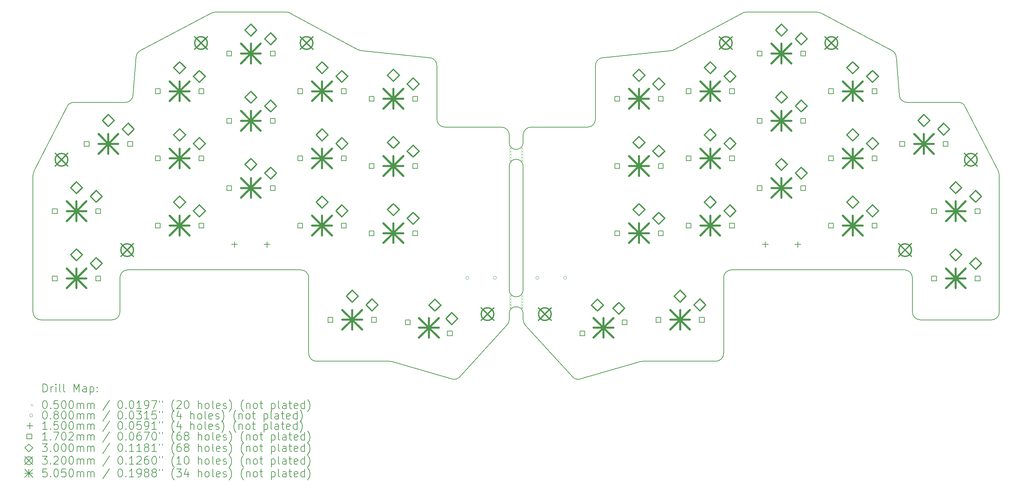
<source format=gbr>
%TF.GenerationSoftware,KiCad,Pcbnew,7.0.9*%
%TF.CreationDate,2024-04-08T09:31:48+08:00*%
%TF.ProjectId,kai_simple_v3,6b61695f-7369-46d7-906c-655f76332e6b,rev?*%
%TF.SameCoordinates,Original*%
%TF.FileFunction,Drillmap*%
%TF.FilePolarity,Positive*%
%FSLAX45Y45*%
G04 Gerber Fmt 4.5, Leading zero omitted, Abs format (unit mm)*
G04 Created by KiCad (PCBNEW 7.0.9) date 2024-04-08 09:31:48*
%MOMM*%
%LPD*%
G01*
G04 APERTURE LIST*
%ADD10C,0.150000*%
%ADD11C,0.200000*%
%ADD12C,0.100000*%
%ADD13C,0.170180*%
%ADD14C,0.300000*%
%ADD15C,0.320000*%
%ADD16C,0.505000*%
G04 APERTURE END LIST*
D10*
X24767472Y-12036266D02*
G75*
G03*
X24567425Y-11835476I-200012J776D01*
G01*
X26764057Y-13100879D02*
X24967470Y-13100879D01*
X14983792Y-13228466D02*
X16178728Y-14541839D01*
X16559057Y-8225077D02*
G75*
G03*
X16759057Y-8025079I3J199998D01*
G01*
X14930313Y-8423564D02*
X14930313Y-8614064D01*
X14930313Y-9214064D02*
G75*
G03*
X14580313Y-9214064I-175000J0D01*
G01*
X14930313Y-9531013D02*
X14930313Y-9214064D01*
X26764057Y-13100877D02*
G75*
G03*
X26964057Y-12900879I3J199997D01*
G01*
X2546569Y-12900879D02*
X2546569Y-9437379D01*
X14580313Y-8423564D02*
X14580313Y-8614064D01*
X9513569Y-13948629D02*
X9513569Y-12036532D01*
X4543156Y-13100876D02*
G75*
G03*
X4743155Y-12900089I4J199996D01*
G01*
X5076210Y-7416578D02*
X5152186Y-6451680D01*
X13129536Y-14597755D02*
G75*
G03*
X13331898Y-14541839I55844J192035D01*
G01*
X20559057Y-5314881D02*
G75*
G03*
X20489587Y-5327332I-7J-199980D01*
G01*
X9513568Y-12036532D02*
G75*
G03*
X9313618Y-11836532I-199998J2D01*
G01*
X4876827Y-7600877D02*
G75*
G03*
X5076210Y-7416578I3J199997D01*
G01*
X14526828Y-13228461D02*
G75*
G03*
X14580313Y-13090814I-146528J136151D01*
G01*
X10810764Y-6286100D02*
X12601819Y-6472129D01*
X26964057Y-9437379D02*
X26964057Y-12900879D01*
X11612436Y-14156583D02*
G75*
G03*
X11556591Y-14148629I-55836J-191997D01*
G01*
X14580313Y-8614064D02*
G75*
G03*
X14930313Y-8614064I175000J0D01*
G01*
X16908807Y-6472129D02*
X18699862Y-6286100D01*
X9313618Y-11836532D02*
X4943202Y-11835476D01*
X7151569Y-5314879D02*
X8951569Y-5314879D01*
X24567425Y-11835476D02*
X20197009Y-11836532D01*
X13331898Y-14541839D02*
X14526834Y-13228466D01*
X26075366Y-7661123D02*
G75*
G03*
X25959057Y-7600879I-129306J-107247D01*
G01*
X14930313Y-12943064D02*
G75*
G03*
X14580313Y-12943064I-175000J0D01*
G01*
X15130307Y-8225079D02*
X16559057Y-8225079D01*
X12750662Y-6665476D02*
G75*
G03*
X12601819Y-6472129I-199992J6D01*
G01*
X16908808Y-6472133D02*
G75*
G03*
X16759963Y-6665476I51142J-193337D01*
G01*
X4943202Y-11835473D02*
G75*
G03*
X4743155Y-12036266I-32J-200017D01*
G01*
X14580313Y-12943064D02*
X14580313Y-13090814D01*
X2577492Y-9325606D02*
G75*
G03*
X2546569Y-9437379I266068J-133774D01*
G01*
X24358445Y-6451679D02*
G75*
G03*
X24252601Y-6290604I-199395J-15711D01*
G01*
X14930313Y-12943064D02*
X14930313Y-13090814D01*
X14580313Y-12343064D02*
G75*
G03*
X14930313Y-12343064I175000J0D01*
G01*
X10750569Y-6260379D02*
G75*
G03*
X10810764Y-6286100I139021J242049D01*
G01*
X19797057Y-14148627D02*
G75*
G03*
X19997057Y-13948629I3J199997D01*
G01*
X5258026Y-6290604D02*
X7058026Y-5338104D01*
X14580305Y-8423564D02*
G75*
G03*
X14380319Y-8225079I-199985J-1506D01*
G01*
X17954036Y-14148629D02*
G75*
G03*
X17898190Y-14156584I4J-200021D01*
G01*
X14930313Y-9531013D02*
X14930313Y-12343064D01*
X9513561Y-13948629D02*
G75*
G03*
X9713569Y-14148629I200009J9D01*
G01*
X22452600Y-5338105D02*
G75*
G03*
X22359057Y-5314879I-93540J-176745D01*
G01*
X16178726Y-14541841D02*
G75*
G03*
X16381090Y-14597751I146514J136121D01*
G01*
X15130307Y-8225077D02*
G75*
G03*
X14930313Y-8423564I3J-200003D01*
G01*
X17898190Y-14156584D02*
X16381088Y-14597747D01*
X13129538Y-14597747D02*
X11612436Y-14156584D01*
X4743155Y-12036266D02*
X4743155Y-12900089D01*
X7151569Y-5314881D02*
G75*
G03*
X7058026Y-5338104I-9J-199979D01*
G01*
X12751569Y-8025079D02*
X12750663Y-6665476D01*
X12951569Y-8225079D02*
X14380319Y-8225079D01*
X10750569Y-6260379D02*
X9021040Y-5327332D01*
X20559057Y-5314879D02*
X22359057Y-5314879D01*
X2577491Y-9325606D02*
X3435259Y-7661122D01*
X24633799Y-7600879D02*
X25959057Y-7600879D01*
X26964058Y-9437379D02*
G75*
G03*
X26933135Y-9325606I-296998J-22001D01*
G01*
X19997057Y-12036532D02*
X19997057Y-13948629D01*
X24767472Y-12900089D02*
G75*
G03*
X24967470Y-13100879I199998J-791D01*
G01*
X19797057Y-14148629D02*
X17954036Y-14148629D01*
X3551569Y-7600879D02*
X4876827Y-7600879D01*
X24434409Y-7416579D02*
G75*
G03*
X24633799Y-7600879I199391J15709D01*
G01*
X2546570Y-12900879D02*
G75*
G03*
X2746569Y-13100879I200005J5D01*
G01*
X4543156Y-13100879D02*
X2746569Y-13100879D01*
X16759963Y-6665476D02*
X16759057Y-8025079D01*
X20489587Y-5327332D02*
X18760057Y-6260379D01*
X5258025Y-6290601D02*
G75*
G03*
X5152186Y-6451680I93536J-176769D01*
G01*
X12751561Y-8025079D02*
G75*
G03*
X12951569Y-8225079I200009J9D01*
G01*
X24767472Y-12900089D02*
X24767472Y-12036266D01*
X14580313Y-9214064D02*
X14580313Y-9531013D01*
X14930316Y-13090814D02*
G75*
G03*
X14983796Y-13228463I200034J-1496D01*
G01*
X20197009Y-11836537D02*
G75*
G03*
X19997057Y-12036532I41J-199993D01*
G01*
X18699862Y-6286099D02*
G75*
G03*
X18760057Y-6260379I-78782J267679D01*
G01*
X26075367Y-7661122D02*
X26933135Y-9325606D01*
X3551569Y-7600882D02*
G75*
G03*
X3435259Y-7661122I12991J-167488D01*
G01*
X22452601Y-5338104D02*
X24252601Y-6290604D01*
X9021039Y-5327334D02*
G75*
G03*
X8951569Y-5314879I-69469J-187516D01*
G01*
X24358440Y-6451680D02*
X24434416Y-7416578D01*
X11556591Y-14148629D02*
X9713569Y-14148629D01*
X14580313Y-9531013D02*
X14580313Y-12343064D01*
D11*
D12*
X14580313Y-8736664D02*
X14630313Y-8786664D01*
X14630313Y-8736664D02*
X14580313Y-8786664D01*
X14580313Y-8814064D02*
X14630313Y-8864064D01*
X14630313Y-8814064D02*
X14580313Y-8864064D01*
X14580313Y-8889064D02*
X14630313Y-8939064D01*
X14630313Y-8889064D02*
X14580313Y-8939064D01*
X14580313Y-8964064D02*
X14630313Y-9014064D01*
X14630313Y-8964064D02*
X14580313Y-9014064D01*
X14580313Y-9040264D02*
X14630313Y-9090264D01*
X14630313Y-9040264D02*
X14580313Y-9090264D01*
X14580313Y-12465664D02*
X14630313Y-12515664D01*
X14630313Y-12465664D02*
X14580313Y-12515664D01*
X14580313Y-12543064D02*
X14630313Y-12593064D01*
X14630313Y-12543064D02*
X14580313Y-12593064D01*
X14580313Y-12618064D02*
X14630313Y-12668064D01*
X14630313Y-12618064D02*
X14580313Y-12668064D01*
X14580313Y-12693064D02*
X14630313Y-12743064D01*
X14630313Y-12693064D02*
X14580313Y-12743064D01*
X14580313Y-12769264D02*
X14630313Y-12819264D01*
X14630313Y-12769264D02*
X14580313Y-12819264D01*
X14880313Y-8736664D02*
X14930313Y-8786664D01*
X14930313Y-8736664D02*
X14880313Y-8786664D01*
X14880313Y-8814064D02*
X14930313Y-8864064D01*
X14930313Y-8814064D02*
X14880313Y-8864064D01*
X14880313Y-8889064D02*
X14930313Y-8939064D01*
X14930313Y-8889064D02*
X14880313Y-8939064D01*
X14880313Y-8965264D02*
X14930313Y-9015264D01*
X14930313Y-8965264D02*
X14880313Y-9015264D01*
X14880313Y-9040264D02*
X14930313Y-9090264D01*
X14930313Y-9040264D02*
X14880313Y-9090264D01*
X14880313Y-12465664D02*
X14930313Y-12515664D01*
X14930313Y-12465664D02*
X14880313Y-12515664D01*
X14880313Y-12543064D02*
X14930313Y-12593064D01*
X14930313Y-12543064D02*
X14880313Y-12593064D01*
X14880313Y-12618064D02*
X14930313Y-12668064D01*
X14930313Y-12618064D02*
X14880313Y-12668064D01*
X14880313Y-12694264D02*
X14930313Y-12744264D01*
X14930313Y-12694264D02*
X14880313Y-12744264D01*
X14880313Y-12769264D02*
X14930313Y-12819264D01*
X14930313Y-12769264D02*
X14880313Y-12819264D01*
X13560313Y-12037314D02*
G75*
G03*
X13560313Y-12037314I-40000J0D01*
G01*
X14260313Y-12037314D02*
G75*
G03*
X14260313Y-12037314I-40000J0D01*
G01*
X15330313Y-12037314D02*
G75*
G03*
X15330313Y-12037314I-40000J0D01*
G01*
X16030313Y-12037314D02*
G75*
G03*
X16030313Y-12037314I-40000J0D01*
G01*
D10*
X7641569Y-11118629D02*
X7641569Y-11268629D01*
X7566569Y-11193629D02*
X7716569Y-11193629D01*
X8461569Y-11118629D02*
X8461569Y-11268629D01*
X8386569Y-11193629D02*
X8536569Y-11193629D01*
X21049057Y-11118629D02*
X21049057Y-11268629D01*
X20974057Y-11193629D02*
X21124057Y-11193629D01*
X21869057Y-11118629D02*
X21869057Y-11268629D01*
X21794057Y-11193629D02*
X21944057Y-11193629D01*
D13*
X3156738Y-10411047D02*
X3156738Y-10290711D01*
X3036401Y-10290711D01*
X3036401Y-10411047D01*
X3156738Y-10411047D01*
X3156738Y-12111047D02*
X3156738Y-11990711D01*
X3036401Y-11990711D01*
X3036401Y-12111047D01*
X3156738Y-12111047D01*
X3961738Y-8711047D02*
X3961738Y-8590711D01*
X3841401Y-8590711D01*
X3841401Y-8711047D01*
X3961738Y-8711047D01*
X4256738Y-10411047D02*
X4256738Y-10290711D01*
X4136401Y-10290711D01*
X4136401Y-10411047D01*
X4256738Y-10411047D01*
X4256738Y-12111047D02*
X4256738Y-11990711D01*
X4136401Y-11990711D01*
X4136401Y-12111047D01*
X4256738Y-12111047D01*
X5061738Y-8711047D02*
X5061738Y-8590711D01*
X4941401Y-8590711D01*
X4941401Y-8711047D01*
X5061738Y-8711047D01*
X5761738Y-7377547D02*
X5761738Y-7257211D01*
X5641401Y-7257211D01*
X5641401Y-7377547D01*
X5761738Y-7377547D01*
X5761738Y-9077547D02*
X5761738Y-8957211D01*
X5641401Y-8957211D01*
X5641401Y-9077547D01*
X5761738Y-9077547D01*
X5761738Y-10777547D02*
X5761738Y-10657211D01*
X5641401Y-10657211D01*
X5641401Y-10777547D01*
X5761738Y-10777547D01*
X6861738Y-7377547D02*
X6861738Y-7257211D01*
X6741401Y-7257211D01*
X6741401Y-7377547D01*
X6861738Y-7377547D01*
X6861738Y-9077547D02*
X6861738Y-8957211D01*
X6741401Y-8957211D01*
X6741401Y-9077547D01*
X6861738Y-9077547D01*
X6861738Y-10777547D02*
X6861738Y-10657211D01*
X6741401Y-10657211D01*
X6741401Y-10777547D01*
X6861738Y-10777547D01*
X7561738Y-6425047D02*
X7561738Y-6304711D01*
X7441401Y-6304711D01*
X7441401Y-6425047D01*
X7561738Y-6425047D01*
X7561738Y-8125047D02*
X7561738Y-8004711D01*
X7441401Y-8004711D01*
X7441401Y-8125047D01*
X7561738Y-8125047D01*
X7561738Y-9825047D02*
X7561738Y-9704711D01*
X7441401Y-9704711D01*
X7441401Y-9825047D01*
X7561738Y-9825047D01*
X8661738Y-6425047D02*
X8661738Y-6304711D01*
X8541401Y-6304711D01*
X8541401Y-6425047D01*
X8661738Y-6425047D01*
X8661738Y-8125047D02*
X8661738Y-8004711D01*
X8541401Y-8004711D01*
X8541401Y-8125047D01*
X8661738Y-8125047D01*
X8661738Y-9825047D02*
X8661738Y-9704711D01*
X8541401Y-9704711D01*
X8541401Y-9825047D01*
X8661738Y-9825047D01*
X9361738Y-7377547D02*
X9361738Y-7257211D01*
X9241401Y-7257211D01*
X9241401Y-7377547D01*
X9361738Y-7377547D01*
X9361738Y-9077547D02*
X9361738Y-8957211D01*
X9241401Y-8957211D01*
X9241401Y-9077547D01*
X9361738Y-9077547D01*
X9361738Y-10777547D02*
X9361738Y-10657211D01*
X9241401Y-10657211D01*
X9241401Y-10777547D01*
X9361738Y-10777547D01*
X10123738Y-13158797D02*
X10123738Y-13038461D01*
X10003401Y-13038461D01*
X10003401Y-13158797D01*
X10123738Y-13158797D01*
X10461738Y-7377547D02*
X10461738Y-7257211D01*
X10341401Y-7257211D01*
X10341401Y-7377547D01*
X10461738Y-7377547D01*
X10461738Y-9077547D02*
X10461738Y-8957211D01*
X10341401Y-8957211D01*
X10341401Y-9077547D01*
X10461738Y-9077547D01*
X10461738Y-10777547D02*
X10461738Y-10657211D01*
X10341401Y-10657211D01*
X10341401Y-10777547D01*
X10461738Y-10777547D01*
X11161738Y-7568047D02*
X11161738Y-7447711D01*
X11041401Y-7447711D01*
X11041401Y-7568047D01*
X11161738Y-7568047D01*
X11161738Y-9268047D02*
X11161738Y-9147711D01*
X11041401Y-9147711D01*
X11041401Y-9268047D01*
X11161738Y-9268047D01*
X11161738Y-10968047D02*
X11161738Y-10847711D01*
X11041401Y-10847711D01*
X11041401Y-10968047D01*
X11161738Y-10968047D01*
X11223738Y-13158797D02*
X11223738Y-13038461D01*
X11103401Y-13038461D01*
X11103401Y-13158797D01*
X11223738Y-13158797D01*
X12077938Y-13220241D02*
X12077938Y-13099904D01*
X11957601Y-13099904D01*
X11957601Y-13220241D01*
X12077938Y-13220241D01*
X12261738Y-7568047D02*
X12261738Y-7447711D01*
X12141401Y-7447711D01*
X12141401Y-7568047D01*
X12261738Y-7568047D01*
X12261738Y-9268047D02*
X12261738Y-9147711D01*
X12141401Y-9147711D01*
X12141401Y-9268047D01*
X12261738Y-9268047D01*
X12261738Y-10968047D02*
X12261738Y-10847711D01*
X12141401Y-10847711D01*
X12141401Y-10968047D01*
X12261738Y-10968047D01*
X13140456Y-13504942D02*
X13140456Y-13384605D01*
X13020119Y-13384605D01*
X13020119Y-13504942D01*
X13140456Y-13504942D01*
X16490507Y-13504942D02*
X16490507Y-13384605D01*
X16370170Y-13384605D01*
X16370170Y-13504942D01*
X16490507Y-13504942D01*
X17369225Y-7568047D02*
X17369225Y-7447711D01*
X17248889Y-7447711D01*
X17248889Y-7568047D01*
X17369225Y-7568047D01*
X17369225Y-9268047D02*
X17369225Y-9147711D01*
X17248889Y-9147711D01*
X17248889Y-9268047D01*
X17369225Y-9268047D01*
X17369225Y-10968047D02*
X17369225Y-10847711D01*
X17248889Y-10847711D01*
X17248889Y-10968047D01*
X17369225Y-10968047D01*
X17553025Y-13220241D02*
X17553025Y-13099904D01*
X17432689Y-13099904D01*
X17432689Y-13220241D01*
X17553025Y-13220241D01*
X18407225Y-13158797D02*
X18407225Y-13038461D01*
X18286889Y-13038461D01*
X18286889Y-13158797D01*
X18407225Y-13158797D01*
X18469225Y-7568047D02*
X18469225Y-7447711D01*
X18348889Y-7447711D01*
X18348889Y-7568047D01*
X18469225Y-7568047D01*
X18469225Y-9268047D02*
X18469225Y-9147711D01*
X18348889Y-9147711D01*
X18348889Y-9268047D01*
X18469225Y-9268047D01*
X18469225Y-10968047D02*
X18469225Y-10847711D01*
X18348889Y-10847711D01*
X18348889Y-10968047D01*
X18469225Y-10968047D01*
X19169225Y-7377547D02*
X19169225Y-7257211D01*
X19048889Y-7257211D01*
X19048889Y-7377547D01*
X19169225Y-7377547D01*
X19169225Y-9077547D02*
X19169225Y-8957211D01*
X19048889Y-8957211D01*
X19048889Y-9077547D01*
X19169225Y-9077547D01*
X19169225Y-10777547D02*
X19169225Y-10657211D01*
X19048889Y-10657211D01*
X19048889Y-10777547D01*
X19169225Y-10777547D01*
X19507225Y-13158797D02*
X19507225Y-13038461D01*
X19386889Y-13038461D01*
X19386889Y-13158797D01*
X19507225Y-13158797D01*
X20269225Y-7377547D02*
X20269225Y-7257211D01*
X20148889Y-7257211D01*
X20148889Y-7377547D01*
X20269225Y-7377547D01*
X20269225Y-9077547D02*
X20269225Y-8957211D01*
X20148889Y-8957211D01*
X20148889Y-9077547D01*
X20269225Y-9077547D01*
X20269225Y-10777547D02*
X20269225Y-10657211D01*
X20148889Y-10657211D01*
X20148889Y-10777547D01*
X20269225Y-10777547D01*
X20969225Y-6425047D02*
X20969225Y-6304711D01*
X20848889Y-6304711D01*
X20848889Y-6425047D01*
X20969225Y-6425047D01*
X20969225Y-8125047D02*
X20969225Y-8004711D01*
X20848889Y-8004711D01*
X20848889Y-8125047D01*
X20969225Y-8125047D01*
X20969225Y-9825047D02*
X20969225Y-9704711D01*
X20848889Y-9704711D01*
X20848889Y-9825047D01*
X20969225Y-9825047D01*
X22069225Y-6425047D02*
X22069225Y-6304711D01*
X21948889Y-6304711D01*
X21948889Y-6425047D01*
X22069225Y-6425047D01*
X22069225Y-8125047D02*
X22069225Y-8004711D01*
X21948889Y-8004711D01*
X21948889Y-8125047D01*
X22069225Y-8125047D01*
X22069225Y-9825047D02*
X22069225Y-9704711D01*
X21948889Y-9704711D01*
X21948889Y-9825047D01*
X22069225Y-9825047D01*
X22769225Y-7377547D02*
X22769225Y-7257211D01*
X22648889Y-7257211D01*
X22648889Y-7377547D01*
X22769225Y-7377547D01*
X22769225Y-9077547D02*
X22769225Y-8957211D01*
X22648889Y-8957211D01*
X22648889Y-9077547D01*
X22769225Y-9077547D01*
X22769225Y-10777547D02*
X22769225Y-10657211D01*
X22648889Y-10657211D01*
X22648889Y-10777547D01*
X22769225Y-10777547D01*
X23869225Y-7377547D02*
X23869225Y-7257211D01*
X23748889Y-7257211D01*
X23748889Y-7377547D01*
X23869225Y-7377547D01*
X23869225Y-9077547D02*
X23869225Y-8957211D01*
X23748889Y-8957211D01*
X23748889Y-9077547D01*
X23869225Y-9077547D01*
X23869225Y-10777547D02*
X23869225Y-10657211D01*
X23748889Y-10657211D01*
X23748889Y-10777547D01*
X23869225Y-10777547D01*
X24569225Y-8711047D02*
X24569225Y-8590711D01*
X24448889Y-8590711D01*
X24448889Y-8711047D01*
X24569225Y-8711047D01*
X25374225Y-10411047D02*
X25374225Y-10290711D01*
X25253889Y-10290711D01*
X25253889Y-10411047D01*
X25374225Y-10411047D01*
X25374225Y-12111047D02*
X25374225Y-11990711D01*
X25253889Y-11990711D01*
X25253889Y-12111047D01*
X25374225Y-12111047D01*
X25669225Y-8711047D02*
X25669225Y-8590711D01*
X25548889Y-8590711D01*
X25548889Y-8711047D01*
X25669225Y-8711047D01*
X26474225Y-10411047D02*
X26474225Y-10290711D01*
X26353889Y-10290711D01*
X26353889Y-10411047D01*
X26474225Y-10411047D01*
X26474225Y-12111047D02*
X26474225Y-11990711D01*
X26353889Y-11990711D01*
X26353889Y-12111047D01*
X26474225Y-12111047D01*
D14*
X3646569Y-9905879D02*
X3796569Y-9755879D01*
X3646569Y-9605879D01*
X3496569Y-9755879D01*
X3646569Y-9905879D01*
X3646569Y-11605879D02*
X3796569Y-11455879D01*
X3646569Y-11305879D01*
X3496569Y-11455879D01*
X3646569Y-11605879D01*
X4146569Y-10125879D02*
X4296569Y-9975879D01*
X4146569Y-9825879D01*
X3996569Y-9975879D01*
X4146569Y-10125879D01*
X4146569Y-11825879D02*
X4296569Y-11675879D01*
X4146569Y-11525879D01*
X3996569Y-11675879D01*
X4146569Y-11825879D01*
X4451569Y-8205879D02*
X4601569Y-8055879D01*
X4451569Y-7905879D01*
X4301569Y-8055879D01*
X4451569Y-8205879D01*
X4951569Y-8425879D02*
X5101569Y-8275879D01*
X4951569Y-8125879D01*
X4801569Y-8275879D01*
X4951569Y-8425879D01*
X6251569Y-6872379D02*
X6401569Y-6722379D01*
X6251569Y-6572379D01*
X6101569Y-6722379D01*
X6251569Y-6872379D01*
X6251569Y-8572379D02*
X6401569Y-8422379D01*
X6251569Y-8272379D01*
X6101569Y-8422379D01*
X6251569Y-8572379D01*
X6251569Y-10272379D02*
X6401569Y-10122379D01*
X6251569Y-9972379D01*
X6101569Y-10122379D01*
X6251569Y-10272379D01*
X6751569Y-7092379D02*
X6901569Y-6942379D01*
X6751569Y-6792379D01*
X6601569Y-6942379D01*
X6751569Y-7092379D01*
X6751569Y-8792379D02*
X6901569Y-8642379D01*
X6751569Y-8492379D01*
X6601569Y-8642379D01*
X6751569Y-8792379D01*
X6751569Y-10492379D02*
X6901569Y-10342379D01*
X6751569Y-10192379D01*
X6601569Y-10342379D01*
X6751569Y-10492379D01*
X8051569Y-5919879D02*
X8201569Y-5769879D01*
X8051569Y-5619879D01*
X7901569Y-5769879D01*
X8051569Y-5919879D01*
X8051569Y-7619879D02*
X8201569Y-7469879D01*
X8051569Y-7319879D01*
X7901569Y-7469879D01*
X8051569Y-7619879D01*
X8051569Y-9319879D02*
X8201569Y-9169879D01*
X8051569Y-9019879D01*
X7901569Y-9169879D01*
X8051569Y-9319879D01*
X8551569Y-6139879D02*
X8701569Y-5989879D01*
X8551569Y-5839879D01*
X8401569Y-5989879D01*
X8551569Y-6139879D01*
X8551569Y-7839879D02*
X8701569Y-7689879D01*
X8551569Y-7539879D01*
X8401569Y-7689879D01*
X8551569Y-7839879D01*
X8551569Y-9539879D02*
X8701569Y-9389879D01*
X8551569Y-9239879D01*
X8401569Y-9389879D01*
X8551569Y-9539879D01*
X9851569Y-6872379D02*
X10001569Y-6722379D01*
X9851569Y-6572379D01*
X9701569Y-6722379D01*
X9851569Y-6872379D01*
X9851569Y-8572379D02*
X10001569Y-8422379D01*
X9851569Y-8272379D01*
X9701569Y-8422379D01*
X9851569Y-8572379D01*
X9851569Y-10272379D02*
X10001569Y-10122379D01*
X9851569Y-9972379D01*
X9701569Y-10122379D01*
X9851569Y-10272379D01*
X10351569Y-7092379D02*
X10501569Y-6942379D01*
X10351569Y-6792379D01*
X10201569Y-6942379D01*
X10351569Y-7092379D01*
X10351569Y-8792379D02*
X10501569Y-8642379D01*
X10351569Y-8492379D01*
X10201569Y-8642379D01*
X10351569Y-8792379D01*
X10351569Y-10492379D02*
X10501569Y-10342379D01*
X10351569Y-10192379D01*
X10201569Y-10342379D01*
X10351569Y-10492379D01*
X10613569Y-12653629D02*
X10763569Y-12503629D01*
X10613569Y-12353629D01*
X10463569Y-12503629D01*
X10613569Y-12653629D01*
X11113569Y-12873629D02*
X11263569Y-12723629D01*
X11113569Y-12573629D01*
X10963569Y-12723629D01*
X11113569Y-12873629D01*
X11651569Y-7062879D02*
X11801569Y-6912879D01*
X11651569Y-6762879D01*
X11501569Y-6912879D01*
X11651569Y-7062879D01*
X11651569Y-8762879D02*
X11801569Y-8612879D01*
X11651569Y-8462879D01*
X11501569Y-8612879D01*
X11651569Y-8762879D01*
X11651569Y-10462879D02*
X11801569Y-10312879D01*
X11651569Y-10162879D01*
X11501569Y-10312879D01*
X11651569Y-10462879D01*
X12151569Y-7282879D02*
X12301569Y-7132879D01*
X12151569Y-6982879D01*
X12001569Y-7132879D01*
X12151569Y-7282879D01*
X12151569Y-8982879D02*
X12301569Y-8832879D01*
X12151569Y-8682879D01*
X12001569Y-8832879D01*
X12151569Y-8982879D01*
X12151569Y-10682879D02*
X12301569Y-10532879D01*
X12151569Y-10382879D01*
X12001569Y-10532879D01*
X12151569Y-10682879D01*
X12703026Y-12877697D02*
X12853026Y-12727697D01*
X12703026Y-12577697D01*
X12553026Y-12727697D01*
X12703026Y-12877697D01*
X13129049Y-13219610D02*
X13279049Y-13069610D01*
X13129049Y-12919610D01*
X12979049Y-13069610D01*
X13129049Y-13219610D01*
X16807601Y-12877697D02*
X16957601Y-12727697D01*
X16807601Y-12577697D01*
X16657601Y-12727697D01*
X16807601Y-12877697D01*
X17347504Y-12960791D02*
X17497504Y-12810791D01*
X17347504Y-12660791D01*
X17197504Y-12810791D01*
X17347504Y-12960791D01*
X17859057Y-7062879D02*
X18009057Y-6912879D01*
X17859057Y-6762879D01*
X17709057Y-6912879D01*
X17859057Y-7062879D01*
X17859057Y-8762879D02*
X18009057Y-8612879D01*
X17859057Y-8462879D01*
X17709057Y-8612879D01*
X17859057Y-8762879D01*
X17859057Y-10462879D02*
X18009057Y-10312879D01*
X17859057Y-10162879D01*
X17709057Y-10312879D01*
X17859057Y-10462879D01*
X18359057Y-7282879D02*
X18509057Y-7132879D01*
X18359057Y-6982879D01*
X18209057Y-7132879D01*
X18359057Y-7282879D01*
X18359057Y-8982879D02*
X18509057Y-8832879D01*
X18359057Y-8682879D01*
X18209057Y-8832879D01*
X18359057Y-8982879D01*
X18359057Y-10682879D02*
X18509057Y-10532879D01*
X18359057Y-10382879D01*
X18209057Y-10532879D01*
X18359057Y-10682879D01*
X18897057Y-12653629D02*
X19047057Y-12503629D01*
X18897057Y-12353629D01*
X18747057Y-12503629D01*
X18897057Y-12653629D01*
X19397057Y-12873629D02*
X19547057Y-12723629D01*
X19397057Y-12573629D01*
X19247057Y-12723629D01*
X19397057Y-12873629D01*
X19659057Y-6872379D02*
X19809057Y-6722379D01*
X19659057Y-6572379D01*
X19509057Y-6722379D01*
X19659057Y-6872379D01*
X19659057Y-8572379D02*
X19809057Y-8422379D01*
X19659057Y-8272379D01*
X19509057Y-8422379D01*
X19659057Y-8572379D01*
X19659057Y-10272379D02*
X19809057Y-10122379D01*
X19659057Y-9972379D01*
X19509057Y-10122379D01*
X19659057Y-10272379D01*
X20159057Y-7092379D02*
X20309057Y-6942379D01*
X20159057Y-6792379D01*
X20009057Y-6942379D01*
X20159057Y-7092379D01*
X20159057Y-8792379D02*
X20309057Y-8642379D01*
X20159057Y-8492379D01*
X20009057Y-8642379D01*
X20159057Y-8792379D01*
X20159057Y-10492379D02*
X20309057Y-10342379D01*
X20159057Y-10192379D01*
X20009057Y-10342379D01*
X20159057Y-10492379D01*
X21459057Y-5919879D02*
X21609057Y-5769879D01*
X21459057Y-5619879D01*
X21309057Y-5769879D01*
X21459057Y-5919879D01*
X21459057Y-7619879D02*
X21609057Y-7469879D01*
X21459057Y-7319879D01*
X21309057Y-7469879D01*
X21459057Y-7619879D01*
X21459057Y-9319879D02*
X21609057Y-9169879D01*
X21459057Y-9019879D01*
X21309057Y-9169879D01*
X21459057Y-9319879D01*
X21959057Y-6139879D02*
X22109057Y-5989879D01*
X21959057Y-5839879D01*
X21809057Y-5989879D01*
X21959057Y-6139879D01*
X21959057Y-7839879D02*
X22109057Y-7689879D01*
X21959057Y-7539879D01*
X21809057Y-7689879D01*
X21959057Y-7839879D01*
X21959057Y-9539879D02*
X22109057Y-9389879D01*
X21959057Y-9239879D01*
X21809057Y-9389879D01*
X21959057Y-9539879D01*
X23259057Y-6872379D02*
X23409057Y-6722379D01*
X23259057Y-6572379D01*
X23109057Y-6722379D01*
X23259057Y-6872379D01*
X23259057Y-8572379D02*
X23409057Y-8422379D01*
X23259057Y-8272379D01*
X23109057Y-8422379D01*
X23259057Y-8572379D01*
X23259057Y-10272379D02*
X23409057Y-10122379D01*
X23259057Y-9972379D01*
X23109057Y-10122379D01*
X23259057Y-10272379D01*
X23759057Y-7092379D02*
X23909057Y-6942379D01*
X23759057Y-6792379D01*
X23609057Y-6942379D01*
X23759057Y-7092379D01*
X23759057Y-8792379D02*
X23909057Y-8642379D01*
X23759057Y-8492379D01*
X23609057Y-8642379D01*
X23759057Y-8792379D01*
X23759057Y-10492379D02*
X23909057Y-10342379D01*
X23759057Y-10192379D01*
X23609057Y-10342379D01*
X23759057Y-10492379D01*
X25059057Y-8205879D02*
X25209057Y-8055879D01*
X25059057Y-7905879D01*
X24909057Y-8055879D01*
X25059057Y-8205879D01*
X25559057Y-8425879D02*
X25709057Y-8275879D01*
X25559057Y-8125879D01*
X25409057Y-8275879D01*
X25559057Y-8425879D01*
X25864057Y-9905879D02*
X26014057Y-9755879D01*
X25864057Y-9605879D01*
X25714057Y-9755879D01*
X25864057Y-9905879D01*
X25864057Y-11605879D02*
X26014057Y-11455879D01*
X25864057Y-11305879D01*
X25714057Y-11455879D01*
X25864057Y-11605879D01*
X26364057Y-10125879D02*
X26514057Y-9975879D01*
X26364057Y-9825879D01*
X26214057Y-9975879D01*
X26364057Y-10125879D01*
X26364057Y-11825879D02*
X26514057Y-11675879D01*
X26364057Y-11525879D01*
X26214057Y-11675879D01*
X26364057Y-11825879D01*
D15*
X3107319Y-8889879D02*
X3427319Y-9209879D01*
X3427319Y-8889879D02*
X3107319Y-9209879D01*
X3427319Y-9049879D02*
G75*
G03*
X3427319Y-9049879I-160000J0D01*
G01*
X4766569Y-11175879D02*
X5086569Y-11495879D01*
X5086569Y-11175879D02*
X4766569Y-11495879D01*
X5086569Y-11335879D02*
G75*
G03*
X5086569Y-11335879I-160000J0D01*
G01*
X6631569Y-5937129D02*
X6951569Y-6257129D01*
X6951569Y-5937129D02*
X6631569Y-6257129D01*
X6951569Y-6097129D02*
G75*
G03*
X6951569Y-6097129I-160000J0D01*
G01*
X9298569Y-5937129D02*
X9618569Y-6257129D01*
X9618569Y-5937129D02*
X9298569Y-6257129D01*
X9618569Y-6097129D02*
G75*
G03*
X9618569Y-6097129I-160000J0D01*
G01*
X13870569Y-12795129D02*
X14190569Y-13115129D01*
X14190569Y-12795129D02*
X13870569Y-13115129D01*
X14190569Y-12955129D02*
G75*
G03*
X14190569Y-12955129I-160000J0D01*
G01*
X15320057Y-12795129D02*
X15640057Y-13115129D01*
X15640057Y-12795129D02*
X15320057Y-13115129D01*
X15640057Y-12955129D02*
G75*
G03*
X15640057Y-12955129I-160000J0D01*
G01*
X19892057Y-5937129D02*
X20212057Y-6257129D01*
X20212057Y-5937129D02*
X19892057Y-6257129D01*
X20212057Y-6097129D02*
G75*
G03*
X20212057Y-6097129I-160000J0D01*
G01*
X22559057Y-5937129D02*
X22879057Y-6257129D01*
X22879057Y-5937129D02*
X22559057Y-6257129D01*
X22879057Y-6097129D02*
G75*
G03*
X22879057Y-6097129I-160000J0D01*
G01*
X24424057Y-11175879D02*
X24744057Y-11495879D01*
X24744057Y-11175879D02*
X24424057Y-11495879D01*
X24744057Y-11335879D02*
G75*
G03*
X24744057Y-11335879I-160000J0D01*
G01*
X26083307Y-8889879D02*
X26403307Y-9209879D01*
X26403307Y-8889879D02*
X26083307Y-9209879D01*
X26403307Y-9049879D02*
G75*
G03*
X26403307Y-9049879I-160000J0D01*
G01*
D16*
X3394069Y-10098379D02*
X3899069Y-10603379D01*
X3899069Y-10098379D02*
X3394069Y-10603379D01*
X3646569Y-10098379D02*
X3646569Y-10603379D01*
X3394069Y-10350879D02*
X3899069Y-10350879D01*
X3394069Y-11798379D02*
X3899069Y-12303379D01*
X3899069Y-11798379D02*
X3394069Y-12303379D01*
X3646569Y-11798379D02*
X3646569Y-12303379D01*
X3394069Y-12050879D02*
X3899069Y-12050879D01*
X4199069Y-8398379D02*
X4704069Y-8903379D01*
X4704069Y-8398379D02*
X4199069Y-8903379D01*
X4451569Y-8398379D02*
X4451569Y-8903379D01*
X4199069Y-8650879D02*
X4704069Y-8650879D01*
X5999069Y-7064879D02*
X6504069Y-7569879D01*
X6504069Y-7064879D02*
X5999069Y-7569879D01*
X6251569Y-7064879D02*
X6251569Y-7569879D01*
X5999069Y-7317379D02*
X6504069Y-7317379D01*
X5999069Y-8764879D02*
X6504069Y-9269879D01*
X6504069Y-8764879D02*
X5999069Y-9269879D01*
X6251569Y-8764879D02*
X6251569Y-9269879D01*
X5999069Y-9017379D02*
X6504069Y-9017379D01*
X5999069Y-10464879D02*
X6504069Y-10969879D01*
X6504069Y-10464879D02*
X5999069Y-10969879D01*
X6251569Y-10464879D02*
X6251569Y-10969879D01*
X5999069Y-10717379D02*
X6504069Y-10717379D01*
X7799069Y-6112379D02*
X8304069Y-6617379D01*
X8304069Y-6112379D02*
X7799069Y-6617379D01*
X8051569Y-6112379D02*
X8051569Y-6617379D01*
X7799069Y-6364879D02*
X8304069Y-6364879D01*
X7799069Y-7812379D02*
X8304069Y-8317379D01*
X8304069Y-7812379D02*
X7799069Y-8317379D01*
X8051569Y-7812379D02*
X8051569Y-8317379D01*
X7799069Y-8064879D02*
X8304069Y-8064879D01*
X7799069Y-9512379D02*
X8304069Y-10017379D01*
X8304069Y-9512379D02*
X7799069Y-10017379D01*
X8051569Y-9512379D02*
X8051569Y-10017379D01*
X7799069Y-9764879D02*
X8304069Y-9764879D01*
X9599069Y-7064879D02*
X10104069Y-7569879D01*
X10104069Y-7064879D02*
X9599069Y-7569879D01*
X9851569Y-7064879D02*
X9851569Y-7569879D01*
X9599069Y-7317379D02*
X10104069Y-7317379D01*
X9599069Y-8764879D02*
X10104069Y-9269879D01*
X10104069Y-8764879D02*
X9599069Y-9269879D01*
X9851569Y-8764879D02*
X9851569Y-9269879D01*
X9599069Y-9017379D02*
X10104069Y-9017379D01*
X9599069Y-10464879D02*
X10104069Y-10969879D01*
X10104069Y-10464879D02*
X9599069Y-10969879D01*
X9851569Y-10464879D02*
X9851569Y-10969879D01*
X9599069Y-10717379D02*
X10104069Y-10717379D01*
X10361069Y-12846129D02*
X10866069Y-13351129D01*
X10866069Y-12846129D02*
X10361069Y-13351129D01*
X10613569Y-12846129D02*
X10613569Y-13351129D01*
X10361069Y-13098629D02*
X10866069Y-13098629D01*
X11399069Y-7255379D02*
X11904069Y-7760379D01*
X11904069Y-7255379D02*
X11399069Y-7760379D01*
X11651569Y-7255379D02*
X11651569Y-7760379D01*
X11399069Y-7507879D02*
X11904069Y-7507879D01*
X11399069Y-8955379D02*
X11904069Y-9460379D01*
X11904069Y-8955379D02*
X11399069Y-9460379D01*
X11651569Y-8955379D02*
X11651569Y-9460379D01*
X11399069Y-9207879D02*
X11904069Y-9207879D01*
X11399069Y-10655379D02*
X11904069Y-11160379D01*
X11904069Y-10655379D02*
X11399069Y-11160379D01*
X11651569Y-10655379D02*
X11651569Y-11160379D01*
X11399069Y-10907879D02*
X11904069Y-10907879D01*
X12296528Y-13049923D02*
X12801528Y-13554923D01*
X12801528Y-13049923D02*
X12296528Y-13554923D01*
X12549028Y-13049923D02*
X12549028Y-13554923D01*
X12296528Y-13302423D02*
X12801528Y-13302423D01*
X16709098Y-13049923D02*
X17214098Y-13554923D01*
X17214098Y-13049923D02*
X16709098Y-13554923D01*
X16961598Y-13049923D02*
X16961598Y-13554923D01*
X16709098Y-13302423D02*
X17214098Y-13302423D01*
X17606557Y-7255379D02*
X18111557Y-7760379D01*
X18111557Y-7255379D02*
X17606557Y-7760379D01*
X17859057Y-7255379D02*
X17859057Y-7760379D01*
X17606557Y-7507879D02*
X18111557Y-7507879D01*
X17606557Y-8955379D02*
X18111557Y-9460379D01*
X18111557Y-8955379D02*
X17606557Y-9460379D01*
X17859057Y-8955379D02*
X17859057Y-9460379D01*
X17606557Y-9207879D02*
X18111557Y-9207879D01*
X17606557Y-10655379D02*
X18111557Y-11160379D01*
X18111557Y-10655379D02*
X17606557Y-11160379D01*
X17859057Y-10655379D02*
X17859057Y-11160379D01*
X17606557Y-10907879D02*
X18111557Y-10907879D01*
X18644557Y-12846129D02*
X19149557Y-13351129D01*
X19149557Y-12846129D02*
X18644557Y-13351129D01*
X18897057Y-12846129D02*
X18897057Y-13351129D01*
X18644557Y-13098629D02*
X19149557Y-13098629D01*
X19406557Y-7064879D02*
X19911557Y-7569879D01*
X19911557Y-7064879D02*
X19406557Y-7569879D01*
X19659057Y-7064879D02*
X19659057Y-7569879D01*
X19406557Y-7317379D02*
X19911557Y-7317379D01*
X19406557Y-8764879D02*
X19911557Y-9269879D01*
X19911557Y-8764879D02*
X19406557Y-9269879D01*
X19659057Y-8764879D02*
X19659057Y-9269879D01*
X19406557Y-9017379D02*
X19911557Y-9017379D01*
X19406557Y-10464879D02*
X19911557Y-10969879D01*
X19911557Y-10464879D02*
X19406557Y-10969879D01*
X19659057Y-10464879D02*
X19659057Y-10969879D01*
X19406557Y-10717379D02*
X19911557Y-10717379D01*
X21206557Y-6112379D02*
X21711557Y-6617379D01*
X21711557Y-6112379D02*
X21206557Y-6617379D01*
X21459057Y-6112379D02*
X21459057Y-6617379D01*
X21206557Y-6364879D02*
X21711557Y-6364879D01*
X21206557Y-7812379D02*
X21711557Y-8317379D01*
X21711557Y-7812379D02*
X21206557Y-8317379D01*
X21459057Y-7812379D02*
X21459057Y-8317379D01*
X21206557Y-8064879D02*
X21711557Y-8064879D01*
X21206557Y-9512379D02*
X21711557Y-10017379D01*
X21711557Y-9512379D02*
X21206557Y-10017379D01*
X21459057Y-9512379D02*
X21459057Y-10017379D01*
X21206557Y-9764879D02*
X21711557Y-9764879D01*
X23006557Y-7064879D02*
X23511557Y-7569879D01*
X23511557Y-7064879D02*
X23006557Y-7569879D01*
X23259057Y-7064879D02*
X23259057Y-7569879D01*
X23006557Y-7317379D02*
X23511557Y-7317379D01*
X23006557Y-8764879D02*
X23511557Y-9269879D01*
X23511557Y-8764879D02*
X23006557Y-9269879D01*
X23259057Y-8764879D02*
X23259057Y-9269879D01*
X23006557Y-9017379D02*
X23511557Y-9017379D01*
X23006557Y-10464879D02*
X23511557Y-10969879D01*
X23511557Y-10464879D02*
X23006557Y-10969879D01*
X23259057Y-10464879D02*
X23259057Y-10969879D01*
X23006557Y-10717379D02*
X23511557Y-10717379D01*
X24806557Y-8398379D02*
X25311557Y-8903379D01*
X25311557Y-8398379D02*
X24806557Y-8903379D01*
X25059057Y-8398379D02*
X25059057Y-8903379D01*
X24806557Y-8650879D02*
X25311557Y-8650879D01*
X25611557Y-10098379D02*
X26116557Y-10603379D01*
X26116557Y-10098379D02*
X25611557Y-10603379D01*
X25864057Y-10098379D02*
X25864057Y-10603379D01*
X25611557Y-10350879D02*
X26116557Y-10350879D01*
X25611557Y-11798379D02*
X26116557Y-12303379D01*
X26116557Y-11798379D02*
X25611557Y-12303379D01*
X25864057Y-11798379D02*
X25864057Y-12303379D01*
X25611557Y-12050879D02*
X26116557Y-12050879D01*
D11*
X2799846Y-14924694D02*
X2799846Y-14724694D01*
X2799846Y-14724694D02*
X2847465Y-14724694D01*
X2847465Y-14724694D02*
X2876037Y-14734218D01*
X2876037Y-14734218D02*
X2895084Y-14753265D01*
X2895084Y-14753265D02*
X2904608Y-14772313D01*
X2904608Y-14772313D02*
X2914132Y-14810408D01*
X2914132Y-14810408D02*
X2914132Y-14838980D01*
X2914132Y-14838980D02*
X2904608Y-14877075D01*
X2904608Y-14877075D02*
X2895084Y-14896122D01*
X2895084Y-14896122D02*
X2876037Y-14915170D01*
X2876037Y-14915170D02*
X2847465Y-14924694D01*
X2847465Y-14924694D02*
X2799846Y-14924694D01*
X2999846Y-14924694D02*
X2999846Y-14791361D01*
X2999846Y-14829456D02*
X3009370Y-14810408D01*
X3009370Y-14810408D02*
X3018894Y-14800884D01*
X3018894Y-14800884D02*
X3037941Y-14791361D01*
X3037941Y-14791361D02*
X3056989Y-14791361D01*
X3123656Y-14924694D02*
X3123656Y-14791361D01*
X3123656Y-14724694D02*
X3114132Y-14734218D01*
X3114132Y-14734218D02*
X3123656Y-14743742D01*
X3123656Y-14743742D02*
X3133179Y-14734218D01*
X3133179Y-14734218D02*
X3123656Y-14724694D01*
X3123656Y-14724694D02*
X3123656Y-14743742D01*
X3247465Y-14924694D02*
X3228417Y-14915170D01*
X3228417Y-14915170D02*
X3218894Y-14896122D01*
X3218894Y-14896122D02*
X3218894Y-14724694D01*
X3352227Y-14924694D02*
X3333179Y-14915170D01*
X3333179Y-14915170D02*
X3323656Y-14896122D01*
X3323656Y-14896122D02*
X3323656Y-14724694D01*
X3580798Y-14924694D02*
X3580798Y-14724694D01*
X3580798Y-14724694D02*
X3647465Y-14867551D01*
X3647465Y-14867551D02*
X3714132Y-14724694D01*
X3714132Y-14724694D02*
X3714132Y-14924694D01*
X3895084Y-14924694D02*
X3895084Y-14819932D01*
X3895084Y-14819932D02*
X3885560Y-14800884D01*
X3885560Y-14800884D02*
X3866513Y-14791361D01*
X3866513Y-14791361D02*
X3828417Y-14791361D01*
X3828417Y-14791361D02*
X3809370Y-14800884D01*
X3895084Y-14915170D02*
X3876037Y-14924694D01*
X3876037Y-14924694D02*
X3828417Y-14924694D01*
X3828417Y-14924694D02*
X3809370Y-14915170D01*
X3809370Y-14915170D02*
X3799846Y-14896122D01*
X3799846Y-14896122D02*
X3799846Y-14877075D01*
X3799846Y-14877075D02*
X3809370Y-14858027D01*
X3809370Y-14858027D02*
X3828417Y-14848503D01*
X3828417Y-14848503D02*
X3876037Y-14848503D01*
X3876037Y-14848503D02*
X3895084Y-14838980D01*
X3990322Y-14791361D02*
X3990322Y-14991361D01*
X3990322Y-14800884D02*
X4009370Y-14791361D01*
X4009370Y-14791361D02*
X4047465Y-14791361D01*
X4047465Y-14791361D02*
X4066513Y-14800884D01*
X4066513Y-14800884D02*
X4076037Y-14810408D01*
X4076037Y-14810408D02*
X4085560Y-14829456D01*
X4085560Y-14829456D02*
X4085560Y-14886599D01*
X4085560Y-14886599D02*
X4076037Y-14905646D01*
X4076037Y-14905646D02*
X4066513Y-14915170D01*
X4066513Y-14915170D02*
X4047465Y-14924694D01*
X4047465Y-14924694D02*
X4009370Y-14924694D01*
X4009370Y-14924694D02*
X3990322Y-14915170D01*
X4171275Y-14905646D02*
X4180798Y-14915170D01*
X4180798Y-14915170D02*
X4171275Y-14924694D01*
X4171275Y-14924694D02*
X4161751Y-14915170D01*
X4161751Y-14915170D02*
X4171275Y-14905646D01*
X4171275Y-14905646D02*
X4171275Y-14924694D01*
X4171275Y-14800884D02*
X4180798Y-14810408D01*
X4180798Y-14810408D02*
X4171275Y-14819932D01*
X4171275Y-14819932D02*
X4161751Y-14810408D01*
X4161751Y-14810408D02*
X4171275Y-14800884D01*
X4171275Y-14800884D02*
X4171275Y-14819932D01*
D12*
X2489069Y-15228210D02*
X2539069Y-15278210D01*
X2539069Y-15228210D02*
X2489069Y-15278210D01*
D11*
X2837941Y-15144694D02*
X2856989Y-15144694D01*
X2856989Y-15144694D02*
X2876037Y-15154218D01*
X2876037Y-15154218D02*
X2885560Y-15163742D01*
X2885560Y-15163742D02*
X2895084Y-15182789D01*
X2895084Y-15182789D02*
X2904608Y-15220884D01*
X2904608Y-15220884D02*
X2904608Y-15268503D01*
X2904608Y-15268503D02*
X2895084Y-15306599D01*
X2895084Y-15306599D02*
X2885560Y-15325646D01*
X2885560Y-15325646D02*
X2876037Y-15335170D01*
X2876037Y-15335170D02*
X2856989Y-15344694D01*
X2856989Y-15344694D02*
X2837941Y-15344694D01*
X2837941Y-15344694D02*
X2818894Y-15335170D01*
X2818894Y-15335170D02*
X2809370Y-15325646D01*
X2809370Y-15325646D02*
X2799846Y-15306599D01*
X2799846Y-15306599D02*
X2790322Y-15268503D01*
X2790322Y-15268503D02*
X2790322Y-15220884D01*
X2790322Y-15220884D02*
X2799846Y-15182789D01*
X2799846Y-15182789D02*
X2809370Y-15163742D01*
X2809370Y-15163742D02*
X2818894Y-15154218D01*
X2818894Y-15154218D02*
X2837941Y-15144694D01*
X2990322Y-15325646D02*
X2999846Y-15335170D01*
X2999846Y-15335170D02*
X2990322Y-15344694D01*
X2990322Y-15344694D02*
X2980798Y-15335170D01*
X2980798Y-15335170D02*
X2990322Y-15325646D01*
X2990322Y-15325646D02*
X2990322Y-15344694D01*
X3180798Y-15144694D02*
X3085560Y-15144694D01*
X3085560Y-15144694D02*
X3076037Y-15239932D01*
X3076037Y-15239932D02*
X3085560Y-15230408D01*
X3085560Y-15230408D02*
X3104608Y-15220884D01*
X3104608Y-15220884D02*
X3152227Y-15220884D01*
X3152227Y-15220884D02*
X3171275Y-15230408D01*
X3171275Y-15230408D02*
X3180798Y-15239932D01*
X3180798Y-15239932D02*
X3190322Y-15258980D01*
X3190322Y-15258980D02*
X3190322Y-15306599D01*
X3190322Y-15306599D02*
X3180798Y-15325646D01*
X3180798Y-15325646D02*
X3171275Y-15335170D01*
X3171275Y-15335170D02*
X3152227Y-15344694D01*
X3152227Y-15344694D02*
X3104608Y-15344694D01*
X3104608Y-15344694D02*
X3085560Y-15335170D01*
X3085560Y-15335170D02*
X3076037Y-15325646D01*
X3314132Y-15144694D02*
X3333179Y-15144694D01*
X3333179Y-15144694D02*
X3352227Y-15154218D01*
X3352227Y-15154218D02*
X3361751Y-15163742D01*
X3361751Y-15163742D02*
X3371275Y-15182789D01*
X3371275Y-15182789D02*
X3380798Y-15220884D01*
X3380798Y-15220884D02*
X3380798Y-15268503D01*
X3380798Y-15268503D02*
X3371275Y-15306599D01*
X3371275Y-15306599D02*
X3361751Y-15325646D01*
X3361751Y-15325646D02*
X3352227Y-15335170D01*
X3352227Y-15335170D02*
X3333179Y-15344694D01*
X3333179Y-15344694D02*
X3314132Y-15344694D01*
X3314132Y-15344694D02*
X3295084Y-15335170D01*
X3295084Y-15335170D02*
X3285560Y-15325646D01*
X3285560Y-15325646D02*
X3276037Y-15306599D01*
X3276037Y-15306599D02*
X3266513Y-15268503D01*
X3266513Y-15268503D02*
X3266513Y-15220884D01*
X3266513Y-15220884D02*
X3276037Y-15182789D01*
X3276037Y-15182789D02*
X3285560Y-15163742D01*
X3285560Y-15163742D02*
X3295084Y-15154218D01*
X3295084Y-15154218D02*
X3314132Y-15144694D01*
X3504608Y-15144694D02*
X3523656Y-15144694D01*
X3523656Y-15144694D02*
X3542703Y-15154218D01*
X3542703Y-15154218D02*
X3552227Y-15163742D01*
X3552227Y-15163742D02*
X3561751Y-15182789D01*
X3561751Y-15182789D02*
X3571275Y-15220884D01*
X3571275Y-15220884D02*
X3571275Y-15268503D01*
X3571275Y-15268503D02*
X3561751Y-15306599D01*
X3561751Y-15306599D02*
X3552227Y-15325646D01*
X3552227Y-15325646D02*
X3542703Y-15335170D01*
X3542703Y-15335170D02*
X3523656Y-15344694D01*
X3523656Y-15344694D02*
X3504608Y-15344694D01*
X3504608Y-15344694D02*
X3485560Y-15335170D01*
X3485560Y-15335170D02*
X3476037Y-15325646D01*
X3476037Y-15325646D02*
X3466513Y-15306599D01*
X3466513Y-15306599D02*
X3456989Y-15268503D01*
X3456989Y-15268503D02*
X3456989Y-15220884D01*
X3456989Y-15220884D02*
X3466513Y-15182789D01*
X3466513Y-15182789D02*
X3476037Y-15163742D01*
X3476037Y-15163742D02*
X3485560Y-15154218D01*
X3485560Y-15154218D02*
X3504608Y-15144694D01*
X3656989Y-15344694D02*
X3656989Y-15211361D01*
X3656989Y-15230408D02*
X3666513Y-15220884D01*
X3666513Y-15220884D02*
X3685560Y-15211361D01*
X3685560Y-15211361D02*
X3714132Y-15211361D01*
X3714132Y-15211361D02*
X3733179Y-15220884D01*
X3733179Y-15220884D02*
X3742703Y-15239932D01*
X3742703Y-15239932D02*
X3742703Y-15344694D01*
X3742703Y-15239932D02*
X3752227Y-15220884D01*
X3752227Y-15220884D02*
X3771275Y-15211361D01*
X3771275Y-15211361D02*
X3799846Y-15211361D01*
X3799846Y-15211361D02*
X3818894Y-15220884D01*
X3818894Y-15220884D02*
X3828418Y-15239932D01*
X3828418Y-15239932D02*
X3828418Y-15344694D01*
X3923656Y-15344694D02*
X3923656Y-15211361D01*
X3923656Y-15230408D02*
X3933179Y-15220884D01*
X3933179Y-15220884D02*
X3952227Y-15211361D01*
X3952227Y-15211361D02*
X3980799Y-15211361D01*
X3980799Y-15211361D02*
X3999846Y-15220884D01*
X3999846Y-15220884D02*
X4009370Y-15239932D01*
X4009370Y-15239932D02*
X4009370Y-15344694D01*
X4009370Y-15239932D02*
X4018894Y-15220884D01*
X4018894Y-15220884D02*
X4037941Y-15211361D01*
X4037941Y-15211361D02*
X4066513Y-15211361D01*
X4066513Y-15211361D02*
X4085560Y-15220884D01*
X4085560Y-15220884D02*
X4095084Y-15239932D01*
X4095084Y-15239932D02*
X4095084Y-15344694D01*
X4485561Y-15135170D02*
X4314132Y-15392313D01*
X4742703Y-15144694D02*
X4761751Y-15144694D01*
X4761751Y-15144694D02*
X4780799Y-15154218D01*
X4780799Y-15154218D02*
X4790323Y-15163742D01*
X4790323Y-15163742D02*
X4799846Y-15182789D01*
X4799846Y-15182789D02*
X4809370Y-15220884D01*
X4809370Y-15220884D02*
X4809370Y-15268503D01*
X4809370Y-15268503D02*
X4799846Y-15306599D01*
X4799846Y-15306599D02*
X4790323Y-15325646D01*
X4790323Y-15325646D02*
X4780799Y-15335170D01*
X4780799Y-15335170D02*
X4761751Y-15344694D01*
X4761751Y-15344694D02*
X4742703Y-15344694D01*
X4742703Y-15344694D02*
X4723656Y-15335170D01*
X4723656Y-15335170D02*
X4714132Y-15325646D01*
X4714132Y-15325646D02*
X4704608Y-15306599D01*
X4704608Y-15306599D02*
X4695084Y-15268503D01*
X4695084Y-15268503D02*
X4695084Y-15220884D01*
X4695084Y-15220884D02*
X4704608Y-15182789D01*
X4704608Y-15182789D02*
X4714132Y-15163742D01*
X4714132Y-15163742D02*
X4723656Y-15154218D01*
X4723656Y-15154218D02*
X4742703Y-15144694D01*
X4895084Y-15325646D02*
X4904608Y-15335170D01*
X4904608Y-15335170D02*
X4895084Y-15344694D01*
X4895084Y-15344694D02*
X4885561Y-15335170D01*
X4885561Y-15335170D02*
X4895084Y-15325646D01*
X4895084Y-15325646D02*
X4895084Y-15344694D01*
X5028418Y-15144694D02*
X5047465Y-15144694D01*
X5047465Y-15144694D02*
X5066513Y-15154218D01*
X5066513Y-15154218D02*
X5076037Y-15163742D01*
X5076037Y-15163742D02*
X5085561Y-15182789D01*
X5085561Y-15182789D02*
X5095084Y-15220884D01*
X5095084Y-15220884D02*
X5095084Y-15268503D01*
X5095084Y-15268503D02*
X5085561Y-15306599D01*
X5085561Y-15306599D02*
X5076037Y-15325646D01*
X5076037Y-15325646D02*
X5066513Y-15335170D01*
X5066513Y-15335170D02*
X5047465Y-15344694D01*
X5047465Y-15344694D02*
X5028418Y-15344694D01*
X5028418Y-15344694D02*
X5009370Y-15335170D01*
X5009370Y-15335170D02*
X4999846Y-15325646D01*
X4999846Y-15325646D02*
X4990323Y-15306599D01*
X4990323Y-15306599D02*
X4980799Y-15268503D01*
X4980799Y-15268503D02*
X4980799Y-15220884D01*
X4980799Y-15220884D02*
X4990323Y-15182789D01*
X4990323Y-15182789D02*
X4999846Y-15163742D01*
X4999846Y-15163742D02*
X5009370Y-15154218D01*
X5009370Y-15154218D02*
X5028418Y-15144694D01*
X5285561Y-15344694D02*
X5171275Y-15344694D01*
X5228418Y-15344694D02*
X5228418Y-15144694D01*
X5228418Y-15144694D02*
X5209370Y-15173265D01*
X5209370Y-15173265D02*
X5190323Y-15192313D01*
X5190323Y-15192313D02*
X5171275Y-15201837D01*
X5380799Y-15344694D02*
X5418894Y-15344694D01*
X5418894Y-15344694D02*
X5437942Y-15335170D01*
X5437942Y-15335170D02*
X5447465Y-15325646D01*
X5447465Y-15325646D02*
X5466513Y-15297075D01*
X5466513Y-15297075D02*
X5476037Y-15258980D01*
X5476037Y-15258980D02*
X5476037Y-15182789D01*
X5476037Y-15182789D02*
X5466513Y-15163742D01*
X5466513Y-15163742D02*
X5456989Y-15154218D01*
X5456989Y-15154218D02*
X5437942Y-15144694D01*
X5437942Y-15144694D02*
X5399846Y-15144694D01*
X5399846Y-15144694D02*
X5380799Y-15154218D01*
X5380799Y-15154218D02*
X5371275Y-15163742D01*
X5371275Y-15163742D02*
X5361751Y-15182789D01*
X5361751Y-15182789D02*
X5361751Y-15230408D01*
X5361751Y-15230408D02*
X5371275Y-15249456D01*
X5371275Y-15249456D02*
X5380799Y-15258980D01*
X5380799Y-15258980D02*
X5399846Y-15268503D01*
X5399846Y-15268503D02*
X5437942Y-15268503D01*
X5437942Y-15268503D02*
X5456989Y-15258980D01*
X5456989Y-15258980D02*
X5466513Y-15249456D01*
X5466513Y-15249456D02*
X5476037Y-15230408D01*
X5542704Y-15144694D02*
X5676037Y-15144694D01*
X5676037Y-15144694D02*
X5590323Y-15344694D01*
X5742703Y-15144694D02*
X5742703Y-15182789D01*
X5818894Y-15144694D02*
X5818894Y-15182789D01*
X6114132Y-15420884D02*
X6104608Y-15411361D01*
X6104608Y-15411361D02*
X6085561Y-15382789D01*
X6085561Y-15382789D02*
X6076037Y-15363742D01*
X6076037Y-15363742D02*
X6066513Y-15335170D01*
X6066513Y-15335170D02*
X6056989Y-15287551D01*
X6056989Y-15287551D02*
X6056989Y-15249456D01*
X6056989Y-15249456D02*
X6066513Y-15201837D01*
X6066513Y-15201837D02*
X6076037Y-15173265D01*
X6076037Y-15173265D02*
X6085561Y-15154218D01*
X6085561Y-15154218D02*
X6104608Y-15125646D01*
X6104608Y-15125646D02*
X6114132Y-15116122D01*
X6180799Y-15163742D02*
X6190323Y-15154218D01*
X6190323Y-15154218D02*
X6209370Y-15144694D01*
X6209370Y-15144694D02*
X6256989Y-15144694D01*
X6256989Y-15144694D02*
X6276037Y-15154218D01*
X6276037Y-15154218D02*
X6285561Y-15163742D01*
X6285561Y-15163742D02*
X6295084Y-15182789D01*
X6295084Y-15182789D02*
X6295084Y-15201837D01*
X6295084Y-15201837D02*
X6285561Y-15230408D01*
X6285561Y-15230408D02*
X6171275Y-15344694D01*
X6171275Y-15344694D02*
X6295084Y-15344694D01*
X6418894Y-15144694D02*
X6437942Y-15144694D01*
X6437942Y-15144694D02*
X6456989Y-15154218D01*
X6456989Y-15154218D02*
X6466513Y-15163742D01*
X6466513Y-15163742D02*
X6476037Y-15182789D01*
X6476037Y-15182789D02*
X6485561Y-15220884D01*
X6485561Y-15220884D02*
X6485561Y-15268503D01*
X6485561Y-15268503D02*
X6476037Y-15306599D01*
X6476037Y-15306599D02*
X6466513Y-15325646D01*
X6466513Y-15325646D02*
X6456989Y-15335170D01*
X6456989Y-15335170D02*
X6437942Y-15344694D01*
X6437942Y-15344694D02*
X6418894Y-15344694D01*
X6418894Y-15344694D02*
X6399846Y-15335170D01*
X6399846Y-15335170D02*
X6390323Y-15325646D01*
X6390323Y-15325646D02*
X6380799Y-15306599D01*
X6380799Y-15306599D02*
X6371275Y-15268503D01*
X6371275Y-15268503D02*
X6371275Y-15220884D01*
X6371275Y-15220884D02*
X6380799Y-15182789D01*
X6380799Y-15182789D02*
X6390323Y-15163742D01*
X6390323Y-15163742D02*
X6399846Y-15154218D01*
X6399846Y-15154218D02*
X6418894Y-15144694D01*
X6723656Y-15344694D02*
X6723656Y-15144694D01*
X6809370Y-15344694D02*
X6809370Y-15239932D01*
X6809370Y-15239932D02*
X6799846Y-15220884D01*
X6799846Y-15220884D02*
X6780799Y-15211361D01*
X6780799Y-15211361D02*
X6752227Y-15211361D01*
X6752227Y-15211361D02*
X6733180Y-15220884D01*
X6733180Y-15220884D02*
X6723656Y-15230408D01*
X6933180Y-15344694D02*
X6914132Y-15335170D01*
X6914132Y-15335170D02*
X6904608Y-15325646D01*
X6904608Y-15325646D02*
X6895085Y-15306599D01*
X6895085Y-15306599D02*
X6895085Y-15249456D01*
X6895085Y-15249456D02*
X6904608Y-15230408D01*
X6904608Y-15230408D02*
X6914132Y-15220884D01*
X6914132Y-15220884D02*
X6933180Y-15211361D01*
X6933180Y-15211361D02*
X6961751Y-15211361D01*
X6961751Y-15211361D02*
X6980799Y-15220884D01*
X6980799Y-15220884D02*
X6990323Y-15230408D01*
X6990323Y-15230408D02*
X6999846Y-15249456D01*
X6999846Y-15249456D02*
X6999846Y-15306599D01*
X6999846Y-15306599D02*
X6990323Y-15325646D01*
X6990323Y-15325646D02*
X6980799Y-15335170D01*
X6980799Y-15335170D02*
X6961751Y-15344694D01*
X6961751Y-15344694D02*
X6933180Y-15344694D01*
X7114132Y-15344694D02*
X7095085Y-15335170D01*
X7095085Y-15335170D02*
X7085561Y-15316122D01*
X7085561Y-15316122D02*
X7085561Y-15144694D01*
X7266513Y-15335170D02*
X7247466Y-15344694D01*
X7247466Y-15344694D02*
X7209370Y-15344694D01*
X7209370Y-15344694D02*
X7190323Y-15335170D01*
X7190323Y-15335170D02*
X7180799Y-15316122D01*
X7180799Y-15316122D02*
X7180799Y-15239932D01*
X7180799Y-15239932D02*
X7190323Y-15220884D01*
X7190323Y-15220884D02*
X7209370Y-15211361D01*
X7209370Y-15211361D02*
X7247466Y-15211361D01*
X7247466Y-15211361D02*
X7266513Y-15220884D01*
X7266513Y-15220884D02*
X7276037Y-15239932D01*
X7276037Y-15239932D02*
X7276037Y-15258980D01*
X7276037Y-15258980D02*
X7180799Y-15278027D01*
X7352227Y-15335170D02*
X7371275Y-15344694D01*
X7371275Y-15344694D02*
X7409370Y-15344694D01*
X7409370Y-15344694D02*
X7428418Y-15335170D01*
X7428418Y-15335170D02*
X7437942Y-15316122D01*
X7437942Y-15316122D02*
X7437942Y-15306599D01*
X7437942Y-15306599D02*
X7428418Y-15287551D01*
X7428418Y-15287551D02*
X7409370Y-15278027D01*
X7409370Y-15278027D02*
X7380799Y-15278027D01*
X7380799Y-15278027D02*
X7361751Y-15268503D01*
X7361751Y-15268503D02*
X7352227Y-15249456D01*
X7352227Y-15249456D02*
X7352227Y-15239932D01*
X7352227Y-15239932D02*
X7361751Y-15220884D01*
X7361751Y-15220884D02*
X7380799Y-15211361D01*
X7380799Y-15211361D02*
X7409370Y-15211361D01*
X7409370Y-15211361D02*
X7428418Y-15220884D01*
X7504608Y-15420884D02*
X7514132Y-15411361D01*
X7514132Y-15411361D02*
X7533180Y-15382789D01*
X7533180Y-15382789D02*
X7542704Y-15363742D01*
X7542704Y-15363742D02*
X7552227Y-15335170D01*
X7552227Y-15335170D02*
X7561751Y-15287551D01*
X7561751Y-15287551D02*
X7561751Y-15249456D01*
X7561751Y-15249456D02*
X7552227Y-15201837D01*
X7552227Y-15201837D02*
X7542704Y-15173265D01*
X7542704Y-15173265D02*
X7533180Y-15154218D01*
X7533180Y-15154218D02*
X7514132Y-15125646D01*
X7514132Y-15125646D02*
X7504608Y-15116122D01*
X7866513Y-15420884D02*
X7856989Y-15411361D01*
X7856989Y-15411361D02*
X7837942Y-15382789D01*
X7837942Y-15382789D02*
X7828418Y-15363742D01*
X7828418Y-15363742D02*
X7818894Y-15335170D01*
X7818894Y-15335170D02*
X7809370Y-15287551D01*
X7809370Y-15287551D02*
X7809370Y-15249456D01*
X7809370Y-15249456D02*
X7818894Y-15201837D01*
X7818894Y-15201837D02*
X7828418Y-15173265D01*
X7828418Y-15173265D02*
X7837942Y-15154218D01*
X7837942Y-15154218D02*
X7856989Y-15125646D01*
X7856989Y-15125646D02*
X7866513Y-15116122D01*
X7942704Y-15211361D02*
X7942704Y-15344694D01*
X7942704Y-15230408D02*
X7952227Y-15220884D01*
X7952227Y-15220884D02*
X7971275Y-15211361D01*
X7971275Y-15211361D02*
X7999847Y-15211361D01*
X7999847Y-15211361D02*
X8018894Y-15220884D01*
X8018894Y-15220884D02*
X8028418Y-15239932D01*
X8028418Y-15239932D02*
X8028418Y-15344694D01*
X8152227Y-15344694D02*
X8133180Y-15335170D01*
X8133180Y-15335170D02*
X8123656Y-15325646D01*
X8123656Y-15325646D02*
X8114132Y-15306599D01*
X8114132Y-15306599D02*
X8114132Y-15249456D01*
X8114132Y-15249456D02*
X8123656Y-15230408D01*
X8123656Y-15230408D02*
X8133180Y-15220884D01*
X8133180Y-15220884D02*
X8152227Y-15211361D01*
X8152227Y-15211361D02*
X8180799Y-15211361D01*
X8180799Y-15211361D02*
X8199847Y-15220884D01*
X8199847Y-15220884D02*
X8209370Y-15230408D01*
X8209370Y-15230408D02*
X8218894Y-15249456D01*
X8218894Y-15249456D02*
X8218894Y-15306599D01*
X8218894Y-15306599D02*
X8209370Y-15325646D01*
X8209370Y-15325646D02*
X8199847Y-15335170D01*
X8199847Y-15335170D02*
X8180799Y-15344694D01*
X8180799Y-15344694D02*
X8152227Y-15344694D01*
X8276037Y-15211361D02*
X8352227Y-15211361D01*
X8304608Y-15144694D02*
X8304608Y-15316122D01*
X8304608Y-15316122D02*
X8314132Y-15335170D01*
X8314132Y-15335170D02*
X8333180Y-15344694D01*
X8333180Y-15344694D02*
X8352227Y-15344694D01*
X8571275Y-15211361D02*
X8571275Y-15411361D01*
X8571275Y-15220884D02*
X8590323Y-15211361D01*
X8590323Y-15211361D02*
X8628418Y-15211361D01*
X8628418Y-15211361D02*
X8647466Y-15220884D01*
X8647466Y-15220884D02*
X8656990Y-15230408D01*
X8656990Y-15230408D02*
X8666513Y-15249456D01*
X8666513Y-15249456D02*
X8666513Y-15306599D01*
X8666513Y-15306599D02*
X8656990Y-15325646D01*
X8656990Y-15325646D02*
X8647466Y-15335170D01*
X8647466Y-15335170D02*
X8628418Y-15344694D01*
X8628418Y-15344694D02*
X8590323Y-15344694D01*
X8590323Y-15344694D02*
X8571275Y-15335170D01*
X8780799Y-15344694D02*
X8761751Y-15335170D01*
X8761751Y-15335170D02*
X8752228Y-15316122D01*
X8752228Y-15316122D02*
X8752228Y-15144694D01*
X8942704Y-15344694D02*
X8942704Y-15239932D01*
X8942704Y-15239932D02*
X8933180Y-15220884D01*
X8933180Y-15220884D02*
X8914132Y-15211361D01*
X8914132Y-15211361D02*
X8876037Y-15211361D01*
X8876037Y-15211361D02*
X8856990Y-15220884D01*
X8942704Y-15335170D02*
X8923656Y-15344694D01*
X8923656Y-15344694D02*
X8876037Y-15344694D01*
X8876037Y-15344694D02*
X8856990Y-15335170D01*
X8856990Y-15335170D02*
X8847466Y-15316122D01*
X8847466Y-15316122D02*
X8847466Y-15297075D01*
X8847466Y-15297075D02*
X8856990Y-15278027D01*
X8856990Y-15278027D02*
X8876037Y-15268503D01*
X8876037Y-15268503D02*
X8923656Y-15268503D01*
X8923656Y-15268503D02*
X8942704Y-15258980D01*
X9009371Y-15211361D02*
X9085561Y-15211361D01*
X9037942Y-15144694D02*
X9037942Y-15316122D01*
X9037942Y-15316122D02*
X9047466Y-15335170D01*
X9047466Y-15335170D02*
X9066513Y-15344694D01*
X9066513Y-15344694D02*
X9085561Y-15344694D01*
X9228418Y-15335170D02*
X9209371Y-15344694D01*
X9209371Y-15344694D02*
X9171275Y-15344694D01*
X9171275Y-15344694D02*
X9152228Y-15335170D01*
X9152228Y-15335170D02*
X9142704Y-15316122D01*
X9142704Y-15316122D02*
X9142704Y-15239932D01*
X9142704Y-15239932D02*
X9152228Y-15220884D01*
X9152228Y-15220884D02*
X9171275Y-15211361D01*
X9171275Y-15211361D02*
X9209371Y-15211361D01*
X9209371Y-15211361D02*
X9228418Y-15220884D01*
X9228418Y-15220884D02*
X9237942Y-15239932D01*
X9237942Y-15239932D02*
X9237942Y-15258980D01*
X9237942Y-15258980D02*
X9142704Y-15278027D01*
X9409371Y-15344694D02*
X9409371Y-15144694D01*
X9409371Y-15335170D02*
X9390323Y-15344694D01*
X9390323Y-15344694D02*
X9352228Y-15344694D01*
X9352228Y-15344694D02*
X9333180Y-15335170D01*
X9333180Y-15335170D02*
X9323656Y-15325646D01*
X9323656Y-15325646D02*
X9314132Y-15306599D01*
X9314132Y-15306599D02*
X9314132Y-15249456D01*
X9314132Y-15249456D02*
X9323656Y-15230408D01*
X9323656Y-15230408D02*
X9333180Y-15220884D01*
X9333180Y-15220884D02*
X9352228Y-15211361D01*
X9352228Y-15211361D02*
X9390323Y-15211361D01*
X9390323Y-15211361D02*
X9409371Y-15220884D01*
X9485561Y-15420884D02*
X9495085Y-15411361D01*
X9495085Y-15411361D02*
X9514132Y-15382789D01*
X9514132Y-15382789D02*
X9523656Y-15363742D01*
X9523656Y-15363742D02*
X9533180Y-15335170D01*
X9533180Y-15335170D02*
X9542704Y-15287551D01*
X9542704Y-15287551D02*
X9542704Y-15249456D01*
X9542704Y-15249456D02*
X9533180Y-15201837D01*
X9533180Y-15201837D02*
X9523656Y-15173265D01*
X9523656Y-15173265D02*
X9514132Y-15154218D01*
X9514132Y-15154218D02*
X9495085Y-15125646D01*
X9495085Y-15125646D02*
X9485561Y-15116122D01*
D12*
X2539069Y-15517210D02*
G75*
G03*
X2539069Y-15517210I-40000J0D01*
G01*
D11*
X2837941Y-15408694D02*
X2856989Y-15408694D01*
X2856989Y-15408694D02*
X2876037Y-15418218D01*
X2876037Y-15418218D02*
X2885560Y-15427742D01*
X2885560Y-15427742D02*
X2895084Y-15446789D01*
X2895084Y-15446789D02*
X2904608Y-15484884D01*
X2904608Y-15484884D02*
X2904608Y-15532503D01*
X2904608Y-15532503D02*
X2895084Y-15570599D01*
X2895084Y-15570599D02*
X2885560Y-15589646D01*
X2885560Y-15589646D02*
X2876037Y-15599170D01*
X2876037Y-15599170D02*
X2856989Y-15608694D01*
X2856989Y-15608694D02*
X2837941Y-15608694D01*
X2837941Y-15608694D02*
X2818894Y-15599170D01*
X2818894Y-15599170D02*
X2809370Y-15589646D01*
X2809370Y-15589646D02*
X2799846Y-15570599D01*
X2799846Y-15570599D02*
X2790322Y-15532503D01*
X2790322Y-15532503D02*
X2790322Y-15484884D01*
X2790322Y-15484884D02*
X2799846Y-15446789D01*
X2799846Y-15446789D02*
X2809370Y-15427742D01*
X2809370Y-15427742D02*
X2818894Y-15418218D01*
X2818894Y-15418218D02*
X2837941Y-15408694D01*
X2990322Y-15589646D02*
X2999846Y-15599170D01*
X2999846Y-15599170D02*
X2990322Y-15608694D01*
X2990322Y-15608694D02*
X2980798Y-15599170D01*
X2980798Y-15599170D02*
X2990322Y-15589646D01*
X2990322Y-15589646D02*
X2990322Y-15608694D01*
X3114132Y-15494408D02*
X3095084Y-15484884D01*
X3095084Y-15484884D02*
X3085560Y-15475361D01*
X3085560Y-15475361D02*
X3076037Y-15456313D01*
X3076037Y-15456313D02*
X3076037Y-15446789D01*
X3076037Y-15446789D02*
X3085560Y-15427742D01*
X3085560Y-15427742D02*
X3095084Y-15418218D01*
X3095084Y-15418218D02*
X3114132Y-15408694D01*
X3114132Y-15408694D02*
X3152227Y-15408694D01*
X3152227Y-15408694D02*
X3171275Y-15418218D01*
X3171275Y-15418218D02*
X3180798Y-15427742D01*
X3180798Y-15427742D02*
X3190322Y-15446789D01*
X3190322Y-15446789D02*
X3190322Y-15456313D01*
X3190322Y-15456313D02*
X3180798Y-15475361D01*
X3180798Y-15475361D02*
X3171275Y-15484884D01*
X3171275Y-15484884D02*
X3152227Y-15494408D01*
X3152227Y-15494408D02*
X3114132Y-15494408D01*
X3114132Y-15494408D02*
X3095084Y-15503932D01*
X3095084Y-15503932D02*
X3085560Y-15513456D01*
X3085560Y-15513456D02*
X3076037Y-15532503D01*
X3076037Y-15532503D02*
X3076037Y-15570599D01*
X3076037Y-15570599D02*
X3085560Y-15589646D01*
X3085560Y-15589646D02*
X3095084Y-15599170D01*
X3095084Y-15599170D02*
X3114132Y-15608694D01*
X3114132Y-15608694D02*
X3152227Y-15608694D01*
X3152227Y-15608694D02*
X3171275Y-15599170D01*
X3171275Y-15599170D02*
X3180798Y-15589646D01*
X3180798Y-15589646D02*
X3190322Y-15570599D01*
X3190322Y-15570599D02*
X3190322Y-15532503D01*
X3190322Y-15532503D02*
X3180798Y-15513456D01*
X3180798Y-15513456D02*
X3171275Y-15503932D01*
X3171275Y-15503932D02*
X3152227Y-15494408D01*
X3314132Y-15408694D02*
X3333179Y-15408694D01*
X3333179Y-15408694D02*
X3352227Y-15418218D01*
X3352227Y-15418218D02*
X3361751Y-15427742D01*
X3361751Y-15427742D02*
X3371275Y-15446789D01*
X3371275Y-15446789D02*
X3380798Y-15484884D01*
X3380798Y-15484884D02*
X3380798Y-15532503D01*
X3380798Y-15532503D02*
X3371275Y-15570599D01*
X3371275Y-15570599D02*
X3361751Y-15589646D01*
X3361751Y-15589646D02*
X3352227Y-15599170D01*
X3352227Y-15599170D02*
X3333179Y-15608694D01*
X3333179Y-15608694D02*
X3314132Y-15608694D01*
X3314132Y-15608694D02*
X3295084Y-15599170D01*
X3295084Y-15599170D02*
X3285560Y-15589646D01*
X3285560Y-15589646D02*
X3276037Y-15570599D01*
X3276037Y-15570599D02*
X3266513Y-15532503D01*
X3266513Y-15532503D02*
X3266513Y-15484884D01*
X3266513Y-15484884D02*
X3276037Y-15446789D01*
X3276037Y-15446789D02*
X3285560Y-15427742D01*
X3285560Y-15427742D02*
X3295084Y-15418218D01*
X3295084Y-15418218D02*
X3314132Y-15408694D01*
X3504608Y-15408694D02*
X3523656Y-15408694D01*
X3523656Y-15408694D02*
X3542703Y-15418218D01*
X3542703Y-15418218D02*
X3552227Y-15427742D01*
X3552227Y-15427742D02*
X3561751Y-15446789D01*
X3561751Y-15446789D02*
X3571275Y-15484884D01*
X3571275Y-15484884D02*
X3571275Y-15532503D01*
X3571275Y-15532503D02*
X3561751Y-15570599D01*
X3561751Y-15570599D02*
X3552227Y-15589646D01*
X3552227Y-15589646D02*
X3542703Y-15599170D01*
X3542703Y-15599170D02*
X3523656Y-15608694D01*
X3523656Y-15608694D02*
X3504608Y-15608694D01*
X3504608Y-15608694D02*
X3485560Y-15599170D01*
X3485560Y-15599170D02*
X3476037Y-15589646D01*
X3476037Y-15589646D02*
X3466513Y-15570599D01*
X3466513Y-15570599D02*
X3456989Y-15532503D01*
X3456989Y-15532503D02*
X3456989Y-15484884D01*
X3456989Y-15484884D02*
X3466513Y-15446789D01*
X3466513Y-15446789D02*
X3476037Y-15427742D01*
X3476037Y-15427742D02*
X3485560Y-15418218D01*
X3485560Y-15418218D02*
X3504608Y-15408694D01*
X3656989Y-15608694D02*
X3656989Y-15475361D01*
X3656989Y-15494408D02*
X3666513Y-15484884D01*
X3666513Y-15484884D02*
X3685560Y-15475361D01*
X3685560Y-15475361D02*
X3714132Y-15475361D01*
X3714132Y-15475361D02*
X3733179Y-15484884D01*
X3733179Y-15484884D02*
X3742703Y-15503932D01*
X3742703Y-15503932D02*
X3742703Y-15608694D01*
X3742703Y-15503932D02*
X3752227Y-15484884D01*
X3752227Y-15484884D02*
X3771275Y-15475361D01*
X3771275Y-15475361D02*
X3799846Y-15475361D01*
X3799846Y-15475361D02*
X3818894Y-15484884D01*
X3818894Y-15484884D02*
X3828418Y-15503932D01*
X3828418Y-15503932D02*
X3828418Y-15608694D01*
X3923656Y-15608694D02*
X3923656Y-15475361D01*
X3923656Y-15494408D02*
X3933179Y-15484884D01*
X3933179Y-15484884D02*
X3952227Y-15475361D01*
X3952227Y-15475361D02*
X3980799Y-15475361D01*
X3980799Y-15475361D02*
X3999846Y-15484884D01*
X3999846Y-15484884D02*
X4009370Y-15503932D01*
X4009370Y-15503932D02*
X4009370Y-15608694D01*
X4009370Y-15503932D02*
X4018894Y-15484884D01*
X4018894Y-15484884D02*
X4037941Y-15475361D01*
X4037941Y-15475361D02*
X4066513Y-15475361D01*
X4066513Y-15475361D02*
X4085560Y-15484884D01*
X4085560Y-15484884D02*
X4095084Y-15503932D01*
X4095084Y-15503932D02*
X4095084Y-15608694D01*
X4485561Y-15399170D02*
X4314132Y-15656313D01*
X4742703Y-15408694D02*
X4761751Y-15408694D01*
X4761751Y-15408694D02*
X4780799Y-15418218D01*
X4780799Y-15418218D02*
X4790323Y-15427742D01*
X4790323Y-15427742D02*
X4799846Y-15446789D01*
X4799846Y-15446789D02*
X4809370Y-15484884D01*
X4809370Y-15484884D02*
X4809370Y-15532503D01*
X4809370Y-15532503D02*
X4799846Y-15570599D01*
X4799846Y-15570599D02*
X4790323Y-15589646D01*
X4790323Y-15589646D02*
X4780799Y-15599170D01*
X4780799Y-15599170D02*
X4761751Y-15608694D01*
X4761751Y-15608694D02*
X4742703Y-15608694D01*
X4742703Y-15608694D02*
X4723656Y-15599170D01*
X4723656Y-15599170D02*
X4714132Y-15589646D01*
X4714132Y-15589646D02*
X4704608Y-15570599D01*
X4704608Y-15570599D02*
X4695084Y-15532503D01*
X4695084Y-15532503D02*
X4695084Y-15484884D01*
X4695084Y-15484884D02*
X4704608Y-15446789D01*
X4704608Y-15446789D02*
X4714132Y-15427742D01*
X4714132Y-15427742D02*
X4723656Y-15418218D01*
X4723656Y-15418218D02*
X4742703Y-15408694D01*
X4895084Y-15589646D02*
X4904608Y-15599170D01*
X4904608Y-15599170D02*
X4895084Y-15608694D01*
X4895084Y-15608694D02*
X4885561Y-15599170D01*
X4885561Y-15599170D02*
X4895084Y-15589646D01*
X4895084Y-15589646D02*
X4895084Y-15608694D01*
X5028418Y-15408694D02*
X5047465Y-15408694D01*
X5047465Y-15408694D02*
X5066513Y-15418218D01*
X5066513Y-15418218D02*
X5076037Y-15427742D01*
X5076037Y-15427742D02*
X5085561Y-15446789D01*
X5085561Y-15446789D02*
X5095084Y-15484884D01*
X5095084Y-15484884D02*
X5095084Y-15532503D01*
X5095084Y-15532503D02*
X5085561Y-15570599D01*
X5085561Y-15570599D02*
X5076037Y-15589646D01*
X5076037Y-15589646D02*
X5066513Y-15599170D01*
X5066513Y-15599170D02*
X5047465Y-15608694D01*
X5047465Y-15608694D02*
X5028418Y-15608694D01*
X5028418Y-15608694D02*
X5009370Y-15599170D01*
X5009370Y-15599170D02*
X4999846Y-15589646D01*
X4999846Y-15589646D02*
X4990323Y-15570599D01*
X4990323Y-15570599D02*
X4980799Y-15532503D01*
X4980799Y-15532503D02*
X4980799Y-15484884D01*
X4980799Y-15484884D02*
X4990323Y-15446789D01*
X4990323Y-15446789D02*
X4999846Y-15427742D01*
X4999846Y-15427742D02*
X5009370Y-15418218D01*
X5009370Y-15418218D02*
X5028418Y-15408694D01*
X5161751Y-15408694D02*
X5285561Y-15408694D01*
X5285561Y-15408694D02*
X5218894Y-15484884D01*
X5218894Y-15484884D02*
X5247465Y-15484884D01*
X5247465Y-15484884D02*
X5266513Y-15494408D01*
X5266513Y-15494408D02*
X5276037Y-15503932D01*
X5276037Y-15503932D02*
X5285561Y-15522980D01*
X5285561Y-15522980D02*
X5285561Y-15570599D01*
X5285561Y-15570599D02*
X5276037Y-15589646D01*
X5276037Y-15589646D02*
X5266513Y-15599170D01*
X5266513Y-15599170D02*
X5247465Y-15608694D01*
X5247465Y-15608694D02*
X5190323Y-15608694D01*
X5190323Y-15608694D02*
X5171275Y-15599170D01*
X5171275Y-15599170D02*
X5161751Y-15589646D01*
X5476037Y-15608694D02*
X5361751Y-15608694D01*
X5418894Y-15608694D02*
X5418894Y-15408694D01*
X5418894Y-15408694D02*
X5399846Y-15437265D01*
X5399846Y-15437265D02*
X5380799Y-15456313D01*
X5380799Y-15456313D02*
X5361751Y-15465837D01*
X5656989Y-15408694D02*
X5561751Y-15408694D01*
X5561751Y-15408694D02*
X5552227Y-15503932D01*
X5552227Y-15503932D02*
X5561751Y-15494408D01*
X5561751Y-15494408D02*
X5580799Y-15484884D01*
X5580799Y-15484884D02*
X5628418Y-15484884D01*
X5628418Y-15484884D02*
X5647465Y-15494408D01*
X5647465Y-15494408D02*
X5656989Y-15503932D01*
X5656989Y-15503932D02*
X5666513Y-15522980D01*
X5666513Y-15522980D02*
X5666513Y-15570599D01*
X5666513Y-15570599D02*
X5656989Y-15589646D01*
X5656989Y-15589646D02*
X5647465Y-15599170D01*
X5647465Y-15599170D02*
X5628418Y-15608694D01*
X5628418Y-15608694D02*
X5580799Y-15608694D01*
X5580799Y-15608694D02*
X5561751Y-15599170D01*
X5561751Y-15599170D02*
X5552227Y-15589646D01*
X5742703Y-15408694D02*
X5742703Y-15446789D01*
X5818894Y-15408694D02*
X5818894Y-15446789D01*
X6114132Y-15684884D02*
X6104608Y-15675361D01*
X6104608Y-15675361D02*
X6085561Y-15646789D01*
X6085561Y-15646789D02*
X6076037Y-15627742D01*
X6076037Y-15627742D02*
X6066513Y-15599170D01*
X6066513Y-15599170D02*
X6056989Y-15551551D01*
X6056989Y-15551551D02*
X6056989Y-15513456D01*
X6056989Y-15513456D02*
X6066513Y-15465837D01*
X6066513Y-15465837D02*
X6076037Y-15437265D01*
X6076037Y-15437265D02*
X6085561Y-15418218D01*
X6085561Y-15418218D02*
X6104608Y-15389646D01*
X6104608Y-15389646D02*
X6114132Y-15380122D01*
X6276037Y-15475361D02*
X6276037Y-15608694D01*
X6228418Y-15399170D02*
X6180799Y-15542027D01*
X6180799Y-15542027D02*
X6304608Y-15542027D01*
X6533180Y-15608694D02*
X6533180Y-15408694D01*
X6618894Y-15608694D02*
X6618894Y-15503932D01*
X6618894Y-15503932D02*
X6609370Y-15484884D01*
X6609370Y-15484884D02*
X6590323Y-15475361D01*
X6590323Y-15475361D02*
X6561751Y-15475361D01*
X6561751Y-15475361D02*
X6542704Y-15484884D01*
X6542704Y-15484884D02*
X6533180Y-15494408D01*
X6742704Y-15608694D02*
X6723656Y-15599170D01*
X6723656Y-15599170D02*
X6714132Y-15589646D01*
X6714132Y-15589646D02*
X6704608Y-15570599D01*
X6704608Y-15570599D02*
X6704608Y-15513456D01*
X6704608Y-15513456D02*
X6714132Y-15494408D01*
X6714132Y-15494408D02*
X6723656Y-15484884D01*
X6723656Y-15484884D02*
X6742704Y-15475361D01*
X6742704Y-15475361D02*
X6771275Y-15475361D01*
X6771275Y-15475361D02*
X6790323Y-15484884D01*
X6790323Y-15484884D02*
X6799846Y-15494408D01*
X6799846Y-15494408D02*
X6809370Y-15513456D01*
X6809370Y-15513456D02*
X6809370Y-15570599D01*
X6809370Y-15570599D02*
X6799846Y-15589646D01*
X6799846Y-15589646D02*
X6790323Y-15599170D01*
X6790323Y-15599170D02*
X6771275Y-15608694D01*
X6771275Y-15608694D02*
X6742704Y-15608694D01*
X6923656Y-15608694D02*
X6904608Y-15599170D01*
X6904608Y-15599170D02*
X6895085Y-15580122D01*
X6895085Y-15580122D02*
X6895085Y-15408694D01*
X7076037Y-15599170D02*
X7056989Y-15608694D01*
X7056989Y-15608694D02*
X7018894Y-15608694D01*
X7018894Y-15608694D02*
X6999846Y-15599170D01*
X6999846Y-15599170D02*
X6990323Y-15580122D01*
X6990323Y-15580122D02*
X6990323Y-15503932D01*
X6990323Y-15503932D02*
X6999846Y-15484884D01*
X6999846Y-15484884D02*
X7018894Y-15475361D01*
X7018894Y-15475361D02*
X7056989Y-15475361D01*
X7056989Y-15475361D02*
X7076037Y-15484884D01*
X7076037Y-15484884D02*
X7085561Y-15503932D01*
X7085561Y-15503932D02*
X7085561Y-15522980D01*
X7085561Y-15522980D02*
X6990323Y-15542027D01*
X7161751Y-15599170D02*
X7180799Y-15608694D01*
X7180799Y-15608694D02*
X7218894Y-15608694D01*
X7218894Y-15608694D02*
X7237942Y-15599170D01*
X7237942Y-15599170D02*
X7247466Y-15580122D01*
X7247466Y-15580122D02*
X7247466Y-15570599D01*
X7247466Y-15570599D02*
X7237942Y-15551551D01*
X7237942Y-15551551D02*
X7218894Y-15542027D01*
X7218894Y-15542027D02*
X7190323Y-15542027D01*
X7190323Y-15542027D02*
X7171275Y-15532503D01*
X7171275Y-15532503D02*
X7161751Y-15513456D01*
X7161751Y-15513456D02*
X7161751Y-15503932D01*
X7161751Y-15503932D02*
X7171275Y-15484884D01*
X7171275Y-15484884D02*
X7190323Y-15475361D01*
X7190323Y-15475361D02*
X7218894Y-15475361D01*
X7218894Y-15475361D02*
X7237942Y-15484884D01*
X7314132Y-15684884D02*
X7323656Y-15675361D01*
X7323656Y-15675361D02*
X7342704Y-15646789D01*
X7342704Y-15646789D02*
X7352227Y-15627742D01*
X7352227Y-15627742D02*
X7361751Y-15599170D01*
X7361751Y-15599170D02*
X7371275Y-15551551D01*
X7371275Y-15551551D02*
X7371275Y-15513456D01*
X7371275Y-15513456D02*
X7361751Y-15465837D01*
X7361751Y-15465837D02*
X7352227Y-15437265D01*
X7352227Y-15437265D02*
X7342704Y-15418218D01*
X7342704Y-15418218D02*
X7323656Y-15389646D01*
X7323656Y-15389646D02*
X7314132Y-15380122D01*
X7676037Y-15684884D02*
X7666513Y-15675361D01*
X7666513Y-15675361D02*
X7647466Y-15646789D01*
X7647466Y-15646789D02*
X7637942Y-15627742D01*
X7637942Y-15627742D02*
X7628418Y-15599170D01*
X7628418Y-15599170D02*
X7618894Y-15551551D01*
X7618894Y-15551551D02*
X7618894Y-15513456D01*
X7618894Y-15513456D02*
X7628418Y-15465837D01*
X7628418Y-15465837D02*
X7637942Y-15437265D01*
X7637942Y-15437265D02*
X7647466Y-15418218D01*
X7647466Y-15418218D02*
X7666513Y-15389646D01*
X7666513Y-15389646D02*
X7676037Y-15380122D01*
X7752227Y-15475361D02*
X7752227Y-15608694D01*
X7752227Y-15494408D02*
X7761751Y-15484884D01*
X7761751Y-15484884D02*
X7780799Y-15475361D01*
X7780799Y-15475361D02*
X7809370Y-15475361D01*
X7809370Y-15475361D02*
X7828418Y-15484884D01*
X7828418Y-15484884D02*
X7837942Y-15503932D01*
X7837942Y-15503932D02*
X7837942Y-15608694D01*
X7961751Y-15608694D02*
X7942704Y-15599170D01*
X7942704Y-15599170D02*
X7933180Y-15589646D01*
X7933180Y-15589646D02*
X7923656Y-15570599D01*
X7923656Y-15570599D02*
X7923656Y-15513456D01*
X7923656Y-15513456D02*
X7933180Y-15494408D01*
X7933180Y-15494408D02*
X7942704Y-15484884D01*
X7942704Y-15484884D02*
X7961751Y-15475361D01*
X7961751Y-15475361D02*
X7990323Y-15475361D01*
X7990323Y-15475361D02*
X8009370Y-15484884D01*
X8009370Y-15484884D02*
X8018894Y-15494408D01*
X8018894Y-15494408D02*
X8028418Y-15513456D01*
X8028418Y-15513456D02*
X8028418Y-15570599D01*
X8028418Y-15570599D02*
X8018894Y-15589646D01*
X8018894Y-15589646D02*
X8009370Y-15599170D01*
X8009370Y-15599170D02*
X7990323Y-15608694D01*
X7990323Y-15608694D02*
X7961751Y-15608694D01*
X8085561Y-15475361D02*
X8161751Y-15475361D01*
X8114132Y-15408694D02*
X8114132Y-15580122D01*
X8114132Y-15580122D02*
X8123656Y-15599170D01*
X8123656Y-15599170D02*
X8142704Y-15608694D01*
X8142704Y-15608694D02*
X8161751Y-15608694D01*
X8380799Y-15475361D02*
X8380799Y-15675361D01*
X8380799Y-15484884D02*
X8399847Y-15475361D01*
X8399847Y-15475361D02*
X8437942Y-15475361D01*
X8437942Y-15475361D02*
X8456990Y-15484884D01*
X8456990Y-15484884D02*
X8466513Y-15494408D01*
X8466513Y-15494408D02*
X8476037Y-15513456D01*
X8476037Y-15513456D02*
X8476037Y-15570599D01*
X8476037Y-15570599D02*
X8466513Y-15589646D01*
X8466513Y-15589646D02*
X8456990Y-15599170D01*
X8456990Y-15599170D02*
X8437942Y-15608694D01*
X8437942Y-15608694D02*
X8399847Y-15608694D01*
X8399847Y-15608694D02*
X8380799Y-15599170D01*
X8590323Y-15608694D02*
X8571275Y-15599170D01*
X8571275Y-15599170D02*
X8561751Y-15580122D01*
X8561751Y-15580122D02*
X8561751Y-15408694D01*
X8752228Y-15608694D02*
X8752228Y-15503932D01*
X8752228Y-15503932D02*
X8742704Y-15484884D01*
X8742704Y-15484884D02*
X8723656Y-15475361D01*
X8723656Y-15475361D02*
X8685561Y-15475361D01*
X8685561Y-15475361D02*
X8666513Y-15484884D01*
X8752228Y-15599170D02*
X8733180Y-15608694D01*
X8733180Y-15608694D02*
X8685561Y-15608694D01*
X8685561Y-15608694D02*
X8666513Y-15599170D01*
X8666513Y-15599170D02*
X8656990Y-15580122D01*
X8656990Y-15580122D02*
X8656990Y-15561075D01*
X8656990Y-15561075D02*
X8666513Y-15542027D01*
X8666513Y-15542027D02*
X8685561Y-15532503D01*
X8685561Y-15532503D02*
X8733180Y-15532503D01*
X8733180Y-15532503D02*
X8752228Y-15522980D01*
X8818894Y-15475361D02*
X8895085Y-15475361D01*
X8847466Y-15408694D02*
X8847466Y-15580122D01*
X8847466Y-15580122D02*
X8856990Y-15599170D01*
X8856990Y-15599170D02*
X8876037Y-15608694D01*
X8876037Y-15608694D02*
X8895085Y-15608694D01*
X9037942Y-15599170D02*
X9018894Y-15608694D01*
X9018894Y-15608694D02*
X8980799Y-15608694D01*
X8980799Y-15608694D02*
X8961751Y-15599170D01*
X8961751Y-15599170D02*
X8952228Y-15580122D01*
X8952228Y-15580122D02*
X8952228Y-15503932D01*
X8952228Y-15503932D02*
X8961751Y-15484884D01*
X8961751Y-15484884D02*
X8980799Y-15475361D01*
X8980799Y-15475361D02*
X9018894Y-15475361D01*
X9018894Y-15475361D02*
X9037942Y-15484884D01*
X9037942Y-15484884D02*
X9047466Y-15503932D01*
X9047466Y-15503932D02*
X9047466Y-15522980D01*
X9047466Y-15522980D02*
X8952228Y-15542027D01*
X9218894Y-15608694D02*
X9218894Y-15408694D01*
X9218894Y-15599170D02*
X9199847Y-15608694D01*
X9199847Y-15608694D02*
X9161751Y-15608694D01*
X9161751Y-15608694D02*
X9142704Y-15599170D01*
X9142704Y-15599170D02*
X9133180Y-15589646D01*
X9133180Y-15589646D02*
X9123656Y-15570599D01*
X9123656Y-15570599D02*
X9123656Y-15513456D01*
X9123656Y-15513456D02*
X9133180Y-15494408D01*
X9133180Y-15494408D02*
X9142704Y-15484884D01*
X9142704Y-15484884D02*
X9161751Y-15475361D01*
X9161751Y-15475361D02*
X9199847Y-15475361D01*
X9199847Y-15475361D02*
X9218894Y-15484884D01*
X9295085Y-15684884D02*
X9304609Y-15675361D01*
X9304609Y-15675361D02*
X9323656Y-15646789D01*
X9323656Y-15646789D02*
X9333180Y-15627742D01*
X9333180Y-15627742D02*
X9342704Y-15599170D01*
X9342704Y-15599170D02*
X9352228Y-15551551D01*
X9352228Y-15551551D02*
X9352228Y-15513456D01*
X9352228Y-15513456D02*
X9342704Y-15465837D01*
X9342704Y-15465837D02*
X9333180Y-15437265D01*
X9333180Y-15437265D02*
X9323656Y-15418218D01*
X9323656Y-15418218D02*
X9304609Y-15389646D01*
X9304609Y-15389646D02*
X9295085Y-15380122D01*
D10*
X2464069Y-15706210D02*
X2464069Y-15856210D01*
X2389069Y-15781210D02*
X2539069Y-15781210D01*
D11*
X2904608Y-15872694D02*
X2790322Y-15872694D01*
X2847465Y-15872694D02*
X2847465Y-15672694D01*
X2847465Y-15672694D02*
X2828417Y-15701265D01*
X2828417Y-15701265D02*
X2809370Y-15720313D01*
X2809370Y-15720313D02*
X2790322Y-15729837D01*
X2990322Y-15853646D02*
X2999846Y-15863170D01*
X2999846Y-15863170D02*
X2990322Y-15872694D01*
X2990322Y-15872694D02*
X2980798Y-15863170D01*
X2980798Y-15863170D02*
X2990322Y-15853646D01*
X2990322Y-15853646D02*
X2990322Y-15872694D01*
X3180798Y-15672694D02*
X3085560Y-15672694D01*
X3085560Y-15672694D02*
X3076037Y-15767932D01*
X3076037Y-15767932D02*
X3085560Y-15758408D01*
X3085560Y-15758408D02*
X3104608Y-15748884D01*
X3104608Y-15748884D02*
X3152227Y-15748884D01*
X3152227Y-15748884D02*
X3171275Y-15758408D01*
X3171275Y-15758408D02*
X3180798Y-15767932D01*
X3180798Y-15767932D02*
X3190322Y-15786980D01*
X3190322Y-15786980D02*
X3190322Y-15834599D01*
X3190322Y-15834599D02*
X3180798Y-15853646D01*
X3180798Y-15853646D02*
X3171275Y-15863170D01*
X3171275Y-15863170D02*
X3152227Y-15872694D01*
X3152227Y-15872694D02*
X3104608Y-15872694D01*
X3104608Y-15872694D02*
X3085560Y-15863170D01*
X3085560Y-15863170D02*
X3076037Y-15853646D01*
X3314132Y-15672694D02*
X3333179Y-15672694D01*
X3333179Y-15672694D02*
X3352227Y-15682218D01*
X3352227Y-15682218D02*
X3361751Y-15691742D01*
X3361751Y-15691742D02*
X3371275Y-15710789D01*
X3371275Y-15710789D02*
X3380798Y-15748884D01*
X3380798Y-15748884D02*
X3380798Y-15796503D01*
X3380798Y-15796503D02*
X3371275Y-15834599D01*
X3371275Y-15834599D02*
X3361751Y-15853646D01*
X3361751Y-15853646D02*
X3352227Y-15863170D01*
X3352227Y-15863170D02*
X3333179Y-15872694D01*
X3333179Y-15872694D02*
X3314132Y-15872694D01*
X3314132Y-15872694D02*
X3295084Y-15863170D01*
X3295084Y-15863170D02*
X3285560Y-15853646D01*
X3285560Y-15853646D02*
X3276037Y-15834599D01*
X3276037Y-15834599D02*
X3266513Y-15796503D01*
X3266513Y-15796503D02*
X3266513Y-15748884D01*
X3266513Y-15748884D02*
X3276037Y-15710789D01*
X3276037Y-15710789D02*
X3285560Y-15691742D01*
X3285560Y-15691742D02*
X3295084Y-15682218D01*
X3295084Y-15682218D02*
X3314132Y-15672694D01*
X3504608Y-15672694D02*
X3523656Y-15672694D01*
X3523656Y-15672694D02*
X3542703Y-15682218D01*
X3542703Y-15682218D02*
X3552227Y-15691742D01*
X3552227Y-15691742D02*
X3561751Y-15710789D01*
X3561751Y-15710789D02*
X3571275Y-15748884D01*
X3571275Y-15748884D02*
X3571275Y-15796503D01*
X3571275Y-15796503D02*
X3561751Y-15834599D01*
X3561751Y-15834599D02*
X3552227Y-15853646D01*
X3552227Y-15853646D02*
X3542703Y-15863170D01*
X3542703Y-15863170D02*
X3523656Y-15872694D01*
X3523656Y-15872694D02*
X3504608Y-15872694D01*
X3504608Y-15872694D02*
X3485560Y-15863170D01*
X3485560Y-15863170D02*
X3476037Y-15853646D01*
X3476037Y-15853646D02*
X3466513Y-15834599D01*
X3466513Y-15834599D02*
X3456989Y-15796503D01*
X3456989Y-15796503D02*
X3456989Y-15748884D01*
X3456989Y-15748884D02*
X3466513Y-15710789D01*
X3466513Y-15710789D02*
X3476037Y-15691742D01*
X3476037Y-15691742D02*
X3485560Y-15682218D01*
X3485560Y-15682218D02*
X3504608Y-15672694D01*
X3656989Y-15872694D02*
X3656989Y-15739361D01*
X3656989Y-15758408D02*
X3666513Y-15748884D01*
X3666513Y-15748884D02*
X3685560Y-15739361D01*
X3685560Y-15739361D02*
X3714132Y-15739361D01*
X3714132Y-15739361D02*
X3733179Y-15748884D01*
X3733179Y-15748884D02*
X3742703Y-15767932D01*
X3742703Y-15767932D02*
X3742703Y-15872694D01*
X3742703Y-15767932D02*
X3752227Y-15748884D01*
X3752227Y-15748884D02*
X3771275Y-15739361D01*
X3771275Y-15739361D02*
X3799846Y-15739361D01*
X3799846Y-15739361D02*
X3818894Y-15748884D01*
X3818894Y-15748884D02*
X3828418Y-15767932D01*
X3828418Y-15767932D02*
X3828418Y-15872694D01*
X3923656Y-15872694D02*
X3923656Y-15739361D01*
X3923656Y-15758408D02*
X3933179Y-15748884D01*
X3933179Y-15748884D02*
X3952227Y-15739361D01*
X3952227Y-15739361D02*
X3980799Y-15739361D01*
X3980799Y-15739361D02*
X3999846Y-15748884D01*
X3999846Y-15748884D02*
X4009370Y-15767932D01*
X4009370Y-15767932D02*
X4009370Y-15872694D01*
X4009370Y-15767932D02*
X4018894Y-15748884D01*
X4018894Y-15748884D02*
X4037941Y-15739361D01*
X4037941Y-15739361D02*
X4066513Y-15739361D01*
X4066513Y-15739361D02*
X4085560Y-15748884D01*
X4085560Y-15748884D02*
X4095084Y-15767932D01*
X4095084Y-15767932D02*
X4095084Y-15872694D01*
X4485561Y-15663170D02*
X4314132Y-15920313D01*
X4742703Y-15672694D02*
X4761751Y-15672694D01*
X4761751Y-15672694D02*
X4780799Y-15682218D01*
X4780799Y-15682218D02*
X4790323Y-15691742D01*
X4790323Y-15691742D02*
X4799846Y-15710789D01*
X4799846Y-15710789D02*
X4809370Y-15748884D01*
X4809370Y-15748884D02*
X4809370Y-15796503D01*
X4809370Y-15796503D02*
X4799846Y-15834599D01*
X4799846Y-15834599D02*
X4790323Y-15853646D01*
X4790323Y-15853646D02*
X4780799Y-15863170D01*
X4780799Y-15863170D02*
X4761751Y-15872694D01*
X4761751Y-15872694D02*
X4742703Y-15872694D01*
X4742703Y-15872694D02*
X4723656Y-15863170D01*
X4723656Y-15863170D02*
X4714132Y-15853646D01*
X4714132Y-15853646D02*
X4704608Y-15834599D01*
X4704608Y-15834599D02*
X4695084Y-15796503D01*
X4695084Y-15796503D02*
X4695084Y-15748884D01*
X4695084Y-15748884D02*
X4704608Y-15710789D01*
X4704608Y-15710789D02*
X4714132Y-15691742D01*
X4714132Y-15691742D02*
X4723656Y-15682218D01*
X4723656Y-15682218D02*
X4742703Y-15672694D01*
X4895084Y-15853646D02*
X4904608Y-15863170D01*
X4904608Y-15863170D02*
X4895084Y-15872694D01*
X4895084Y-15872694D02*
X4885561Y-15863170D01*
X4885561Y-15863170D02*
X4895084Y-15853646D01*
X4895084Y-15853646D02*
X4895084Y-15872694D01*
X5028418Y-15672694D02*
X5047465Y-15672694D01*
X5047465Y-15672694D02*
X5066513Y-15682218D01*
X5066513Y-15682218D02*
X5076037Y-15691742D01*
X5076037Y-15691742D02*
X5085561Y-15710789D01*
X5085561Y-15710789D02*
X5095084Y-15748884D01*
X5095084Y-15748884D02*
X5095084Y-15796503D01*
X5095084Y-15796503D02*
X5085561Y-15834599D01*
X5085561Y-15834599D02*
X5076037Y-15853646D01*
X5076037Y-15853646D02*
X5066513Y-15863170D01*
X5066513Y-15863170D02*
X5047465Y-15872694D01*
X5047465Y-15872694D02*
X5028418Y-15872694D01*
X5028418Y-15872694D02*
X5009370Y-15863170D01*
X5009370Y-15863170D02*
X4999846Y-15853646D01*
X4999846Y-15853646D02*
X4990323Y-15834599D01*
X4990323Y-15834599D02*
X4980799Y-15796503D01*
X4980799Y-15796503D02*
X4980799Y-15748884D01*
X4980799Y-15748884D02*
X4990323Y-15710789D01*
X4990323Y-15710789D02*
X4999846Y-15691742D01*
X4999846Y-15691742D02*
X5009370Y-15682218D01*
X5009370Y-15682218D02*
X5028418Y-15672694D01*
X5276037Y-15672694D02*
X5180799Y-15672694D01*
X5180799Y-15672694D02*
X5171275Y-15767932D01*
X5171275Y-15767932D02*
X5180799Y-15758408D01*
X5180799Y-15758408D02*
X5199846Y-15748884D01*
X5199846Y-15748884D02*
X5247465Y-15748884D01*
X5247465Y-15748884D02*
X5266513Y-15758408D01*
X5266513Y-15758408D02*
X5276037Y-15767932D01*
X5276037Y-15767932D02*
X5285561Y-15786980D01*
X5285561Y-15786980D02*
X5285561Y-15834599D01*
X5285561Y-15834599D02*
X5276037Y-15853646D01*
X5276037Y-15853646D02*
X5266513Y-15863170D01*
X5266513Y-15863170D02*
X5247465Y-15872694D01*
X5247465Y-15872694D02*
X5199846Y-15872694D01*
X5199846Y-15872694D02*
X5180799Y-15863170D01*
X5180799Y-15863170D02*
X5171275Y-15853646D01*
X5380799Y-15872694D02*
X5418894Y-15872694D01*
X5418894Y-15872694D02*
X5437942Y-15863170D01*
X5437942Y-15863170D02*
X5447465Y-15853646D01*
X5447465Y-15853646D02*
X5466513Y-15825075D01*
X5466513Y-15825075D02*
X5476037Y-15786980D01*
X5476037Y-15786980D02*
X5476037Y-15710789D01*
X5476037Y-15710789D02*
X5466513Y-15691742D01*
X5466513Y-15691742D02*
X5456989Y-15682218D01*
X5456989Y-15682218D02*
X5437942Y-15672694D01*
X5437942Y-15672694D02*
X5399846Y-15672694D01*
X5399846Y-15672694D02*
X5380799Y-15682218D01*
X5380799Y-15682218D02*
X5371275Y-15691742D01*
X5371275Y-15691742D02*
X5361751Y-15710789D01*
X5361751Y-15710789D02*
X5361751Y-15758408D01*
X5361751Y-15758408D02*
X5371275Y-15777456D01*
X5371275Y-15777456D02*
X5380799Y-15786980D01*
X5380799Y-15786980D02*
X5399846Y-15796503D01*
X5399846Y-15796503D02*
X5437942Y-15796503D01*
X5437942Y-15796503D02*
X5456989Y-15786980D01*
X5456989Y-15786980D02*
X5466513Y-15777456D01*
X5466513Y-15777456D02*
X5476037Y-15758408D01*
X5666513Y-15872694D02*
X5552227Y-15872694D01*
X5609370Y-15872694D02*
X5609370Y-15672694D01*
X5609370Y-15672694D02*
X5590323Y-15701265D01*
X5590323Y-15701265D02*
X5571275Y-15720313D01*
X5571275Y-15720313D02*
X5552227Y-15729837D01*
X5742703Y-15672694D02*
X5742703Y-15710789D01*
X5818894Y-15672694D02*
X5818894Y-15710789D01*
X6114132Y-15948884D02*
X6104608Y-15939361D01*
X6104608Y-15939361D02*
X6085561Y-15910789D01*
X6085561Y-15910789D02*
X6076037Y-15891742D01*
X6076037Y-15891742D02*
X6066513Y-15863170D01*
X6066513Y-15863170D02*
X6056989Y-15815551D01*
X6056989Y-15815551D02*
X6056989Y-15777456D01*
X6056989Y-15777456D02*
X6066513Y-15729837D01*
X6066513Y-15729837D02*
X6076037Y-15701265D01*
X6076037Y-15701265D02*
X6085561Y-15682218D01*
X6085561Y-15682218D02*
X6104608Y-15653646D01*
X6104608Y-15653646D02*
X6114132Y-15644122D01*
X6276037Y-15739361D02*
X6276037Y-15872694D01*
X6228418Y-15663170D02*
X6180799Y-15806027D01*
X6180799Y-15806027D02*
X6304608Y-15806027D01*
X6533180Y-15872694D02*
X6533180Y-15672694D01*
X6618894Y-15872694D02*
X6618894Y-15767932D01*
X6618894Y-15767932D02*
X6609370Y-15748884D01*
X6609370Y-15748884D02*
X6590323Y-15739361D01*
X6590323Y-15739361D02*
X6561751Y-15739361D01*
X6561751Y-15739361D02*
X6542704Y-15748884D01*
X6542704Y-15748884D02*
X6533180Y-15758408D01*
X6742704Y-15872694D02*
X6723656Y-15863170D01*
X6723656Y-15863170D02*
X6714132Y-15853646D01*
X6714132Y-15853646D02*
X6704608Y-15834599D01*
X6704608Y-15834599D02*
X6704608Y-15777456D01*
X6704608Y-15777456D02*
X6714132Y-15758408D01*
X6714132Y-15758408D02*
X6723656Y-15748884D01*
X6723656Y-15748884D02*
X6742704Y-15739361D01*
X6742704Y-15739361D02*
X6771275Y-15739361D01*
X6771275Y-15739361D02*
X6790323Y-15748884D01*
X6790323Y-15748884D02*
X6799846Y-15758408D01*
X6799846Y-15758408D02*
X6809370Y-15777456D01*
X6809370Y-15777456D02*
X6809370Y-15834599D01*
X6809370Y-15834599D02*
X6799846Y-15853646D01*
X6799846Y-15853646D02*
X6790323Y-15863170D01*
X6790323Y-15863170D02*
X6771275Y-15872694D01*
X6771275Y-15872694D02*
X6742704Y-15872694D01*
X6923656Y-15872694D02*
X6904608Y-15863170D01*
X6904608Y-15863170D02*
X6895085Y-15844122D01*
X6895085Y-15844122D02*
X6895085Y-15672694D01*
X7076037Y-15863170D02*
X7056989Y-15872694D01*
X7056989Y-15872694D02*
X7018894Y-15872694D01*
X7018894Y-15872694D02*
X6999846Y-15863170D01*
X6999846Y-15863170D02*
X6990323Y-15844122D01*
X6990323Y-15844122D02*
X6990323Y-15767932D01*
X6990323Y-15767932D02*
X6999846Y-15748884D01*
X6999846Y-15748884D02*
X7018894Y-15739361D01*
X7018894Y-15739361D02*
X7056989Y-15739361D01*
X7056989Y-15739361D02*
X7076037Y-15748884D01*
X7076037Y-15748884D02*
X7085561Y-15767932D01*
X7085561Y-15767932D02*
X7085561Y-15786980D01*
X7085561Y-15786980D02*
X6990323Y-15806027D01*
X7161751Y-15863170D02*
X7180799Y-15872694D01*
X7180799Y-15872694D02*
X7218894Y-15872694D01*
X7218894Y-15872694D02*
X7237942Y-15863170D01*
X7237942Y-15863170D02*
X7247466Y-15844122D01*
X7247466Y-15844122D02*
X7247466Y-15834599D01*
X7247466Y-15834599D02*
X7237942Y-15815551D01*
X7237942Y-15815551D02*
X7218894Y-15806027D01*
X7218894Y-15806027D02*
X7190323Y-15806027D01*
X7190323Y-15806027D02*
X7171275Y-15796503D01*
X7171275Y-15796503D02*
X7161751Y-15777456D01*
X7161751Y-15777456D02*
X7161751Y-15767932D01*
X7161751Y-15767932D02*
X7171275Y-15748884D01*
X7171275Y-15748884D02*
X7190323Y-15739361D01*
X7190323Y-15739361D02*
X7218894Y-15739361D01*
X7218894Y-15739361D02*
X7237942Y-15748884D01*
X7314132Y-15948884D02*
X7323656Y-15939361D01*
X7323656Y-15939361D02*
X7342704Y-15910789D01*
X7342704Y-15910789D02*
X7352227Y-15891742D01*
X7352227Y-15891742D02*
X7361751Y-15863170D01*
X7361751Y-15863170D02*
X7371275Y-15815551D01*
X7371275Y-15815551D02*
X7371275Y-15777456D01*
X7371275Y-15777456D02*
X7361751Y-15729837D01*
X7361751Y-15729837D02*
X7352227Y-15701265D01*
X7352227Y-15701265D02*
X7342704Y-15682218D01*
X7342704Y-15682218D02*
X7323656Y-15653646D01*
X7323656Y-15653646D02*
X7314132Y-15644122D01*
X7676037Y-15948884D02*
X7666513Y-15939361D01*
X7666513Y-15939361D02*
X7647466Y-15910789D01*
X7647466Y-15910789D02*
X7637942Y-15891742D01*
X7637942Y-15891742D02*
X7628418Y-15863170D01*
X7628418Y-15863170D02*
X7618894Y-15815551D01*
X7618894Y-15815551D02*
X7618894Y-15777456D01*
X7618894Y-15777456D02*
X7628418Y-15729837D01*
X7628418Y-15729837D02*
X7637942Y-15701265D01*
X7637942Y-15701265D02*
X7647466Y-15682218D01*
X7647466Y-15682218D02*
X7666513Y-15653646D01*
X7666513Y-15653646D02*
X7676037Y-15644122D01*
X7752227Y-15739361D02*
X7752227Y-15872694D01*
X7752227Y-15758408D02*
X7761751Y-15748884D01*
X7761751Y-15748884D02*
X7780799Y-15739361D01*
X7780799Y-15739361D02*
X7809370Y-15739361D01*
X7809370Y-15739361D02*
X7828418Y-15748884D01*
X7828418Y-15748884D02*
X7837942Y-15767932D01*
X7837942Y-15767932D02*
X7837942Y-15872694D01*
X7961751Y-15872694D02*
X7942704Y-15863170D01*
X7942704Y-15863170D02*
X7933180Y-15853646D01*
X7933180Y-15853646D02*
X7923656Y-15834599D01*
X7923656Y-15834599D02*
X7923656Y-15777456D01*
X7923656Y-15777456D02*
X7933180Y-15758408D01*
X7933180Y-15758408D02*
X7942704Y-15748884D01*
X7942704Y-15748884D02*
X7961751Y-15739361D01*
X7961751Y-15739361D02*
X7990323Y-15739361D01*
X7990323Y-15739361D02*
X8009370Y-15748884D01*
X8009370Y-15748884D02*
X8018894Y-15758408D01*
X8018894Y-15758408D02*
X8028418Y-15777456D01*
X8028418Y-15777456D02*
X8028418Y-15834599D01*
X8028418Y-15834599D02*
X8018894Y-15853646D01*
X8018894Y-15853646D02*
X8009370Y-15863170D01*
X8009370Y-15863170D02*
X7990323Y-15872694D01*
X7990323Y-15872694D02*
X7961751Y-15872694D01*
X8085561Y-15739361D02*
X8161751Y-15739361D01*
X8114132Y-15672694D02*
X8114132Y-15844122D01*
X8114132Y-15844122D02*
X8123656Y-15863170D01*
X8123656Y-15863170D02*
X8142704Y-15872694D01*
X8142704Y-15872694D02*
X8161751Y-15872694D01*
X8380799Y-15739361D02*
X8380799Y-15939361D01*
X8380799Y-15748884D02*
X8399847Y-15739361D01*
X8399847Y-15739361D02*
X8437942Y-15739361D01*
X8437942Y-15739361D02*
X8456990Y-15748884D01*
X8456990Y-15748884D02*
X8466513Y-15758408D01*
X8466513Y-15758408D02*
X8476037Y-15777456D01*
X8476037Y-15777456D02*
X8476037Y-15834599D01*
X8476037Y-15834599D02*
X8466513Y-15853646D01*
X8466513Y-15853646D02*
X8456990Y-15863170D01*
X8456990Y-15863170D02*
X8437942Y-15872694D01*
X8437942Y-15872694D02*
X8399847Y-15872694D01*
X8399847Y-15872694D02*
X8380799Y-15863170D01*
X8590323Y-15872694D02*
X8571275Y-15863170D01*
X8571275Y-15863170D02*
X8561751Y-15844122D01*
X8561751Y-15844122D02*
X8561751Y-15672694D01*
X8752228Y-15872694D02*
X8752228Y-15767932D01*
X8752228Y-15767932D02*
X8742704Y-15748884D01*
X8742704Y-15748884D02*
X8723656Y-15739361D01*
X8723656Y-15739361D02*
X8685561Y-15739361D01*
X8685561Y-15739361D02*
X8666513Y-15748884D01*
X8752228Y-15863170D02*
X8733180Y-15872694D01*
X8733180Y-15872694D02*
X8685561Y-15872694D01*
X8685561Y-15872694D02*
X8666513Y-15863170D01*
X8666513Y-15863170D02*
X8656990Y-15844122D01*
X8656990Y-15844122D02*
X8656990Y-15825075D01*
X8656990Y-15825075D02*
X8666513Y-15806027D01*
X8666513Y-15806027D02*
X8685561Y-15796503D01*
X8685561Y-15796503D02*
X8733180Y-15796503D01*
X8733180Y-15796503D02*
X8752228Y-15786980D01*
X8818894Y-15739361D02*
X8895085Y-15739361D01*
X8847466Y-15672694D02*
X8847466Y-15844122D01*
X8847466Y-15844122D02*
X8856990Y-15863170D01*
X8856990Y-15863170D02*
X8876037Y-15872694D01*
X8876037Y-15872694D02*
X8895085Y-15872694D01*
X9037942Y-15863170D02*
X9018894Y-15872694D01*
X9018894Y-15872694D02*
X8980799Y-15872694D01*
X8980799Y-15872694D02*
X8961751Y-15863170D01*
X8961751Y-15863170D02*
X8952228Y-15844122D01*
X8952228Y-15844122D02*
X8952228Y-15767932D01*
X8952228Y-15767932D02*
X8961751Y-15748884D01*
X8961751Y-15748884D02*
X8980799Y-15739361D01*
X8980799Y-15739361D02*
X9018894Y-15739361D01*
X9018894Y-15739361D02*
X9037942Y-15748884D01*
X9037942Y-15748884D02*
X9047466Y-15767932D01*
X9047466Y-15767932D02*
X9047466Y-15786980D01*
X9047466Y-15786980D02*
X8952228Y-15806027D01*
X9218894Y-15872694D02*
X9218894Y-15672694D01*
X9218894Y-15863170D02*
X9199847Y-15872694D01*
X9199847Y-15872694D02*
X9161751Y-15872694D01*
X9161751Y-15872694D02*
X9142704Y-15863170D01*
X9142704Y-15863170D02*
X9133180Y-15853646D01*
X9133180Y-15853646D02*
X9123656Y-15834599D01*
X9123656Y-15834599D02*
X9123656Y-15777456D01*
X9123656Y-15777456D02*
X9133180Y-15758408D01*
X9133180Y-15758408D02*
X9142704Y-15748884D01*
X9142704Y-15748884D02*
X9161751Y-15739361D01*
X9161751Y-15739361D02*
X9199847Y-15739361D01*
X9199847Y-15739361D02*
X9218894Y-15748884D01*
X9295085Y-15948884D02*
X9304609Y-15939361D01*
X9304609Y-15939361D02*
X9323656Y-15910789D01*
X9323656Y-15910789D02*
X9333180Y-15891742D01*
X9333180Y-15891742D02*
X9342704Y-15863170D01*
X9342704Y-15863170D02*
X9352228Y-15815551D01*
X9352228Y-15815551D02*
X9352228Y-15777456D01*
X9352228Y-15777456D02*
X9342704Y-15729837D01*
X9342704Y-15729837D02*
X9333180Y-15701265D01*
X9333180Y-15701265D02*
X9323656Y-15682218D01*
X9323656Y-15682218D02*
X9304609Y-15653646D01*
X9304609Y-15653646D02*
X9295085Y-15644122D01*
D13*
X2514148Y-16111378D02*
X2514148Y-15991042D01*
X2393811Y-15991042D01*
X2393811Y-16111378D01*
X2514148Y-16111378D01*
D11*
X2904608Y-16142694D02*
X2790322Y-16142694D01*
X2847465Y-16142694D02*
X2847465Y-15942694D01*
X2847465Y-15942694D02*
X2828417Y-15971265D01*
X2828417Y-15971265D02*
X2809370Y-15990313D01*
X2809370Y-15990313D02*
X2790322Y-15999837D01*
X2990322Y-16123646D02*
X2999846Y-16133170D01*
X2999846Y-16133170D02*
X2990322Y-16142694D01*
X2990322Y-16142694D02*
X2980798Y-16133170D01*
X2980798Y-16133170D02*
X2990322Y-16123646D01*
X2990322Y-16123646D02*
X2990322Y-16142694D01*
X3066513Y-15942694D02*
X3199846Y-15942694D01*
X3199846Y-15942694D02*
X3114132Y-16142694D01*
X3314132Y-15942694D02*
X3333179Y-15942694D01*
X3333179Y-15942694D02*
X3352227Y-15952218D01*
X3352227Y-15952218D02*
X3361751Y-15961742D01*
X3361751Y-15961742D02*
X3371275Y-15980789D01*
X3371275Y-15980789D02*
X3380798Y-16018884D01*
X3380798Y-16018884D02*
X3380798Y-16066503D01*
X3380798Y-16066503D02*
X3371275Y-16104599D01*
X3371275Y-16104599D02*
X3361751Y-16123646D01*
X3361751Y-16123646D02*
X3352227Y-16133170D01*
X3352227Y-16133170D02*
X3333179Y-16142694D01*
X3333179Y-16142694D02*
X3314132Y-16142694D01*
X3314132Y-16142694D02*
X3295084Y-16133170D01*
X3295084Y-16133170D02*
X3285560Y-16123646D01*
X3285560Y-16123646D02*
X3276037Y-16104599D01*
X3276037Y-16104599D02*
X3266513Y-16066503D01*
X3266513Y-16066503D02*
X3266513Y-16018884D01*
X3266513Y-16018884D02*
X3276037Y-15980789D01*
X3276037Y-15980789D02*
X3285560Y-15961742D01*
X3285560Y-15961742D02*
X3295084Y-15952218D01*
X3295084Y-15952218D02*
X3314132Y-15942694D01*
X3456989Y-15961742D02*
X3466513Y-15952218D01*
X3466513Y-15952218D02*
X3485560Y-15942694D01*
X3485560Y-15942694D02*
X3533179Y-15942694D01*
X3533179Y-15942694D02*
X3552227Y-15952218D01*
X3552227Y-15952218D02*
X3561751Y-15961742D01*
X3561751Y-15961742D02*
X3571275Y-15980789D01*
X3571275Y-15980789D02*
X3571275Y-15999837D01*
X3571275Y-15999837D02*
X3561751Y-16028408D01*
X3561751Y-16028408D02*
X3447465Y-16142694D01*
X3447465Y-16142694D02*
X3571275Y-16142694D01*
X3656989Y-16142694D02*
X3656989Y-16009361D01*
X3656989Y-16028408D02*
X3666513Y-16018884D01*
X3666513Y-16018884D02*
X3685560Y-16009361D01*
X3685560Y-16009361D02*
X3714132Y-16009361D01*
X3714132Y-16009361D02*
X3733179Y-16018884D01*
X3733179Y-16018884D02*
X3742703Y-16037932D01*
X3742703Y-16037932D02*
X3742703Y-16142694D01*
X3742703Y-16037932D02*
X3752227Y-16018884D01*
X3752227Y-16018884D02*
X3771275Y-16009361D01*
X3771275Y-16009361D02*
X3799846Y-16009361D01*
X3799846Y-16009361D02*
X3818894Y-16018884D01*
X3818894Y-16018884D02*
X3828418Y-16037932D01*
X3828418Y-16037932D02*
X3828418Y-16142694D01*
X3923656Y-16142694D02*
X3923656Y-16009361D01*
X3923656Y-16028408D02*
X3933179Y-16018884D01*
X3933179Y-16018884D02*
X3952227Y-16009361D01*
X3952227Y-16009361D02*
X3980799Y-16009361D01*
X3980799Y-16009361D02*
X3999846Y-16018884D01*
X3999846Y-16018884D02*
X4009370Y-16037932D01*
X4009370Y-16037932D02*
X4009370Y-16142694D01*
X4009370Y-16037932D02*
X4018894Y-16018884D01*
X4018894Y-16018884D02*
X4037941Y-16009361D01*
X4037941Y-16009361D02*
X4066513Y-16009361D01*
X4066513Y-16009361D02*
X4085560Y-16018884D01*
X4085560Y-16018884D02*
X4095084Y-16037932D01*
X4095084Y-16037932D02*
X4095084Y-16142694D01*
X4485561Y-15933170D02*
X4314132Y-16190313D01*
X4742703Y-15942694D02*
X4761751Y-15942694D01*
X4761751Y-15942694D02*
X4780799Y-15952218D01*
X4780799Y-15952218D02*
X4790323Y-15961742D01*
X4790323Y-15961742D02*
X4799846Y-15980789D01*
X4799846Y-15980789D02*
X4809370Y-16018884D01*
X4809370Y-16018884D02*
X4809370Y-16066503D01*
X4809370Y-16066503D02*
X4799846Y-16104599D01*
X4799846Y-16104599D02*
X4790323Y-16123646D01*
X4790323Y-16123646D02*
X4780799Y-16133170D01*
X4780799Y-16133170D02*
X4761751Y-16142694D01*
X4761751Y-16142694D02*
X4742703Y-16142694D01*
X4742703Y-16142694D02*
X4723656Y-16133170D01*
X4723656Y-16133170D02*
X4714132Y-16123646D01*
X4714132Y-16123646D02*
X4704608Y-16104599D01*
X4704608Y-16104599D02*
X4695084Y-16066503D01*
X4695084Y-16066503D02*
X4695084Y-16018884D01*
X4695084Y-16018884D02*
X4704608Y-15980789D01*
X4704608Y-15980789D02*
X4714132Y-15961742D01*
X4714132Y-15961742D02*
X4723656Y-15952218D01*
X4723656Y-15952218D02*
X4742703Y-15942694D01*
X4895084Y-16123646D02*
X4904608Y-16133170D01*
X4904608Y-16133170D02*
X4895084Y-16142694D01*
X4895084Y-16142694D02*
X4885561Y-16133170D01*
X4885561Y-16133170D02*
X4895084Y-16123646D01*
X4895084Y-16123646D02*
X4895084Y-16142694D01*
X5028418Y-15942694D02*
X5047465Y-15942694D01*
X5047465Y-15942694D02*
X5066513Y-15952218D01*
X5066513Y-15952218D02*
X5076037Y-15961742D01*
X5076037Y-15961742D02*
X5085561Y-15980789D01*
X5085561Y-15980789D02*
X5095084Y-16018884D01*
X5095084Y-16018884D02*
X5095084Y-16066503D01*
X5095084Y-16066503D02*
X5085561Y-16104599D01*
X5085561Y-16104599D02*
X5076037Y-16123646D01*
X5076037Y-16123646D02*
X5066513Y-16133170D01*
X5066513Y-16133170D02*
X5047465Y-16142694D01*
X5047465Y-16142694D02*
X5028418Y-16142694D01*
X5028418Y-16142694D02*
X5009370Y-16133170D01*
X5009370Y-16133170D02*
X4999846Y-16123646D01*
X4999846Y-16123646D02*
X4990323Y-16104599D01*
X4990323Y-16104599D02*
X4980799Y-16066503D01*
X4980799Y-16066503D02*
X4980799Y-16018884D01*
X4980799Y-16018884D02*
X4990323Y-15980789D01*
X4990323Y-15980789D02*
X4999846Y-15961742D01*
X4999846Y-15961742D02*
X5009370Y-15952218D01*
X5009370Y-15952218D02*
X5028418Y-15942694D01*
X5266513Y-15942694D02*
X5228418Y-15942694D01*
X5228418Y-15942694D02*
X5209370Y-15952218D01*
X5209370Y-15952218D02*
X5199846Y-15961742D01*
X5199846Y-15961742D02*
X5180799Y-15990313D01*
X5180799Y-15990313D02*
X5171275Y-16028408D01*
X5171275Y-16028408D02*
X5171275Y-16104599D01*
X5171275Y-16104599D02*
X5180799Y-16123646D01*
X5180799Y-16123646D02*
X5190323Y-16133170D01*
X5190323Y-16133170D02*
X5209370Y-16142694D01*
X5209370Y-16142694D02*
X5247465Y-16142694D01*
X5247465Y-16142694D02*
X5266513Y-16133170D01*
X5266513Y-16133170D02*
X5276037Y-16123646D01*
X5276037Y-16123646D02*
X5285561Y-16104599D01*
X5285561Y-16104599D02*
X5285561Y-16056980D01*
X5285561Y-16056980D02*
X5276037Y-16037932D01*
X5276037Y-16037932D02*
X5266513Y-16028408D01*
X5266513Y-16028408D02*
X5247465Y-16018884D01*
X5247465Y-16018884D02*
X5209370Y-16018884D01*
X5209370Y-16018884D02*
X5190323Y-16028408D01*
X5190323Y-16028408D02*
X5180799Y-16037932D01*
X5180799Y-16037932D02*
X5171275Y-16056980D01*
X5352227Y-15942694D02*
X5485561Y-15942694D01*
X5485561Y-15942694D02*
X5399846Y-16142694D01*
X5599846Y-15942694D02*
X5618894Y-15942694D01*
X5618894Y-15942694D02*
X5637942Y-15952218D01*
X5637942Y-15952218D02*
X5647465Y-15961742D01*
X5647465Y-15961742D02*
X5656989Y-15980789D01*
X5656989Y-15980789D02*
X5666513Y-16018884D01*
X5666513Y-16018884D02*
X5666513Y-16066503D01*
X5666513Y-16066503D02*
X5656989Y-16104599D01*
X5656989Y-16104599D02*
X5647465Y-16123646D01*
X5647465Y-16123646D02*
X5637942Y-16133170D01*
X5637942Y-16133170D02*
X5618894Y-16142694D01*
X5618894Y-16142694D02*
X5599846Y-16142694D01*
X5599846Y-16142694D02*
X5580799Y-16133170D01*
X5580799Y-16133170D02*
X5571275Y-16123646D01*
X5571275Y-16123646D02*
X5561751Y-16104599D01*
X5561751Y-16104599D02*
X5552227Y-16066503D01*
X5552227Y-16066503D02*
X5552227Y-16018884D01*
X5552227Y-16018884D02*
X5561751Y-15980789D01*
X5561751Y-15980789D02*
X5571275Y-15961742D01*
X5571275Y-15961742D02*
X5580799Y-15952218D01*
X5580799Y-15952218D02*
X5599846Y-15942694D01*
X5742703Y-15942694D02*
X5742703Y-15980789D01*
X5818894Y-15942694D02*
X5818894Y-15980789D01*
X6114132Y-16218884D02*
X6104608Y-16209361D01*
X6104608Y-16209361D02*
X6085561Y-16180789D01*
X6085561Y-16180789D02*
X6076037Y-16161742D01*
X6076037Y-16161742D02*
X6066513Y-16133170D01*
X6066513Y-16133170D02*
X6056989Y-16085551D01*
X6056989Y-16085551D02*
X6056989Y-16047456D01*
X6056989Y-16047456D02*
X6066513Y-15999837D01*
X6066513Y-15999837D02*
X6076037Y-15971265D01*
X6076037Y-15971265D02*
X6085561Y-15952218D01*
X6085561Y-15952218D02*
X6104608Y-15923646D01*
X6104608Y-15923646D02*
X6114132Y-15914122D01*
X6276037Y-15942694D02*
X6237942Y-15942694D01*
X6237942Y-15942694D02*
X6218894Y-15952218D01*
X6218894Y-15952218D02*
X6209370Y-15961742D01*
X6209370Y-15961742D02*
X6190323Y-15990313D01*
X6190323Y-15990313D02*
X6180799Y-16028408D01*
X6180799Y-16028408D02*
X6180799Y-16104599D01*
X6180799Y-16104599D02*
X6190323Y-16123646D01*
X6190323Y-16123646D02*
X6199846Y-16133170D01*
X6199846Y-16133170D02*
X6218894Y-16142694D01*
X6218894Y-16142694D02*
X6256989Y-16142694D01*
X6256989Y-16142694D02*
X6276037Y-16133170D01*
X6276037Y-16133170D02*
X6285561Y-16123646D01*
X6285561Y-16123646D02*
X6295084Y-16104599D01*
X6295084Y-16104599D02*
X6295084Y-16056980D01*
X6295084Y-16056980D02*
X6285561Y-16037932D01*
X6285561Y-16037932D02*
X6276037Y-16028408D01*
X6276037Y-16028408D02*
X6256989Y-16018884D01*
X6256989Y-16018884D02*
X6218894Y-16018884D01*
X6218894Y-16018884D02*
X6199846Y-16028408D01*
X6199846Y-16028408D02*
X6190323Y-16037932D01*
X6190323Y-16037932D02*
X6180799Y-16056980D01*
X6409370Y-16028408D02*
X6390323Y-16018884D01*
X6390323Y-16018884D02*
X6380799Y-16009361D01*
X6380799Y-16009361D02*
X6371275Y-15990313D01*
X6371275Y-15990313D02*
X6371275Y-15980789D01*
X6371275Y-15980789D02*
X6380799Y-15961742D01*
X6380799Y-15961742D02*
X6390323Y-15952218D01*
X6390323Y-15952218D02*
X6409370Y-15942694D01*
X6409370Y-15942694D02*
X6447465Y-15942694D01*
X6447465Y-15942694D02*
X6466513Y-15952218D01*
X6466513Y-15952218D02*
X6476037Y-15961742D01*
X6476037Y-15961742D02*
X6485561Y-15980789D01*
X6485561Y-15980789D02*
X6485561Y-15990313D01*
X6485561Y-15990313D02*
X6476037Y-16009361D01*
X6476037Y-16009361D02*
X6466513Y-16018884D01*
X6466513Y-16018884D02*
X6447465Y-16028408D01*
X6447465Y-16028408D02*
X6409370Y-16028408D01*
X6409370Y-16028408D02*
X6390323Y-16037932D01*
X6390323Y-16037932D02*
X6380799Y-16047456D01*
X6380799Y-16047456D02*
X6371275Y-16066503D01*
X6371275Y-16066503D02*
X6371275Y-16104599D01*
X6371275Y-16104599D02*
X6380799Y-16123646D01*
X6380799Y-16123646D02*
X6390323Y-16133170D01*
X6390323Y-16133170D02*
X6409370Y-16142694D01*
X6409370Y-16142694D02*
X6447465Y-16142694D01*
X6447465Y-16142694D02*
X6466513Y-16133170D01*
X6466513Y-16133170D02*
X6476037Y-16123646D01*
X6476037Y-16123646D02*
X6485561Y-16104599D01*
X6485561Y-16104599D02*
X6485561Y-16066503D01*
X6485561Y-16066503D02*
X6476037Y-16047456D01*
X6476037Y-16047456D02*
X6466513Y-16037932D01*
X6466513Y-16037932D02*
X6447465Y-16028408D01*
X6723656Y-16142694D02*
X6723656Y-15942694D01*
X6809370Y-16142694D02*
X6809370Y-16037932D01*
X6809370Y-16037932D02*
X6799846Y-16018884D01*
X6799846Y-16018884D02*
X6780799Y-16009361D01*
X6780799Y-16009361D02*
X6752227Y-16009361D01*
X6752227Y-16009361D02*
X6733180Y-16018884D01*
X6733180Y-16018884D02*
X6723656Y-16028408D01*
X6933180Y-16142694D02*
X6914132Y-16133170D01*
X6914132Y-16133170D02*
X6904608Y-16123646D01*
X6904608Y-16123646D02*
X6895085Y-16104599D01*
X6895085Y-16104599D02*
X6895085Y-16047456D01*
X6895085Y-16047456D02*
X6904608Y-16028408D01*
X6904608Y-16028408D02*
X6914132Y-16018884D01*
X6914132Y-16018884D02*
X6933180Y-16009361D01*
X6933180Y-16009361D02*
X6961751Y-16009361D01*
X6961751Y-16009361D02*
X6980799Y-16018884D01*
X6980799Y-16018884D02*
X6990323Y-16028408D01*
X6990323Y-16028408D02*
X6999846Y-16047456D01*
X6999846Y-16047456D02*
X6999846Y-16104599D01*
X6999846Y-16104599D02*
X6990323Y-16123646D01*
X6990323Y-16123646D02*
X6980799Y-16133170D01*
X6980799Y-16133170D02*
X6961751Y-16142694D01*
X6961751Y-16142694D02*
X6933180Y-16142694D01*
X7114132Y-16142694D02*
X7095085Y-16133170D01*
X7095085Y-16133170D02*
X7085561Y-16114122D01*
X7085561Y-16114122D02*
X7085561Y-15942694D01*
X7266513Y-16133170D02*
X7247466Y-16142694D01*
X7247466Y-16142694D02*
X7209370Y-16142694D01*
X7209370Y-16142694D02*
X7190323Y-16133170D01*
X7190323Y-16133170D02*
X7180799Y-16114122D01*
X7180799Y-16114122D02*
X7180799Y-16037932D01*
X7180799Y-16037932D02*
X7190323Y-16018884D01*
X7190323Y-16018884D02*
X7209370Y-16009361D01*
X7209370Y-16009361D02*
X7247466Y-16009361D01*
X7247466Y-16009361D02*
X7266513Y-16018884D01*
X7266513Y-16018884D02*
X7276037Y-16037932D01*
X7276037Y-16037932D02*
X7276037Y-16056980D01*
X7276037Y-16056980D02*
X7180799Y-16076027D01*
X7352227Y-16133170D02*
X7371275Y-16142694D01*
X7371275Y-16142694D02*
X7409370Y-16142694D01*
X7409370Y-16142694D02*
X7428418Y-16133170D01*
X7428418Y-16133170D02*
X7437942Y-16114122D01*
X7437942Y-16114122D02*
X7437942Y-16104599D01*
X7437942Y-16104599D02*
X7428418Y-16085551D01*
X7428418Y-16085551D02*
X7409370Y-16076027D01*
X7409370Y-16076027D02*
X7380799Y-16076027D01*
X7380799Y-16076027D02*
X7361751Y-16066503D01*
X7361751Y-16066503D02*
X7352227Y-16047456D01*
X7352227Y-16047456D02*
X7352227Y-16037932D01*
X7352227Y-16037932D02*
X7361751Y-16018884D01*
X7361751Y-16018884D02*
X7380799Y-16009361D01*
X7380799Y-16009361D02*
X7409370Y-16009361D01*
X7409370Y-16009361D02*
X7428418Y-16018884D01*
X7504608Y-16218884D02*
X7514132Y-16209361D01*
X7514132Y-16209361D02*
X7533180Y-16180789D01*
X7533180Y-16180789D02*
X7542704Y-16161742D01*
X7542704Y-16161742D02*
X7552227Y-16133170D01*
X7552227Y-16133170D02*
X7561751Y-16085551D01*
X7561751Y-16085551D02*
X7561751Y-16047456D01*
X7561751Y-16047456D02*
X7552227Y-15999837D01*
X7552227Y-15999837D02*
X7542704Y-15971265D01*
X7542704Y-15971265D02*
X7533180Y-15952218D01*
X7533180Y-15952218D02*
X7514132Y-15923646D01*
X7514132Y-15923646D02*
X7504608Y-15914122D01*
X7866513Y-16218884D02*
X7856989Y-16209361D01*
X7856989Y-16209361D02*
X7837942Y-16180789D01*
X7837942Y-16180789D02*
X7828418Y-16161742D01*
X7828418Y-16161742D02*
X7818894Y-16133170D01*
X7818894Y-16133170D02*
X7809370Y-16085551D01*
X7809370Y-16085551D02*
X7809370Y-16047456D01*
X7809370Y-16047456D02*
X7818894Y-15999837D01*
X7818894Y-15999837D02*
X7828418Y-15971265D01*
X7828418Y-15971265D02*
X7837942Y-15952218D01*
X7837942Y-15952218D02*
X7856989Y-15923646D01*
X7856989Y-15923646D02*
X7866513Y-15914122D01*
X7942704Y-16009361D02*
X7942704Y-16142694D01*
X7942704Y-16028408D02*
X7952227Y-16018884D01*
X7952227Y-16018884D02*
X7971275Y-16009361D01*
X7971275Y-16009361D02*
X7999847Y-16009361D01*
X7999847Y-16009361D02*
X8018894Y-16018884D01*
X8018894Y-16018884D02*
X8028418Y-16037932D01*
X8028418Y-16037932D02*
X8028418Y-16142694D01*
X8152227Y-16142694D02*
X8133180Y-16133170D01*
X8133180Y-16133170D02*
X8123656Y-16123646D01*
X8123656Y-16123646D02*
X8114132Y-16104599D01*
X8114132Y-16104599D02*
X8114132Y-16047456D01*
X8114132Y-16047456D02*
X8123656Y-16028408D01*
X8123656Y-16028408D02*
X8133180Y-16018884D01*
X8133180Y-16018884D02*
X8152227Y-16009361D01*
X8152227Y-16009361D02*
X8180799Y-16009361D01*
X8180799Y-16009361D02*
X8199847Y-16018884D01*
X8199847Y-16018884D02*
X8209370Y-16028408D01*
X8209370Y-16028408D02*
X8218894Y-16047456D01*
X8218894Y-16047456D02*
X8218894Y-16104599D01*
X8218894Y-16104599D02*
X8209370Y-16123646D01*
X8209370Y-16123646D02*
X8199847Y-16133170D01*
X8199847Y-16133170D02*
X8180799Y-16142694D01*
X8180799Y-16142694D02*
X8152227Y-16142694D01*
X8276037Y-16009361D02*
X8352227Y-16009361D01*
X8304608Y-15942694D02*
X8304608Y-16114122D01*
X8304608Y-16114122D02*
X8314132Y-16133170D01*
X8314132Y-16133170D02*
X8333180Y-16142694D01*
X8333180Y-16142694D02*
X8352227Y-16142694D01*
X8571275Y-16009361D02*
X8571275Y-16209361D01*
X8571275Y-16018884D02*
X8590323Y-16009361D01*
X8590323Y-16009361D02*
X8628418Y-16009361D01*
X8628418Y-16009361D02*
X8647466Y-16018884D01*
X8647466Y-16018884D02*
X8656990Y-16028408D01*
X8656990Y-16028408D02*
X8666513Y-16047456D01*
X8666513Y-16047456D02*
X8666513Y-16104599D01*
X8666513Y-16104599D02*
X8656990Y-16123646D01*
X8656990Y-16123646D02*
X8647466Y-16133170D01*
X8647466Y-16133170D02*
X8628418Y-16142694D01*
X8628418Y-16142694D02*
X8590323Y-16142694D01*
X8590323Y-16142694D02*
X8571275Y-16133170D01*
X8780799Y-16142694D02*
X8761751Y-16133170D01*
X8761751Y-16133170D02*
X8752228Y-16114122D01*
X8752228Y-16114122D02*
X8752228Y-15942694D01*
X8942704Y-16142694D02*
X8942704Y-16037932D01*
X8942704Y-16037932D02*
X8933180Y-16018884D01*
X8933180Y-16018884D02*
X8914132Y-16009361D01*
X8914132Y-16009361D02*
X8876037Y-16009361D01*
X8876037Y-16009361D02*
X8856990Y-16018884D01*
X8942704Y-16133170D02*
X8923656Y-16142694D01*
X8923656Y-16142694D02*
X8876037Y-16142694D01*
X8876037Y-16142694D02*
X8856990Y-16133170D01*
X8856990Y-16133170D02*
X8847466Y-16114122D01*
X8847466Y-16114122D02*
X8847466Y-16095075D01*
X8847466Y-16095075D02*
X8856990Y-16076027D01*
X8856990Y-16076027D02*
X8876037Y-16066503D01*
X8876037Y-16066503D02*
X8923656Y-16066503D01*
X8923656Y-16066503D02*
X8942704Y-16056980D01*
X9009371Y-16009361D02*
X9085561Y-16009361D01*
X9037942Y-15942694D02*
X9037942Y-16114122D01*
X9037942Y-16114122D02*
X9047466Y-16133170D01*
X9047466Y-16133170D02*
X9066513Y-16142694D01*
X9066513Y-16142694D02*
X9085561Y-16142694D01*
X9228418Y-16133170D02*
X9209371Y-16142694D01*
X9209371Y-16142694D02*
X9171275Y-16142694D01*
X9171275Y-16142694D02*
X9152228Y-16133170D01*
X9152228Y-16133170D02*
X9142704Y-16114122D01*
X9142704Y-16114122D02*
X9142704Y-16037932D01*
X9142704Y-16037932D02*
X9152228Y-16018884D01*
X9152228Y-16018884D02*
X9171275Y-16009361D01*
X9171275Y-16009361D02*
X9209371Y-16009361D01*
X9209371Y-16009361D02*
X9228418Y-16018884D01*
X9228418Y-16018884D02*
X9237942Y-16037932D01*
X9237942Y-16037932D02*
X9237942Y-16056980D01*
X9237942Y-16056980D02*
X9142704Y-16076027D01*
X9409371Y-16142694D02*
X9409371Y-15942694D01*
X9409371Y-16133170D02*
X9390323Y-16142694D01*
X9390323Y-16142694D02*
X9352228Y-16142694D01*
X9352228Y-16142694D02*
X9333180Y-16133170D01*
X9333180Y-16133170D02*
X9323656Y-16123646D01*
X9323656Y-16123646D02*
X9314132Y-16104599D01*
X9314132Y-16104599D02*
X9314132Y-16047456D01*
X9314132Y-16047456D02*
X9323656Y-16028408D01*
X9323656Y-16028408D02*
X9333180Y-16018884D01*
X9333180Y-16018884D02*
X9352228Y-16009361D01*
X9352228Y-16009361D02*
X9390323Y-16009361D01*
X9390323Y-16009361D02*
X9409371Y-16018884D01*
X9485561Y-16218884D02*
X9495085Y-16209361D01*
X9495085Y-16209361D02*
X9514132Y-16180789D01*
X9514132Y-16180789D02*
X9523656Y-16161742D01*
X9523656Y-16161742D02*
X9533180Y-16133170D01*
X9533180Y-16133170D02*
X9542704Y-16085551D01*
X9542704Y-16085551D02*
X9542704Y-16047456D01*
X9542704Y-16047456D02*
X9533180Y-15999837D01*
X9533180Y-15999837D02*
X9523656Y-15971265D01*
X9523656Y-15971265D02*
X9514132Y-15952218D01*
X9514132Y-15952218D02*
X9495085Y-15923646D01*
X9495085Y-15923646D02*
X9485561Y-15914122D01*
X2439069Y-16441390D02*
X2539069Y-16341390D01*
X2439069Y-16241390D01*
X2339069Y-16341390D01*
X2439069Y-16441390D01*
X2780799Y-16232874D02*
X2904608Y-16232874D01*
X2904608Y-16232874D02*
X2837941Y-16309064D01*
X2837941Y-16309064D02*
X2866513Y-16309064D01*
X2866513Y-16309064D02*
X2885560Y-16318588D01*
X2885560Y-16318588D02*
X2895084Y-16328112D01*
X2895084Y-16328112D02*
X2904608Y-16347160D01*
X2904608Y-16347160D02*
X2904608Y-16394779D01*
X2904608Y-16394779D02*
X2895084Y-16413826D01*
X2895084Y-16413826D02*
X2885560Y-16423350D01*
X2885560Y-16423350D02*
X2866513Y-16432874D01*
X2866513Y-16432874D02*
X2809370Y-16432874D01*
X2809370Y-16432874D02*
X2790322Y-16423350D01*
X2790322Y-16423350D02*
X2780799Y-16413826D01*
X2990322Y-16413826D02*
X2999846Y-16423350D01*
X2999846Y-16423350D02*
X2990322Y-16432874D01*
X2990322Y-16432874D02*
X2980798Y-16423350D01*
X2980798Y-16423350D02*
X2990322Y-16413826D01*
X2990322Y-16413826D02*
X2990322Y-16432874D01*
X3123656Y-16232874D02*
X3142703Y-16232874D01*
X3142703Y-16232874D02*
X3161751Y-16242398D01*
X3161751Y-16242398D02*
X3171275Y-16251922D01*
X3171275Y-16251922D02*
X3180798Y-16270969D01*
X3180798Y-16270969D02*
X3190322Y-16309064D01*
X3190322Y-16309064D02*
X3190322Y-16356683D01*
X3190322Y-16356683D02*
X3180798Y-16394779D01*
X3180798Y-16394779D02*
X3171275Y-16413826D01*
X3171275Y-16413826D02*
X3161751Y-16423350D01*
X3161751Y-16423350D02*
X3142703Y-16432874D01*
X3142703Y-16432874D02*
X3123656Y-16432874D01*
X3123656Y-16432874D02*
X3104608Y-16423350D01*
X3104608Y-16423350D02*
X3095084Y-16413826D01*
X3095084Y-16413826D02*
X3085560Y-16394779D01*
X3085560Y-16394779D02*
X3076037Y-16356683D01*
X3076037Y-16356683D02*
X3076037Y-16309064D01*
X3076037Y-16309064D02*
X3085560Y-16270969D01*
X3085560Y-16270969D02*
X3095084Y-16251922D01*
X3095084Y-16251922D02*
X3104608Y-16242398D01*
X3104608Y-16242398D02*
X3123656Y-16232874D01*
X3314132Y-16232874D02*
X3333179Y-16232874D01*
X3333179Y-16232874D02*
X3352227Y-16242398D01*
X3352227Y-16242398D02*
X3361751Y-16251922D01*
X3361751Y-16251922D02*
X3371275Y-16270969D01*
X3371275Y-16270969D02*
X3380798Y-16309064D01*
X3380798Y-16309064D02*
X3380798Y-16356683D01*
X3380798Y-16356683D02*
X3371275Y-16394779D01*
X3371275Y-16394779D02*
X3361751Y-16413826D01*
X3361751Y-16413826D02*
X3352227Y-16423350D01*
X3352227Y-16423350D02*
X3333179Y-16432874D01*
X3333179Y-16432874D02*
X3314132Y-16432874D01*
X3314132Y-16432874D02*
X3295084Y-16423350D01*
X3295084Y-16423350D02*
X3285560Y-16413826D01*
X3285560Y-16413826D02*
X3276037Y-16394779D01*
X3276037Y-16394779D02*
X3266513Y-16356683D01*
X3266513Y-16356683D02*
X3266513Y-16309064D01*
X3266513Y-16309064D02*
X3276037Y-16270969D01*
X3276037Y-16270969D02*
X3285560Y-16251922D01*
X3285560Y-16251922D02*
X3295084Y-16242398D01*
X3295084Y-16242398D02*
X3314132Y-16232874D01*
X3504608Y-16232874D02*
X3523656Y-16232874D01*
X3523656Y-16232874D02*
X3542703Y-16242398D01*
X3542703Y-16242398D02*
X3552227Y-16251922D01*
X3552227Y-16251922D02*
X3561751Y-16270969D01*
X3561751Y-16270969D02*
X3571275Y-16309064D01*
X3571275Y-16309064D02*
X3571275Y-16356683D01*
X3571275Y-16356683D02*
X3561751Y-16394779D01*
X3561751Y-16394779D02*
X3552227Y-16413826D01*
X3552227Y-16413826D02*
X3542703Y-16423350D01*
X3542703Y-16423350D02*
X3523656Y-16432874D01*
X3523656Y-16432874D02*
X3504608Y-16432874D01*
X3504608Y-16432874D02*
X3485560Y-16423350D01*
X3485560Y-16423350D02*
X3476037Y-16413826D01*
X3476037Y-16413826D02*
X3466513Y-16394779D01*
X3466513Y-16394779D02*
X3456989Y-16356683D01*
X3456989Y-16356683D02*
X3456989Y-16309064D01*
X3456989Y-16309064D02*
X3466513Y-16270969D01*
X3466513Y-16270969D02*
X3476037Y-16251922D01*
X3476037Y-16251922D02*
X3485560Y-16242398D01*
X3485560Y-16242398D02*
X3504608Y-16232874D01*
X3656989Y-16432874D02*
X3656989Y-16299541D01*
X3656989Y-16318588D02*
X3666513Y-16309064D01*
X3666513Y-16309064D02*
X3685560Y-16299541D01*
X3685560Y-16299541D02*
X3714132Y-16299541D01*
X3714132Y-16299541D02*
X3733179Y-16309064D01*
X3733179Y-16309064D02*
X3742703Y-16328112D01*
X3742703Y-16328112D02*
X3742703Y-16432874D01*
X3742703Y-16328112D02*
X3752227Y-16309064D01*
X3752227Y-16309064D02*
X3771275Y-16299541D01*
X3771275Y-16299541D02*
X3799846Y-16299541D01*
X3799846Y-16299541D02*
X3818894Y-16309064D01*
X3818894Y-16309064D02*
X3828418Y-16328112D01*
X3828418Y-16328112D02*
X3828418Y-16432874D01*
X3923656Y-16432874D02*
X3923656Y-16299541D01*
X3923656Y-16318588D02*
X3933179Y-16309064D01*
X3933179Y-16309064D02*
X3952227Y-16299541D01*
X3952227Y-16299541D02*
X3980799Y-16299541D01*
X3980799Y-16299541D02*
X3999846Y-16309064D01*
X3999846Y-16309064D02*
X4009370Y-16328112D01*
X4009370Y-16328112D02*
X4009370Y-16432874D01*
X4009370Y-16328112D02*
X4018894Y-16309064D01*
X4018894Y-16309064D02*
X4037941Y-16299541D01*
X4037941Y-16299541D02*
X4066513Y-16299541D01*
X4066513Y-16299541D02*
X4085560Y-16309064D01*
X4085560Y-16309064D02*
X4095084Y-16328112D01*
X4095084Y-16328112D02*
X4095084Y-16432874D01*
X4485561Y-16223350D02*
X4314132Y-16480493D01*
X4742703Y-16232874D02*
X4761751Y-16232874D01*
X4761751Y-16232874D02*
X4780799Y-16242398D01*
X4780799Y-16242398D02*
X4790323Y-16251922D01*
X4790323Y-16251922D02*
X4799846Y-16270969D01*
X4799846Y-16270969D02*
X4809370Y-16309064D01*
X4809370Y-16309064D02*
X4809370Y-16356683D01*
X4809370Y-16356683D02*
X4799846Y-16394779D01*
X4799846Y-16394779D02*
X4790323Y-16413826D01*
X4790323Y-16413826D02*
X4780799Y-16423350D01*
X4780799Y-16423350D02*
X4761751Y-16432874D01*
X4761751Y-16432874D02*
X4742703Y-16432874D01*
X4742703Y-16432874D02*
X4723656Y-16423350D01*
X4723656Y-16423350D02*
X4714132Y-16413826D01*
X4714132Y-16413826D02*
X4704608Y-16394779D01*
X4704608Y-16394779D02*
X4695084Y-16356683D01*
X4695084Y-16356683D02*
X4695084Y-16309064D01*
X4695084Y-16309064D02*
X4704608Y-16270969D01*
X4704608Y-16270969D02*
X4714132Y-16251922D01*
X4714132Y-16251922D02*
X4723656Y-16242398D01*
X4723656Y-16242398D02*
X4742703Y-16232874D01*
X4895084Y-16413826D02*
X4904608Y-16423350D01*
X4904608Y-16423350D02*
X4895084Y-16432874D01*
X4895084Y-16432874D02*
X4885561Y-16423350D01*
X4885561Y-16423350D02*
X4895084Y-16413826D01*
X4895084Y-16413826D02*
X4895084Y-16432874D01*
X5095084Y-16432874D02*
X4980799Y-16432874D01*
X5037942Y-16432874D02*
X5037942Y-16232874D01*
X5037942Y-16232874D02*
X5018894Y-16261445D01*
X5018894Y-16261445D02*
X4999846Y-16280493D01*
X4999846Y-16280493D02*
X4980799Y-16290017D01*
X5285561Y-16432874D02*
X5171275Y-16432874D01*
X5228418Y-16432874D02*
X5228418Y-16232874D01*
X5228418Y-16232874D02*
X5209370Y-16261445D01*
X5209370Y-16261445D02*
X5190323Y-16280493D01*
X5190323Y-16280493D02*
X5171275Y-16290017D01*
X5399846Y-16318588D02*
X5380799Y-16309064D01*
X5380799Y-16309064D02*
X5371275Y-16299541D01*
X5371275Y-16299541D02*
X5361751Y-16280493D01*
X5361751Y-16280493D02*
X5361751Y-16270969D01*
X5361751Y-16270969D02*
X5371275Y-16251922D01*
X5371275Y-16251922D02*
X5380799Y-16242398D01*
X5380799Y-16242398D02*
X5399846Y-16232874D01*
X5399846Y-16232874D02*
X5437942Y-16232874D01*
X5437942Y-16232874D02*
X5456989Y-16242398D01*
X5456989Y-16242398D02*
X5466513Y-16251922D01*
X5466513Y-16251922D02*
X5476037Y-16270969D01*
X5476037Y-16270969D02*
X5476037Y-16280493D01*
X5476037Y-16280493D02*
X5466513Y-16299541D01*
X5466513Y-16299541D02*
X5456989Y-16309064D01*
X5456989Y-16309064D02*
X5437942Y-16318588D01*
X5437942Y-16318588D02*
X5399846Y-16318588D01*
X5399846Y-16318588D02*
X5380799Y-16328112D01*
X5380799Y-16328112D02*
X5371275Y-16337636D01*
X5371275Y-16337636D02*
X5361751Y-16356683D01*
X5361751Y-16356683D02*
X5361751Y-16394779D01*
X5361751Y-16394779D02*
X5371275Y-16413826D01*
X5371275Y-16413826D02*
X5380799Y-16423350D01*
X5380799Y-16423350D02*
X5399846Y-16432874D01*
X5399846Y-16432874D02*
X5437942Y-16432874D01*
X5437942Y-16432874D02*
X5456989Y-16423350D01*
X5456989Y-16423350D02*
X5466513Y-16413826D01*
X5466513Y-16413826D02*
X5476037Y-16394779D01*
X5476037Y-16394779D02*
X5476037Y-16356683D01*
X5476037Y-16356683D02*
X5466513Y-16337636D01*
X5466513Y-16337636D02*
X5456989Y-16328112D01*
X5456989Y-16328112D02*
X5437942Y-16318588D01*
X5666513Y-16432874D02*
X5552227Y-16432874D01*
X5609370Y-16432874D02*
X5609370Y-16232874D01*
X5609370Y-16232874D02*
X5590323Y-16261445D01*
X5590323Y-16261445D02*
X5571275Y-16280493D01*
X5571275Y-16280493D02*
X5552227Y-16290017D01*
X5742703Y-16232874D02*
X5742703Y-16270969D01*
X5818894Y-16232874D02*
X5818894Y-16270969D01*
X6114132Y-16509064D02*
X6104608Y-16499541D01*
X6104608Y-16499541D02*
X6085561Y-16470969D01*
X6085561Y-16470969D02*
X6076037Y-16451922D01*
X6076037Y-16451922D02*
X6066513Y-16423350D01*
X6066513Y-16423350D02*
X6056989Y-16375731D01*
X6056989Y-16375731D02*
X6056989Y-16337636D01*
X6056989Y-16337636D02*
X6066513Y-16290017D01*
X6066513Y-16290017D02*
X6076037Y-16261445D01*
X6076037Y-16261445D02*
X6085561Y-16242398D01*
X6085561Y-16242398D02*
X6104608Y-16213826D01*
X6104608Y-16213826D02*
X6114132Y-16204302D01*
X6276037Y-16232874D02*
X6237942Y-16232874D01*
X6237942Y-16232874D02*
X6218894Y-16242398D01*
X6218894Y-16242398D02*
X6209370Y-16251922D01*
X6209370Y-16251922D02*
X6190323Y-16280493D01*
X6190323Y-16280493D02*
X6180799Y-16318588D01*
X6180799Y-16318588D02*
X6180799Y-16394779D01*
X6180799Y-16394779D02*
X6190323Y-16413826D01*
X6190323Y-16413826D02*
X6199846Y-16423350D01*
X6199846Y-16423350D02*
X6218894Y-16432874D01*
X6218894Y-16432874D02*
X6256989Y-16432874D01*
X6256989Y-16432874D02*
X6276037Y-16423350D01*
X6276037Y-16423350D02*
X6285561Y-16413826D01*
X6285561Y-16413826D02*
X6295084Y-16394779D01*
X6295084Y-16394779D02*
X6295084Y-16347160D01*
X6295084Y-16347160D02*
X6285561Y-16328112D01*
X6285561Y-16328112D02*
X6276037Y-16318588D01*
X6276037Y-16318588D02*
X6256989Y-16309064D01*
X6256989Y-16309064D02*
X6218894Y-16309064D01*
X6218894Y-16309064D02*
X6199846Y-16318588D01*
X6199846Y-16318588D02*
X6190323Y-16328112D01*
X6190323Y-16328112D02*
X6180799Y-16347160D01*
X6409370Y-16318588D02*
X6390323Y-16309064D01*
X6390323Y-16309064D02*
X6380799Y-16299541D01*
X6380799Y-16299541D02*
X6371275Y-16280493D01*
X6371275Y-16280493D02*
X6371275Y-16270969D01*
X6371275Y-16270969D02*
X6380799Y-16251922D01*
X6380799Y-16251922D02*
X6390323Y-16242398D01*
X6390323Y-16242398D02*
X6409370Y-16232874D01*
X6409370Y-16232874D02*
X6447465Y-16232874D01*
X6447465Y-16232874D02*
X6466513Y-16242398D01*
X6466513Y-16242398D02*
X6476037Y-16251922D01*
X6476037Y-16251922D02*
X6485561Y-16270969D01*
X6485561Y-16270969D02*
X6485561Y-16280493D01*
X6485561Y-16280493D02*
X6476037Y-16299541D01*
X6476037Y-16299541D02*
X6466513Y-16309064D01*
X6466513Y-16309064D02*
X6447465Y-16318588D01*
X6447465Y-16318588D02*
X6409370Y-16318588D01*
X6409370Y-16318588D02*
X6390323Y-16328112D01*
X6390323Y-16328112D02*
X6380799Y-16337636D01*
X6380799Y-16337636D02*
X6371275Y-16356683D01*
X6371275Y-16356683D02*
X6371275Y-16394779D01*
X6371275Y-16394779D02*
X6380799Y-16413826D01*
X6380799Y-16413826D02*
X6390323Y-16423350D01*
X6390323Y-16423350D02*
X6409370Y-16432874D01*
X6409370Y-16432874D02*
X6447465Y-16432874D01*
X6447465Y-16432874D02*
X6466513Y-16423350D01*
X6466513Y-16423350D02*
X6476037Y-16413826D01*
X6476037Y-16413826D02*
X6485561Y-16394779D01*
X6485561Y-16394779D02*
X6485561Y-16356683D01*
X6485561Y-16356683D02*
X6476037Y-16337636D01*
X6476037Y-16337636D02*
X6466513Y-16328112D01*
X6466513Y-16328112D02*
X6447465Y-16318588D01*
X6723656Y-16432874D02*
X6723656Y-16232874D01*
X6809370Y-16432874D02*
X6809370Y-16328112D01*
X6809370Y-16328112D02*
X6799846Y-16309064D01*
X6799846Y-16309064D02*
X6780799Y-16299541D01*
X6780799Y-16299541D02*
X6752227Y-16299541D01*
X6752227Y-16299541D02*
X6733180Y-16309064D01*
X6733180Y-16309064D02*
X6723656Y-16318588D01*
X6933180Y-16432874D02*
X6914132Y-16423350D01*
X6914132Y-16423350D02*
X6904608Y-16413826D01*
X6904608Y-16413826D02*
X6895085Y-16394779D01*
X6895085Y-16394779D02*
X6895085Y-16337636D01*
X6895085Y-16337636D02*
X6904608Y-16318588D01*
X6904608Y-16318588D02*
X6914132Y-16309064D01*
X6914132Y-16309064D02*
X6933180Y-16299541D01*
X6933180Y-16299541D02*
X6961751Y-16299541D01*
X6961751Y-16299541D02*
X6980799Y-16309064D01*
X6980799Y-16309064D02*
X6990323Y-16318588D01*
X6990323Y-16318588D02*
X6999846Y-16337636D01*
X6999846Y-16337636D02*
X6999846Y-16394779D01*
X6999846Y-16394779D02*
X6990323Y-16413826D01*
X6990323Y-16413826D02*
X6980799Y-16423350D01*
X6980799Y-16423350D02*
X6961751Y-16432874D01*
X6961751Y-16432874D02*
X6933180Y-16432874D01*
X7114132Y-16432874D02*
X7095085Y-16423350D01*
X7095085Y-16423350D02*
X7085561Y-16404302D01*
X7085561Y-16404302D02*
X7085561Y-16232874D01*
X7266513Y-16423350D02*
X7247466Y-16432874D01*
X7247466Y-16432874D02*
X7209370Y-16432874D01*
X7209370Y-16432874D02*
X7190323Y-16423350D01*
X7190323Y-16423350D02*
X7180799Y-16404302D01*
X7180799Y-16404302D02*
X7180799Y-16328112D01*
X7180799Y-16328112D02*
X7190323Y-16309064D01*
X7190323Y-16309064D02*
X7209370Y-16299541D01*
X7209370Y-16299541D02*
X7247466Y-16299541D01*
X7247466Y-16299541D02*
X7266513Y-16309064D01*
X7266513Y-16309064D02*
X7276037Y-16328112D01*
X7276037Y-16328112D02*
X7276037Y-16347160D01*
X7276037Y-16347160D02*
X7180799Y-16366207D01*
X7352227Y-16423350D02*
X7371275Y-16432874D01*
X7371275Y-16432874D02*
X7409370Y-16432874D01*
X7409370Y-16432874D02*
X7428418Y-16423350D01*
X7428418Y-16423350D02*
X7437942Y-16404302D01*
X7437942Y-16404302D02*
X7437942Y-16394779D01*
X7437942Y-16394779D02*
X7428418Y-16375731D01*
X7428418Y-16375731D02*
X7409370Y-16366207D01*
X7409370Y-16366207D02*
X7380799Y-16366207D01*
X7380799Y-16366207D02*
X7361751Y-16356683D01*
X7361751Y-16356683D02*
X7352227Y-16337636D01*
X7352227Y-16337636D02*
X7352227Y-16328112D01*
X7352227Y-16328112D02*
X7361751Y-16309064D01*
X7361751Y-16309064D02*
X7380799Y-16299541D01*
X7380799Y-16299541D02*
X7409370Y-16299541D01*
X7409370Y-16299541D02*
X7428418Y-16309064D01*
X7504608Y-16509064D02*
X7514132Y-16499541D01*
X7514132Y-16499541D02*
X7533180Y-16470969D01*
X7533180Y-16470969D02*
X7542704Y-16451922D01*
X7542704Y-16451922D02*
X7552227Y-16423350D01*
X7552227Y-16423350D02*
X7561751Y-16375731D01*
X7561751Y-16375731D02*
X7561751Y-16337636D01*
X7561751Y-16337636D02*
X7552227Y-16290017D01*
X7552227Y-16290017D02*
X7542704Y-16261445D01*
X7542704Y-16261445D02*
X7533180Y-16242398D01*
X7533180Y-16242398D02*
X7514132Y-16213826D01*
X7514132Y-16213826D02*
X7504608Y-16204302D01*
X7866513Y-16509064D02*
X7856989Y-16499541D01*
X7856989Y-16499541D02*
X7837942Y-16470969D01*
X7837942Y-16470969D02*
X7828418Y-16451922D01*
X7828418Y-16451922D02*
X7818894Y-16423350D01*
X7818894Y-16423350D02*
X7809370Y-16375731D01*
X7809370Y-16375731D02*
X7809370Y-16337636D01*
X7809370Y-16337636D02*
X7818894Y-16290017D01*
X7818894Y-16290017D02*
X7828418Y-16261445D01*
X7828418Y-16261445D02*
X7837942Y-16242398D01*
X7837942Y-16242398D02*
X7856989Y-16213826D01*
X7856989Y-16213826D02*
X7866513Y-16204302D01*
X7942704Y-16299541D02*
X7942704Y-16432874D01*
X7942704Y-16318588D02*
X7952227Y-16309064D01*
X7952227Y-16309064D02*
X7971275Y-16299541D01*
X7971275Y-16299541D02*
X7999847Y-16299541D01*
X7999847Y-16299541D02*
X8018894Y-16309064D01*
X8018894Y-16309064D02*
X8028418Y-16328112D01*
X8028418Y-16328112D02*
X8028418Y-16432874D01*
X8152227Y-16432874D02*
X8133180Y-16423350D01*
X8133180Y-16423350D02*
X8123656Y-16413826D01*
X8123656Y-16413826D02*
X8114132Y-16394779D01*
X8114132Y-16394779D02*
X8114132Y-16337636D01*
X8114132Y-16337636D02*
X8123656Y-16318588D01*
X8123656Y-16318588D02*
X8133180Y-16309064D01*
X8133180Y-16309064D02*
X8152227Y-16299541D01*
X8152227Y-16299541D02*
X8180799Y-16299541D01*
X8180799Y-16299541D02*
X8199847Y-16309064D01*
X8199847Y-16309064D02*
X8209370Y-16318588D01*
X8209370Y-16318588D02*
X8218894Y-16337636D01*
X8218894Y-16337636D02*
X8218894Y-16394779D01*
X8218894Y-16394779D02*
X8209370Y-16413826D01*
X8209370Y-16413826D02*
X8199847Y-16423350D01*
X8199847Y-16423350D02*
X8180799Y-16432874D01*
X8180799Y-16432874D02*
X8152227Y-16432874D01*
X8276037Y-16299541D02*
X8352227Y-16299541D01*
X8304608Y-16232874D02*
X8304608Y-16404302D01*
X8304608Y-16404302D02*
X8314132Y-16423350D01*
X8314132Y-16423350D02*
X8333180Y-16432874D01*
X8333180Y-16432874D02*
X8352227Y-16432874D01*
X8571275Y-16299541D02*
X8571275Y-16499541D01*
X8571275Y-16309064D02*
X8590323Y-16299541D01*
X8590323Y-16299541D02*
X8628418Y-16299541D01*
X8628418Y-16299541D02*
X8647466Y-16309064D01*
X8647466Y-16309064D02*
X8656990Y-16318588D01*
X8656990Y-16318588D02*
X8666513Y-16337636D01*
X8666513Y-16337636D02*
X8666513Y-16394779D01*
X8666513Y-16394779D02*
X8656990Y-16413826D01*
X8656990Y-16413826D02*
X8647466Y-16423350D01*
X8647466Y-16423350D02*
X8628418Y-16432874D01*
X8628418Y-16432874D02*
X8590323Y-16432874D01*
X8590323Y-16432874D02*
X8571275Y-16423350D01*
X8780799Y-16432874D02*
X8761751Y-16423350D01*
X8761751Y-16423350D02*
X8752228Y-16404302D01*
X8752228Y-16404302D02*
X8752228Y-16232874D01*
X8942704Y-16432874D02*
X8942704Y-16328112D01*
X8942704Y-16328112D02*
X8933180Y-16309064D01*
X8933180Y-16309064D02*
X8914132Y-16299541D01*
X8914132Y-16299541D02*
X8876037Y-16299541D01*
X8876037Y-16299541D02*
X8856990Y-16309064D01*
X8942704Y-16423350D02*
X8923656Y-16432874D01*
X8923656Y-16432874D02*
X8876037Y-16432874D01*
X8876037Y-16432874D02*
X8856990Y-16423350D01*
X8856990Y-16423350D02*
X8847466Y-16404302D01*
X8847466Y-16404302D02*
X8847466Y-16385255D01*
X8847466Y-16385255D02*
X8856990Y-16366207D01*
X8856990Y-16366207D02*
X8876037Y-16356683D01*
X8876037Y-16356683D02*
X8923656Y-16356683D01*
X8923656Y-16356683D02*
X8942704Y-16347160D01*
X9009371Y-16299541D02*
X9085561Y-16299541D01*
X9037942Y-16232874D02*
X9037942Y-16404302D01*
X9037942Y-16404302D02*
X9047466Y-16423350D01*
X9047466Y-16423350D02*
X9066513Y-16432874D01*
X9066513Y-16432874D02*
X9085561Y-16432874D01*
X9228418Y-16423350D02*
X9209371Y-16432874D01*
X9209371Y-16432874D02*
X9171275Y-16432874D01*
X9171275Y-16432874D02*
X9152228Y-16423350D01*
X9152228Y-16423350D02*
X9142704Y-16404302D01*
X9142704Y-16404302D02*
X9142704Y-16328112D01*
X9142704Y-16328112D02*
X9152228Y-16309064D01*
X9152228Y-16309064D02*
X9171275Y-16299541D01*
X9171275Y-16299541D02*
X9209371Y-16299541D01*
X9209371Y-16299541D02*
X9228418Y-16309064D01*
X9228418Y-16309064D02*
X9237942Y-16328112D01*
X9237942Y-16328112D02*
X9237942Y-16347160D01*
X9237942Y-16347160D02*
X9142704Y-16366207D01*
X9409371Y-16432874D02*
X9409371Y-16232874D01*
X9409371Y-16423350D02*
X9390323Y-16432874D01*
X9390323Y-16432874D02*
X9352228Y-16432874D01*
X9352228Y-16432874D02*
X9333180Y-16423350D01*
X9333180Y-16423350D02*
X9323656Y-16413826D01*
X9323656Y-16413826D02*
X9314132Y-16394779D01*
X9314132Y-16394779D02*
X9314132Y-16337636D01*
X9314132Y-16337636D02*
X9323656Y-16318588D01*
X9323656Y-16318588D02*
X9333180Y-16309064D01*
X9333180Y-16309064D02*
X9352228Y-16299541D01*
X9352228Y-16299541D02*
X9390323Y-16299541D01*
X9390323Y-16299541D02*
X9409371Y-16309064D01*
X9485561Y-16509064D02*
X9495085Y-16499541D01*
X9495085Y-16499541D02*
X9514132Y-16470969D01*
X9514132Y-16470969D02*
X9523656Y-16451922D01*
X9523656Y-16451922D02*
X9533180Y-16423350D01*
X9533180Y-16423350D02*
X9542704Y-16375731D01*
X9542704Y-16375731D02*
X9542704Y-16337636D01*
X9542704Y-16337636D02*
X9533180Y-16290017D01*
X9533180Y-16290017D02*
X9523656Y-16261445D01*
X9523656Y-16261445D02*
X9514132Y-16242398D01*
X9514132Y-16242398D02*
X9495085Y-16213826D01*
X9495085Y-16213826D02*
X9485561Y-16204302D01*
X2339069Y-16561390D02*
X2539069Y-16761390D01*
X2539069Y-16561390D02*
X2339069Y-16761390D01*
X2539069Y-16661390D02*
G75*
G03*
X2539069Y-16661390I-100000J0D01*
G01*
X2780799Y-16552874D02*
X2904608Y-16552874D01*
X2904608Y-16552874D02*
X2837941Y-16629064D01*
X2837941Y-16629064D02*
X2866513Y-16629064D01*
X2866513Y-16629064D02*
X2885560Y-16638588D01*
X2885560Y-16638588D02*
X2895084Y-16648112D01*
X2895084Y-16648112D02*
X2904608Y-16667160D01*
X2904608Y-16667160D02*
X2904608Y-16714779D01*
X2904608Y-16714779D02*
X2895084Y-16733826D01*
X2895084Y-16733826D02*
X2885560Y-16743350D01*
X2885560Y-16743350D02*
X2866513Y-16752874D01*
X2866513Y-16752874D02*
X2809370Y-16752874D01*
X2809370Y-16752874D02*
X2790322Y-16743350D01*
X2790322Y-16743350D02*
X2780799Y-16733826D01*
X2990322Y-16733826D02*
X2999846Y-16743350D01*
X2999846Y-16743350D02*
X2990322Y-16752874D01*
X2990322Y-16752874D02*
X2980798Y-16743350D01*
X2980798Y-16743350D02*
X2990322Y-16733826D01*
X2990322Y-16733826D02*
X2990322Y-16752874D01*
X3076037Y-16571922D02*
X3085560Y-16562398D01*
X3085560Y-16562398D02*
X3104608Y-16552874D01*
X3104608Y-16552874D02*
X3152227Y-16552874D01*
X3152227Y-16552874D02*
X3171275Y-16562398D01*
X3171275Y-16562398D02*
X3180798Y-16571922D01*
X3180798Y-16571922D02*
X3190322Y-16590969D01*
X3190322Y-16590969D02*
X3190322Y-16610017D01*
X3190322Y-16610017D02*
X3180798Y-16638588D01*
X3180798Y-16638588D02*
X3066513Y-16752874D01*
X3066513Y-16752874D02*
X3190322Y-16752874D01*
X3314132Y-16552874D02*
X3333179Y-16552874D01*
X3333179Y-16552874D02*
X3352227Y-16562398D01*
X3352227Y-16562398D02*
X3361751Y-16571922D01*
X3361751Y-16571922D02*
X3371275Y-16590969D01*
X3371275Y-16590969D02*
X3380798Y-16629064D01*
X3380798Y-16629064D02*
X3380798Y-16676683D01*
X3380798Y-16676683D02*
X3371275Y-16714779D01*
X3371275Y-16714779D02*
X3361751Y-16733826D01*
X3361751Y-16733826D02*
X3352227Y-16743350D01*
X3352227Y-16743350D02*
X3333179Y-16752874D01*
X3333179Y-16752874D02*
X3314132Y-16752874D01*
X3314132Y-16752874D02*
X3295084Y-16743350D01*
X3295084Y-16743350D02*
X3285560Y-16733826D01*
X3285560Y-16733826D02*
X3276037Y-16714779D01*
X3276037Y-16714779D02*
X3266513Y-16676683D01*
X3266513Y-16676683D02*
X3266513Y-16629064D01*
X3266513Y-16629064D02*
X3276037Y-16590969D01*
X3276037Y-16590969D02*
X3285560Y-16571922D01*
X3285560Y-16571922D02*
X3295084Y-16562398D01*
X3295084Y-16562398D02*
X3314132Y-16552874D01*
X3504608Y-16552874D02*
X3523656Y-16552874D01*
X3523656Y-16552874D02*
X3542703Y-16562398D01*
X3542703Y-16562398D02*
X3552227Y-16571922D01*
X3552227Y-16571922D02*
X3561751Y-16590969D01*
X3561751Y-16590969D02*
X3571275Y-16629064D01*
X3571275Y-16629064D02*
X3571275Y-16676683D01*
X3571275Y-16676683D02*
X3561751Y-16714779D01*
X3561751Y-16714779D02*
X3552227Y-16733826D01*
X3552227Y-16733826D02*
X3542703Y-16743350D01*
X3542703Y-16743350D02*
X3523656Y-16752874D01*
X3523656Y-16752874D02*
X3504608Y-16752874D01*
X3504608Y-16752874D02*
X3485560Y-16743350D01*
X3485560Y-16743350D02*
X3476037Y-16733826D01*
X3476037Y-16733826D02*
X3466513Y-16714779D01*
X3466513Y-16714779D02*
X3456989Y-16676683D01*
X3456989Y-16676683D02*
X3456989Y-16629064D01*
X3456989Y-16629064D02*
X3466513Y-16590969D01*
X3466513Y-16590969D02*
X3476037Y-16571922D01*
X3476037Y-16571922D02*
X3485560Y-16562398D01*
X3485560Y-16562398D02*
X3504608Y-16552874D01*
X3656989Y-16752874D02*
X3656989Y-16619541D01*
X3656989Y-16638588D02*
X3666513Y-16629064D01*
X3666513Y-16629064D02*
X3685560Y-16619541D01*
X3685560Y-16619541D02*
X3714132Y-16619541D01*
X3714132Y-16619541D02*
X3733179Y-16629064D01*
X3733179Y-16629064D02*
X3742703Y-16648112D01*
X3742703Y-16648112D02*
X3742703Y-16752874D01*
X3742703Y-16648112D02*
X3752227Y-16629064D01*
X3752227Y-16629064D02*
X3771275Y-16619541D01*
X3771275Y-16619541D02*
X3799846Y-16619541D01*
X3799846Y-16619541D02*
X3818894Y-16629064D01*
X3818894Y-16629064D02*
X3828418Y-16648112D01*
X3828418Y-16648112D02*
X3828418Y-16752874D01*
X3923656Y-16752874D02*
X3923656Y-16619541D01*
X3923656Y-16638588D02*
X3933179Y-16629064D01*
X3933179Y-16629064D02*
X3952227Y-16619541D01*
X3952227Y-16619541D02*
X3980799Y-16619541D01*
X3980799Y-16619541D02*
X3999846Y-16629064D01*
X3999846Y-16629064D02*
X4009370Y-16648112D01*
X4009370Y-16648112D02*
X4009370Y-16752874D01*
X4009370Y-16648112D02*
X4018894Y-16629064D01*
X4018894Y-16629064D02*
X4037941Y-16619541D01*
X4037941Y-16619541D02*
X4066513Y-16619541D01*
X4066513Y-16619541D02*
X4085560Y-16629064D01*
X4085560Y-16629064D02*
X4095084Y-16648112D01*
X4095084Y-16648112D02*
X4095084Y-16752874D01*
X4485561Y-16543350D02*
X4314132Y-16800493D01*
X4742703Y-16552874D02*
X4761751Y-16552874D01*
X4761751Y-16552874D02*
X4780799Y-16562398D01*
X4780799Y-16562398D02*
X4790323Y-16571922D01*
X4790323Y-16571922D02*
X4799846Y-16590969D01*
X4799846Y-16590969D02*
X4809370Y-16629064D01*
X4809370Y-16629064D02*
X4809370Y-16676683D01*
X4809370Y-16676683D02*
X4799846Y-16714779D01*
X4799846Y-16714779D02*
X4790323Y-16733826D01*
X4790323Y-16733826D02*
X4780799Y-16743350D01*
X4780799Y-16743350D02*
X4761751Y-16752874D01*
X4761751Y-16752874D02*
X4742703Y-16752874D01*
X4742703Y-16752874D02*
X4723656Y-16743350D01*
X4723656Y-16743350D02*
X4714132Y-16733826D01*
X4714132Y-16733826D02*
X4704608Y-16714779D01*
X4704608Y-16714779D02*
X4695084Y-16676683D01*
X4695084Y-16676683D02*
X4695084Y-16629064D01*
X4695084Y-16629064D02*
X4704608Y-16590969D01*
X4704608Y-16590969D02*
X4714132Y-16571922D01*
X4714132Y-16571922D02*
X4723656Y-16562398D01*
X4723656Y-16562398D02*
X4742703Y-16552874D01*
X4895084Y-16733826D02*
X4904608Y-16743350D01*
X4904608Y-16743350D02*
X4895084Y-16752874D01*
X4895084Y-16752874D02*
X4885561Y-16743350D01*
X4885561Y-16743350D02*
X4895084Y-16733826D01*
X4895084Y-16733826D02*
X4895084Y-16752874D01*
X5095084Y-16752874D02*
X4980799Y-16752874D01*
X5037942Y-16752874D02*
X5037942Y-16552874D01*
X5037942Y-16552874D02*
X5018894Y-16581445D01*
X5018894Y-16581445D02*
X4999846Y-16600493D01*
X4999846Y-16600493D02*
X4980799Y-16610017D01*
X5171275Y-16571922D02*
X5180799Y-16562398D01*
X5180799Y-16562398D02*
X5199846Y-16552874D01*
X5199846Y-16552874D02*
X5247465Y-16552874D01*
X5247465Y-16552874D02*
X5266513Y-16562398D01*
X5266513Y-16562398D02*
X5276037Y-16571922D01*
X5276037Y-16571922D02*
X5285561Y-16590969D01*
X5285561Y-16590969D02*
X5285561Y-16610017D01*
X5285561Y-16610017D02*
X5276037Y-16638588D01*
X5276037Y-16638588D02*
X5161751Y-16752874D01*
X5161751Y-16752874D02*
X5285561Y-16752874D01*
X5456989Y-16552874D02*
X5418894Y-16552874D01*
X5418894Y-16552874D02*
X5399846Y-16562398D01*
X5399846Y-16562398D02*
X5390323Y-16571922D01*
X5390323Y-16571922D02*
X5371275Y-16600493D01*
X5371275Y-16600493D02*
X5361751Y-16638588D01*
X5361751Y-16638588D02*
X5361751Y-16714779D01*
X5361751Y-16714779D02*
X5371275Y-16733826D01*
X5371275Y-16733826D02*
X5380799Y-16743350D01*
X5380799Y-16743350D02*
X5399846Y-16752874D01*
X5399846Y-16752874D02*
X5437942Y-16752874D01*
X5437942Y-16752874D02*
X5456989Y-16743350D01*
X5456989Y-16743350D02*
X5466513Y-16733826D01*
X5466513Y-16733826D02*
X5476037Y-16714779D01*
X5476037Y-16714779D02*
X5476037Y-16667160D01*
X5476037Y-16667160D02*
X5466513Y-16648112D01*
X5466513Y-16648112D02*
X5456989Y-16638588D01*
X5456989Y-16638588D02*
X5437942Y-16629064D01*
X5437942Y-16629064D02*
X5399846Y-16629064D01*
X5399846Y-16629064D02*
X5380799Y-16638588D01*
X5380799Y-16638588D02*
X5371275Y-16648112D01*
X5371275Y-16648112D02*
X5361751Y-16667160D01*
X5599846Y-16552874D02*
X5618894Y-16552874D01*
X5618894Y-16552874D02*
X5637942Y-16562398D01*
X5637942Y-16562398D02*
X5647465Y-16571922D01*
X5647465Y-16571922D02*
X5656989Y-16590969D01*
X5656989Y-16590969D02*
X5666513Y-16629064D01*
X5666513Y-16629064D02*
X5666513Y-16676683D01*
X5666513Y-16676683D02*
X5656989Y-16714779D01*
X5656989Y-16714779D02*
X5647465Y-16733826D01*
X5647465Y-16733826D02*
X5637942Y-16743350D01*
X5637942Y-16743350D02*
X5618894Y-16752874D01*
X5618894Y-16752874D02*
X5599846Y-16752874D01*
X5599846Y-16752874D02*
X5580799Y-16743350D01*
X5580799Y-16743350D02*
X5571275Y-16733826D01*
X5571275Y-16733826D02*
X5561751Y-16714779D01*
X5561751Y-16714779D02*
X5552227Y-16676683D01*
X5552227Y-16676683D02*
X5552227Y-16629064D01*
X5552227Y-16629064D02*
X5561751Y-16590969D01*
X5561751Y-16590969D02*
X5571275Y-16571922D01*
X5571275Y-16571922D02*
X5580799Y-16562398D01*
X5580799Y-16562398D02*
X5599846Y-16552874D01*
X5742703Y-16552874D02*
X5742703Y-16590969D01*
X5818894Y-16552874D02*
X5818894Y-16590969D01*
X6114132Y-16829064D02*
X6104608Y-16819541D01*
X6104608Y-16819541D02*
X6085561Y-16790969D01*
X6085561Y-16790969D02*
X6076037Y-16771922D01*
X6076037Y-16771922D02*
X6066513Y-16743350D01*
X6066513Y-16743350D02*
X6056989Y-16695731D01*
X6056989Y-16695731D02*
X6056989Y-16657636D01*
X6056989Y-16657636D02*
X6066513Y-16610017D01*
X6066513Y-16610017D02*
X6076037Y-16581445D01*
X6076037Y-16581445D02*
X6085561Y-16562398D01*
X6085561Y-16562398D02*
X6104608Y-16533826D01*
X6104608Y-16533826D02*
X6114132Y-16524302D01*
X6295084Y-16752874D02*
X6180799Y-16752874D01*
X6237942Y-16752874D02*
X6237942Y-16552874D01*
X6237942Y-16552874D02*
X6218894Y-16581445D01*
X6218894Y-16581445D02*
X6199846Y-16600493D01*
X6199846Y-16600493D02*
X6180799Y-16610017D01*
X6418894Y-16552874D02*
X6437942Y-16552874D01*
X6437942Y-16552874D02*
X6456989Y-16562398D01*
X6456989Y-16562398D02*
X6466513Y-16571922D01*
X6466513Y-16571922D02*
X6476037Y-16590969D01*
X6476037Y-16590969D02*
X6485561Y-16629064D01*
X6485561Y-16629064D02*
X6485561Y-16676683D01*
X6485561Y-16676683D02*
X6476037Y-16714779D01*
X6476037Y-16714779D02*
X6466513Y-16733826D01*
X6466513Y-16733826D02*
X6456989Y-16743350D01*
X6456989Y-16743350D02*
X6437942Y-16752874D01*
X6437942Y-16752874D02*
X6418894Y-16752874D01*
X6418894Y-16752874D02*
X6399846Y-16743350D01*
X6399846Y-16743350D02*
X6390323Y-16733826D01*
X6390323Y-16733826D02*
X6380799Y-16714779D01*
X6380799Y-16714779D02*
X6371275Y-16676683D01*
X6371275Y-16676683D02*
X6371275Y-16629064D01*
X6371275Y-16629064D02*
X6380799Y-16590969D01*
X6380799Y-16590969D02*
X6390323Y-16571922D01*
X6390323Y-16571922D02*
X6399846Y-16562398D01*
X6399846Y-16562398D02*
X6418894Y-16552874D01*
X6723656Y-16752874D02*
X6723656Y-16552874D01*
X6809370Y-16752874D02*
X6809370Y-16648112D01*
X6809370Y-16648112D02*
X6799846Y-16629064D01*
X6799846Y-16629064D02*
X6780799Y-16619541D01*
X6780799Y-16619541D02*
X6752227Y-16619541D01*
X6752227Y-16619541D02*
X6733180Y-16629064D01*
X6733180Y-16629064D02*
X6723656Y-16638588D01*
X6933180Y-16752874D02*
X6914132Y-16743350D01*
X6914132Y-16743350D02*
X6904608Y-16733826D01*
X6904608Y-16733826D02*
X6895085Y-16714779D01*
X6895085Y-16714779D02*
X6895085Y-16657636D01*
X6895085Y-16657636D02*
X6904608Y-16638588D01*
X6904608Y-16638588D02*
X6914132Y-16629064D01*
X6914132Y-16629064D02*
X6933180Y-16619541D01*
X6933180Y-16619541D02*
X6961751Y-16619541D01*
X6961751Y-16619541D02*
X6980799Y-16629064D01*
X6980799Y-16629064D02*
X6990323Y-16638588D01*
X6990323Y-16638588D02*
X6999846Y-16657636D01*
X6999846Y-16657636D02*
X6999846Y-16714779D01*
X6999846Y-16714779D02*
X6990323Y-16733826D01*
X6990323Y-16733826D02*
X6980799Y-16743350D01*
X6980799Y-16743350D02*
X6961751Y-16752874D01*
X6961751Y-16752874D02*
X6933180Y-16752874D01*
X7114132Y-16752874D02*
X7095085Y-16743350D01*
X7095085Y-16743350D02*
X7085561Y-16724302D01*
X7085561Y-16724302D02*
X7085561Y-16552874D01*
X7266513Y-16743350D02*
X7247466Y-16752874D01*
X7247466Y-16752874D02*
X7209370Y-16752874D01*
X7209370Y-16752874D02*
X7190323Y-16743350D01*
X7190323Y-16743350D02*
X7180799Y-16724302D01*
X7180799Y-16724302D02*
X7180799Y-16648112D01*
X7180799Y-16648112D02*
X7190323Y-16629064D01*
X7190323Y-16629064D02*
X7209370Y-16619541D01*
X7209370Y-16619541D02*
X7247466Y-16619541D01*
X7247466Y-16619541D02*
X7266513Y-16629064D01*
X7266513Y-16629064D02*
X7276037Y-16648112D01*
X7276037Y-16648112D02*
X7276037Y-16667160D01*
X7276037Y-16667160D02*
X7180799Y-16686207D01*
X7352227Y-16743350D02*
X7371275Y-16752874D01*
X7371275Y-16752874D02*
X7409370Y-16752874D01*
X7409370Y-16752874D02*
X7428418Y-16743350D01*
X7428418Y-16743350D02*
X7437942Y-16724302D01*
X7437942Y-16724302D02*
X7437942Y-16714779D01*
X7437942Y-16714779D02*
X7428418Y-16695731D01*
X7428418Y-16695731D02*
X7409370Y-16686207D01*
X7409370Y-16686207D02*
X7380799Y-16686207D01*
X7380799Y-16686207D02*
X7361751Y-16676683D01*
X7361751Y-16676683D02*
X7352227Y-16657636D01*
X7352227Y-16657636D02*
X7352227Y-16648112D01*
X7352227Y-16648112D02*
X7361751Y-16629064D01*
X7361751Y-16629064D02*
X7380799Y-16619541D01*
X7380799Y-16619541D02*
X7409370Y-16619541D01*
X7409370Y-16619541D02*
X7428418Y-16629064D01*
X7504608Y-16829064D02*
X7514132Y-16819541D01*
X7514132Y-16819541D02*
X7533180Y-16790969D01*
X7533180Y-16790969D02*
X7542704Y-16771922D01*
X7542704Y-16771922D02*
X7552227Y-16743350D01*
X7552227Y-16743350D02*
X7561751Y-16695731D01*
X7561751Y-16695731D02*
X7561751Y-16657636D01*
X7561751Y-16657636D02*
X7552227Y-16610017D01*
X7552227Y-16610017D02*
X7542704Y-16581445D01*
X7542704Y-16581445D02*
X7533180Y-16562398D01*
X7533180Y-16562398D02*
X7514132Y-16533826D01*
X7514132Y-16533826D02*
X7504608Y-16524302D01*
X7866513Y-16829064D02*
X7856989Y-16819541D01*
X7856989Y-16819541D02*
X7837942Y-16790969D01*
X7837942Y-16790969D02*
X7828418Y-16771922D01*
X7828418Y-16771922D02*
X7818894Y-16743350D01*
X7818894Y-16743350D02*
X7809370Y-16695731D01*
X7809370Y-16695731D02*
X7809370Y-16657636D01*
X7809370Y-16657636D02*
X7818894Y-16610017D01*
X7818894Y-16610017D02*
X7828418Y-16581445D01*
X7828418Y-16581445D02*
X7837942Y-16562398D01*
X7837942Y-16562398D02*
X7856989Y-16533826D01*
X7856989Y-16533826D02*
X7866513Y-16524302D01*
X7942704Y-16619541D02*
X7942704Y-16752874D01*
X7942704Y-16638588D02*
X7952227Y-16629064D01*
X7952227Y-16629064D02*
X7971275Y-16619541D01*
X7971275Y-16619541D02*
X7999847Y-16619541D01*
X7999847Y-16619541D02*
X8018894Y-16629064D01*
X8018894Y-16629064D02*
X8028418Y-16648112D01*
X8028418Y-16648112D02*
X8028418Y-16752874D01*
X8152227Y-16752874D02*
X8133180Y-16743350D01*
X8133180Y-16743350D02*
X8123656Y-16733826D01*
X8123656Y-16733826D02*
X8114132Y-16714779D01*
X8114132Y-16714779D02*
X8114132Y-16657636D01*
X8114132Y-16657636D02*
X8123656Y-16638588D01*
X8123656Y-16638588D02*
X8133180Y-16629064D01*
X8133180Y-16629064D02*
X8152227Y-16619541D01*
X8152227Y-16619541D02*
X8180799Y-16619541D01*
X8180799Y-16619541D02*
X8199847Y-16629064D01*
X8199847Y-16629064D02*
X8209370Y-16638588D01*
X8209370Y-16638588D02*
X8218894Y-16657636D01*
X8218894Y-16657636D02*
X8218894Y-16714779D01*
X8218894Y-16714779D02*
X8209370Y-16733826D01*
X8209370Y-16733826D02*
X8199847Y-16743350D01*
X8199847Y-16743350D02*
X8180799Y-16752874D01*
X8180799Y-16752874D02*
X8152227Y-16752874D01*
X8276037Y-16619541D02*
X8352227Y-16619541D01*
X8304608Y-16552874D02*
X8304608Y-16724302D01*
X8304608Y-16724302D02*
X8314132Y-16743350D01*
X8314132Y-16743350D02*
X8333180Y-16752874D01*
X8333180Y-16752874D02*
X8352227Y-16752874D01*
X8571275Y-16619541D02*
X8571275Y-16819541D01*
X8571275Y-16629064D02*
X8590323Y-16619541D01*
X8590323Y-16619541D02*
X8628418Y-16619541D01*
X8628418Y-16619541D02*
X8647466Y-16629064D01*
X8647466Y-16629064D02*
X8656990Y-16638588D01*
X8656990Y-16638588D02*
X8666513Y-16657636D01*
X8666513Y-16657636D02*
X8666513Y-16714779D01*
X8666513Y-16714779D02*
X8656990Y-16733826D01*
X8656990Y-16733826D02*
X8647466Y-16743350D01*
X8647466Y-16743350D02*
X8628418Y-16752874D01*
X8628418Y-16752874D02*
X8590323Y-16752874D01*
X8590323Y-16752874D02*
X8571275Y-16743350D01*
X8780799Y-16752874D02*
X8761751Y-16743350D01*
X8761751Y-16743350D02*
X8752228Y-16724302D01*
X8752228Y-16724302D02*
X8752228Y-16552874D01*
X8942704Y-16752874D02*
X8942704Y-16648112D01*
X8942704Y-16648112D02*
X8933180Y-16629064D01*
X8933180Y-16629064D02*
X8914132Y-16619541D01*
X8914132Y-16619541D02*
X8876037Y-16619541D01*
X8876037Y-16619541D02*
X8856990Y-16629064D01*
X8942704Y-16743350D02*
X8923656Y-16752874D01*
X8923656Y-16752874D02*
X8876037Y-16752874D01*
X8876037Y-16752874D02*
X8856990Y-16743350D01*
X8856990Y-16743350D02*
X8847466Y-16724302D01*
X8847466Y-16724302D02*
X8847466Y-16705255D01*
X8847466Y-16705255D02*
X8856990Y-16686207D01*
X8856990Y-16686207D02*
X8876037Y-16676683D01*
X8876037Y-16676683D02*
X8923656Y-16676683D01*
X8923656Y-16676683D02*
X8942704Y-16667160D01*
X9009371Y-16619541D02*
X9085561Y-16619541D01*
X9037942Y-16552874D02*
X9037942Y-16724302D01*
X9037942Y-16724302D02*
X9047466Y-16743350D01*
X9047466Y-16743350D02*
X9066513Y-16752874D01*
X9066513Y-16752874D02*
X9085561Y-16752874D01*
X9228418Y-16743350D02*
X9209371Y-16752874D01*
X9209371Y-16752874D02*
X9171275Y-16752874D01*
X9171275Y-16752874D02*
X9152228Y-16743350D01*
X9152228Y-16743350D02*
X9142704Y-16724302D01*
X9142704Y-16724302D02*
X9142704Y-16648112D01*
X9142704Y-16648112D02*
X9152228Y-16629064D01*
X9152228Y-16629064D02*
X9171275Y-16619541D01*
X9171275Y-16619541D02*
X9209371Y-16619541D01*
X9209371Y-16619541D02*
X9228418Y-16629064D01*
X9228418Y-16629064D02*
X9237942Y-16648112D01*
X9237942Y-16648112D02*
X9237942Y-16667160D01*
X9237942Y-16667160D02*
X9142704Y-16686207D01*
X9409371Y-16752874D02*
X9409371Y-16552874D01*
X9409371Y-16743350D02*
X9390323Y-16752874D01*
X9390323Y-16752874D02*
X9352228Y-16752874D01*
X9352228Y-16752874D02*
X9333180Y-16743350D01*
X9333180Y-16743350D02*
X9323656Y-16733826D01*
X9323656Y-16733826D02*
X9314132Y-16714779D01*
X9314132Y-16714779D02*
X9314132Y-16657636D01*
X9314132Y-16657636D02*
X9323656Y-16638588D01*
X9323656Y-16638588D02*
X9333180Y-16629064D01*
X9333180Y-16629064D02*
X9352228Y-16619541D01*
X9352228Y-16619541D02*
X9390323Y-16619541D01*
X9390323Y-16619541D02*
X9409371Y-16629064D01*
X9485561Y-16829064D02*
X9495085Y-16819541D01*
X9495085Y-16819541D02*
X9514132Y-16790969D01*
X9514132Y-16790969D02*
X9523656Y-16771922D01*
X9523656Y-16771922D02*
X9533180Y-16743350D01*
X9533180Y-16743350D02*
X9542704Y-16695731D01*
X9542704Y-16695731D02*
X9542704Y-16657636D01*
X9542704Y-16657636D02*
X9533180Y-16610017D01*
X9533180Y-16610017D02*
X9523656Y-16581445D01*
X9523656Y-16581445D02*
X9514132Y-16562398D01*
X9514132Y-16562398D02*
X9495085Y-16533826D01*
X9495085Y-16533826D02*
X9485561Y-16524302D01*
X2339069Y-16881390D02*
X2539069Y-17081390D01*
X2539069Y-16881390D02*
X2339069Y-17081390D01*
X2439069Y-16881390D02*
X2439069Y-17081390D01*
X2339069Y-16981390D02*
X2539069Y-16981390D01*
X2895084Y-16872874D02*
X2799846Y-16872874D01*
X2799846Y-16872874D02*
X2790322Y-16968112D01*
X2790322Y-16968112D02*
X2799846Y-16958588D01*
X2799846Y-16958588D02*
X2818894Y-16949064D01*
X2818894Y-16949064D02*
X2866513Y-16949064D01*
X2866513Y-16949064D02*
X2885560Y-16958588D01*
X2885560Y-16958588D02*
X2895084Y-16968112D01*
X2895084Y-16968112D02*
X2904608Y-16987160D01*
X2904608Y-16987160D02*
X2904608Y-17034779D01*
X2904608Y-17034779D02*
X2895084Y-17053826D01*
X2895084Y-17053826D02*
X2885560Y-17063350D01*
X2885560Y-17063350D02*
X2866513Y-17072874D01*
X2866513Y-17072874D02*
X2818894Y-17072874D01*
X2818894Y-17072874D02*
X2799846Y-17063350D01*
X2799846Y-17063350D02*
X2790322Y-17053826D01*
X2990322Y-17053826D02*
X2999846Y-17063350D01*
X2999846Y-17063350D02*
X2990322Y-17072874D01*
X2990322Y-17072874D02*
X2980798Y-17063350D01*
X2980798Y-17063350D02*
X2990322Y-17053826D01*
X2990322Y-17053826D02*
X2990322Y-17072874D01*
X3123656Y-16872874D02*
X3142703Y-16872874D01*
X3142703Y-16872874D02*
X3161751Y-16882398D01*
X3161751Y-16882398D02*
X3171275Y-16891922D01*
X3171275Y-16891922D02*
X3180798Y-16910969D01*
X3180798Y-16910969D02*
X3190322Y-16949064D01*
X3190322Y-16949064D02*
X3190322Y-16996684D01*
X3190322Y-16996684D02*
X3180798Y-17034779D01*
X3180798Y-17034779D02*
X3171275Y-17053826D01*
X3171275Y-17053826D02*
X3161751Y-17063350D01*
X3161751Y-17063350D02*
X3142703Y-17072874D01*
X3142703Y-17072874D02*
X3123656Y-17072874D01*
X3123656Y-17072874D02*
X3104608Y-17063350D01*
X3104608Y-17063350D02*
X3095084Y-17053826D01*
X3095084Y-17053826D02*
X3085560Y-17034779D01*
X3085560Y-17034779D02*
X3076037Y-16996684D01*
X3076037Y-16996684D02*
X3076037Y-16949064D01*
X3076037Y-16949064D02*
X3085560Y-16910969D01*
X3085560Y-16910969D02*
X3095084Y-16891922D01*
X3095084Y-16891922D02*
X3104608Y-16882398D01*
X3104608Y-16882398D02*
X3123656Y-16872874D01*
X3371275Y-16872874D02*
X3276037Y-16872874D01*
X3276037Y-16872874D02*
X3266513Y-16968112D01*
X3266513Y-16968112D02*
X3276037Y-16958588D01*
X3276037Y-16958588D02*
X3295084Y-16949064D01*
X3295084Y-16949064D02*
X3342703Y-16949064D01*
X3342703Y-16949064D02*
X3361751Y-16958588D01*
X3361751Y-16958588D02*
X3371275Y-16968112D01*
X3371275Y-16968112D02*
X3380798Y-16987160D01*
X3380798Y-16987160D02*
X3380798Y-17034779D01*
X3380798Y-17034779D02*
X3371275Y-17053826D01*
X3371275Y-17053826D02*
X3361751Y-17063350D01*
X3361751Y-17063350D02*
X3342703Y-17072874D01*
X3342703Y-17072874D02*
X3295084Y-17072874D01*
X3295084Y-17072874D02*
X3276037Y-17063350D01*
X3276037Y-17063350D02*
X3266513Y-17053826D01*
X3504608Y-16872874D02*
X3523656Y-16872874D01*
X3523656Y-16872874D02*
X3542703Y-16882398D01*
X3542703Y-16882398D02*
X3552227Y-16891922D01*
X3552227Y-16891922D02*
X3561751Y-16910969D01*
X3561751Y-16910969D02*
X3571275Y-16949064D01*
X3571275Y-16949064D02*
X3571275Y-16996684D01*
X3571275Y-16996684D02*
X3561751Y-17034779D01*
X3561751Y-17034779D02*
X3552227Y-17053826D01*
X3552227Y-17053826D02*
X3542703Y-17063350D01*
X3542703Y-17063350D02*
X3523656Y-17072874D01*
X3523656Y-17072874D02*
X3504608Y-17072874D01*
X3504608Y-17072874D02*
X3485560Y-17063350D01*
X3485560Y-17063350D02*
X3476037Y-17053826D01*
X3476037Y-17053826D02*
X3466513Y-17034779D01*
X3466513Y-17034779D02*
X3456989Y-16996684D01*
X3456989Y-16996684D02*
X3456989Y-16949064D01*
X3456989Y-16949064D02*
X3466513Y-16910969D01*
X3466513Y-16910969D02*
X3476037Y-16891922D01*
X3476037Y-16891922D02*
X3485560Y-16882398D01*
X3485560Y-16882398D02*
X3504608Y-16872874D01*
X3656989Y-17072874D02*
X3656989Y-16939541D01*
X3656989Y-16958588D02*
X3666513Y-16949064D01*
X3666513Y-16949064D02*
X3685560Y-16939541D01*
X3685560Y-16939541D02*
X3714132Y-16939541D01*
X3714132Y-16939541D02*
X3733179Y-16949064D01*
X3733179Y-16949064D02*
X3742703Y-16968112D01*
X3742703Y-16968112D02*
X3742703Y-17072874D01*
X3742703Y-16968112D02*
X3752227Y-16949064D01*
X3752227Y-16949064D02*
X3771275Y-16939541D01*
X3771275Y-16939541D02*
X3799846Y-16939541D01*
X3799846Y-16939541D02*
X3818894Y-16949064D01*
X3818894Y-16949064D02*
X3828418Y-16968112D01*
X3828418Y-16968112D02*
X3828418Y-17072874D01*
X3923656Y-17072874D02*
X3923656Y-16939541D01*
X3923656Y-16958588D02*
X3933179Y-16949064D01*
X3933179Y-16949064D02*
X3952227Y-16939541D01*
X3952227Y-16939541D02*
X3980799Y-16939541D01*
X3980799Y-16939541D02*
X3999846Y-16949064D01*
X3999846Y-16949064D02*
X4009370Y-16968112D01*
X4009370Y-16968112D02*
X4009370Y-17072874D01*
X4009370Y-16968112D02*
X4018894Y-16949064D01*
X4018894Y-16949064D02*
X4037941Y-16939541D01*
X4037941Y-16939541D02*
X4066513Y-16939541D01*
X4066513Y-16939541D02*
X4085560Y-16949064D01*
X4085560Y-16949064D02*
X4095084Y-16968112D01*
X4095084Y-16968112D02*
X4095084Y-17072874D01*
X4485561Y-16863350D02*
X4314132Y-17120493D01*
X4742703Y-16872874D02*
X4761751Y-16872874D01*
X4761751Y-16872874D02*
X4780799Y-16882398D01*
X4780799Y-16882398D02*
X4790323Y-16891922D01*
X4790323Y-16891922D02*
X4799846Y-16910969D01*
X4799846Y-16910969D02*
X4809370Y-16949064D01*
X4809370Y-16949064D02*
X4809370Y-16996684D01*
X4809370Y-16996684D02*
X4799846Y-17034779D01*
X4799846Y-17034779D02*
X4790323Y-17053826D01*
X4790323Y-17053826D02*
X4780799Y-17063350D01*
X4780799Y-17063350D02*
X4761751Y-17072874D01*
X4761751Y-17072874D02*
X4742703Y-17072874D01*
X4742703Y-17072874D02*
X4723656Y-17063350D01*
X4723656Y-17063350D02*
X4714132Y-17053826D01*
X4714132Y-17053826D02*
X4704608Y-17034779D01*
X4704608Y-17034779D02*
X4695084Y-16996684D01*
X4695084Y-16996684D02*
X4695084Y-16949064D01*
X4695084Y-16949064D02*
X4704608Y-16910969D01*
X4704608Y-16910969D02*
X4714132Y-16891922D01*
X4714132Y-16891922D02*
X4723656Y-16882398D01*
X4723656Y-16882398D02*
X4742703Y-16872874D01*
X4895084Y-17053826D02*
X4904608Y-17063350D01*
X4904608Y-17063350D02*
X4895084Y-17072874D01*
X4895084Y-17072874D02*
X4885561Y-17063350D01*
X4885561Y-17063350D02*
X4895084Y-17053826D01*
X4895084Y-17053826D02*
X4895084Y-17072874D01*
X5095084Y-17072874D02*
X4980799Y-17072874D01*
X5037942Y-17072874D02*
X5037942Y-16872874D01*
X5037942Y-16872874D02*
X5018894Y-16901445D01*
X5018894Y-16901445D02*
X4999846Y-16920493D01*
X4999846Y-16920493D02*
X4980799Y-16930017D01*
X5190323Y-17072874D02*
X5228418Y-17072874D01*
X5228418Y-17072874D02*
X5247465Y-17063350D01*
X5247465Y-17063350D02*
X5256989Y-17053826D01*
X5256989Y-17053826D02*
X5276037Y-17025255D01*
X5276037Y-17025255D02*
X5285561Y-16987160D01*
X5285561Y-16987160D02*
X5285561Y-16910969D01*
X5285561Y-16910969D02*
X5276037Y-16891922D01*
X5276037Y-16891922D02*
X5266513Y-16882398D01*
X5266513Y-16882398D02*
X5247465Y-16872874D01*
X5247465Y-16872874D02*
X5209370Y-16872874D01*
X5209370Y-16872874D02*
X5190323Y-16882398D01*
X5190323Y-16882398D02*
X5180799Y-16891922D01*
X5180799Y-16891922D02*
X5171275Y-16910969D01*
X5171275Y-16910969D02*
X5171275Y-16958588D01*
X5171275Y-16958588D02*
X5180799Y-16977636D01*
X5180799Y-16977636D02*
X5190323Y-16987160D01*
X5190323Y-16987160D02*
X5209370Y-16996684D01*
X5209370Y-16996684D02*
X5247465Y-16996684D01*
X5247465Y-16996684D02*
X5266513Y-16987160D01*
X5266513Y-16987160D02*
X5276037Y-16977636D01*
X5276037Y-16977636D02*
X5285561Y-16958588D01*
X5399846Y-16958588D02*
X5380799Y-16949064D01*
X5380799Y-16949064D02*
X5371275Y-16939541D01*
X5371275Y-16939541D02*
X5361751Y-16920493D01*
X5361751Y-16920493D02*
X5361751Y-16910969D01*
X5361751Y-16910969D02*
X5371275Y-16891922D01*
X5371275Y-16891922D02*
X5380799Y-16882398D01*
X5380799Y-16882398D02*
X5399846Y-16872874D01*
X5399846Y-16872874D02*
X5437942Y-16872874D01*
X5437942Y-16872874D02*
X5456989Y-16882398D01*
X5456989Y-16882398D02*
X5466513Y-16891922D01*
X5466513Y-16891922D02*
X5476037Y-16910969D01*
X5476037Y-16910969D02*
X5476037Y-16920493D01*
X5476037Y-16920493D02*
X5466513Y-16939541D01*
X5466513Y-16939541D02*
X5456989Y-16949064D01*
X5456989Y-16949064D02*
X5437942Y-16958588D01*
X5437942Y-16958588D02*
X5399846Y-16958588D01*
X5399846Y-16958588D02*
X5380799Y-16968112D01*
X5380799Y-16968112D02*
X5371275Y-16977636D01*
X5371275Y-16977636D02*
X5361751Y-16996684D01*
X5361751Y-16996684D02*
X5361751Y-17034779D01*
X5361751Y-17034779D02*
X5371275Y-17053826D01*
X5371275Y-17053826D02*
X5380799Y-17063350D01*
X5380799Y-17063350D02*
X5399846Y-17072874D01*
X5399846Y-17072874D02*
X5437942Y-17072874D01*
X5437942Y-17072874D02*
X5456989Y-17063350D01*
X5456989Y-17063350D02*
X5466513Y-17053826D01*
X5466513Y-17053826D02*
X5476037Y-17034779D01*
X5476037Y-17034779D02*
X5476037Y-16996684D01*
X5476037Y-16996684D02*
X5466513Y-16977636D01*
X5466513Y-16977636D02*
X5456989Y-16968112D01*
X5456989Y-16968112D02*
X5437942Y-16958588D01*
X5590323Y-16958588D02*
X5571275Y-16949064D01*
X5571275Y-16949064D02*
X5561751Y-16939541D01*
X5561751Y-16939541D02*
X5552227Y-16920493D01*
X5552227Y-16920493D02*
X5552227Y-16910969D01*
X5552227Y-16910969D02*
X5561751Y-16891922D01*
X5561751Y-16891922D02*
X5571275Y-16882398D01*
X5571275Y-16882398D02*
X5590323Y-16872874D01*
X5590323Y-16872874D02*
X5628418Y-16872874D01*
X5628418Y-16872874D02*
X5647465Y-16882398D01*
X5647465Y-16882398D02*
X5656989Y-16891922D01*
X5656989Y-16891922D02*
X5666513Y-16910969D01*
X5666513Y-16910969D02*
X5666513Y-16920493D01*
X5666513Y-16920493D02*
X5656989Y-16939541D01*
X5656989Y-16939541D02*
X5647465Y-16949064D01*
X5647465Y-16949064D02*
X5628418Y-16958588D01*
X5628418Y-16958588D02*
X5590323Y-16958588D01*
X5590323Y-16958588D02*
X5571275Y-16968112D01*
X5571275Y-16968112D02*
X5561751Y-16977636D01*
X5561751Y-16977636D02*
X5552227Y-16996684D01*
X5552227Y-16996684D02*
X5552227Y-17034779D01*
X5552227Y-17034779D02*
X5561751Y-17053826D01*
X5561751Y-17053826D02*
X5571275Y-17063350D01*
X5571275Y-17063350D02*
X5590323Y-17072874D01*
X5590323Y-17072874D02*
X5628418Y-17072874D01*
X5628418Y-17072874D02*
X5647465Y-17063350D01*
X5647465Y-17063350D02*
X5656989Y-17053826D01*
X5656989Y-17053826D02*
X5666513Y-17034779D01*
X5666513Y-17034779D02*
X5666513Y-16996684D01*
X5666513Y-16996684D02*
X5656989Y-16977636D01*
X5656989Y-16977636D02*
X5647465Y-16968112D01*
X5647465Y-16968112D02*
X5628418Y-16958588D01*
X5742703Y-16872874D02*
X5742703Y-16910969D01*
X5818894Y-16872874D02*
X5818894Y-16910969D01*
X6114132Y-17149064D02*
X6104608Y-17139541D01*
X6104608Y-17139541D02*
X6085561Y-17110969D01*
X6085561Y-17110969D02*
X6076037Y-17091922D01*
X6076037Y-17091922D02*
X6066513Y-17063350D01*
X6066513Y-17063350D02*
X6056989Y-17015731D01*
X6056989Y-17015731D02*
X6056989Y-16977636D01*
X6056989Y-16977636D02*
X6066513Y-16930017D01*
X6066513Y-16930017D02*
X6076037Y-16901445D01*
X6076037Y-16901445D02*
X6085561Y-16882398D01*
X6085561Y-16882398D02*
X6104608Y-16853826D01*
X6104608Y-16853826D02*
X6114132Y-16844303D01*
X6171275Y-16872874D02*
X6295084Y-16872874D01*
X6295084Y-16872874D02*
X6228418Y-16949064D01*
X6228418Y-16949064D02*
X6256989Y-16949064D01*
X6256989Y-16949064D02*
X6276037Y-16958588D01*
X6276037Y-16958588D02*
X6285561Y-16968112D01*
X6285561Y-16968112D02*
X6295084Y-16987160D01*
X6295084Y-16987160D02*
X6295084Y-17034779D01*
X6295084Y-17034779D02*
X6285561Y-17053826D01*
X6285561Y-17053826D02*
X6276037Y-17063350D01*
X6276037Y-17063350D02*
X6256989Y-17072874D01*
X6256989Y-17072874D02*
X6199846Y-17072874D01*
X6199846Y-17072874D02*
X6180799Y-17063350D01*
X6180799Y-17063350D02*
X6171275Y-17053826D01*
X6466513Y-16939541D02*
X6466513Y-17072874D01*
X6418894Y-16863350D02*
X6371275Y-17006207D01*
X6371275Y-17006207D02*
X6495084Y-17006207D01*
X6723656Y-17072874D02*
X6723656Y-16872874D01*
X6809370Y-17072874D02*
X6809370Y-16968112D01*
X6809370Y-16968112D02*
X6799846Y-16949064D01*
X6799846Y-16949064D02*
X6780799Y-16939541D01*
X6780799Y-16939541D02*
X6752227Y-16939541D01*
X6752227Y-16939541D02*
X6733180Y-16949064D01*
X6733180Y-16949064D02*
X6723656Y-16958588D01*
X6933180Y-17072874D02*
X6914132Y-17063350D01*
X6914132Y-17063350D02*
X6904608Y-17053826D01*
X6904608Y-17053826D02*
X6895085Y-17034779D01*
X6895085Y-17034779D02*
X6895085Y-16977636D01*
X6895085Y-16977636D02*
X6904608Y-16958588D01*
X6904608Y-16958588D02*
X6914132Y-16949064D01*
X6914132Y-16949064D02*
X6933180Y-16939541D01*
X6933180Y-16939541D02*
X6961751Y-16939541D01*
X6961751Y-16939541D02*
X6980799Y-16949064D01*
X6980799Y-16949064D02*
X6990323Y-16958588D01*
X6990323Y-16958588D02*
X6999846Y-16977636D01*
X6999846Y-16977636D02*
X6999846Y-17034779D01*
X6999846Y-17034779D02*
X6990323Y-17053826D01*
X6990323Y-17053826D02*
X6980799Y-17063350D01*
X6980799Y-17063350D02*
X6961751Y-17072874D01*
X6961751Y-17072874D02*
X6933180Y-17072874D01*
X7114132Y-17072874D02*
X7095085Y-17063350D01*
X7095085Y-17063350D02*
X7085561Y-17044303D01*
X7085561Y-17044303D02*
X7085561Y-16872874D01*
X7266513Y-17063350D02*
X7247466Y-17072874D01*
X7247466Y-17072874D02*
X7209370Y-17072874D01*
X7209370Y-17072874D02*
X7190323Y-17063350D01*
X7190323Y-17063350D02*
X7180799Y-17044303D01*
X7180799Y-17044303D02*
X7180799Y-16968112D01*
X7180799Y-16968112D02*
X7190323Y-16949064D01*
X7190323Y-16949064D02*
X7209370Y-16939541D01*
X7209370Y-16939541D02*
X7247466Y-16939541D01*
X7247466Y-16939541D02*
X7266513Y-16949064D01*
X7266513Y-16949064D02*
X7276037Y-16968112D01*
X7276037Y-16968112D02*
X7276037Y-16987160D01*
X7276037Y-16987160D02*
X7180799Y-17006207D01*
X7352227Y-17063350D02*
X7371275Y-17072874D01*
X7371275Y-17072874D02*
X7409370Y-17072874D01*
X7409370Y-17072874D02*
X7428418Y-17063350D01*
X7428418Y-17063350D02*
X7437942Y-17044303D01*
X7437942Y-17044303D02*
X7437942Y-17034779D01*
X7437942Y-17034779D02*
X7428418Y-17015731D01*
X7428418Y-17015731D02*
X7409370Y-17006207D01*
X7409370Y-17006207D02*
X7380799Y-17006207D01*
X7380799Y-17006207D02*
X7361751Y-16996684D01*
X7361751Y-16996684D02*
X7352227Y-16977636D01*
X7352227Y-16977636D02*
X7352227Y-16968112D01*
X7352227Y-16968112D02*
X7361751Y-16949064D01*
X7361751Y-16949064D02*
X7380799Y-16939541D01*
X7380799Y-16939541D02*
X7409370Y-16939541D01*
X7409370Y-16939541D02*
X7428418Y-16949064D01*
X7504608Y-17149064D02*
X7514132Y-17139541D01*
X7514132Y-17139541D02*
X7533180Y-17110969D01*
X7533180Y-17110969D02*
X7542704Y-17091922D01*
X7542704Y-17091922D02*
X7552227Y-17063350D01*
X7552227Y-17063350D02*
X7561751Y-17015731D01*
X7561751Y-17015731D02*
X7561751Y-16977636D01*
X7561751Y-16977636D02*
X7552227Y-16930017D01*
X7552227Y-16930017D02*
X7542704Y-16901445D01*
X7542704Y-16901445D02*
X7533180Y-16882398D01*
X7533180Y-16882398D02*
X7514132Y-16853826D01*
X7514132Y-16853826D02*
X7504608Y-16844303D01*
X7866513Y-17149064D02*
X7856989Y-17139541D01*
X7856989Y-17139541D02*
X7837942Y-17110969D01*
X7837942Y-17110969D02*
X7828418Y-17091922D01*
X7828418Y-17091922D02*
X7818894Y-17063350D01*
X7818894Y-17063350D02*
X7809370Y-17015731D01*
X7809370Y-17015731D02*
X7809370Y-16977636D01*
X7809370Y-16977636D02*
X7818894Y-16930017D01*
X7818894Y-16930017D02*
X7828418Y-16901445D01*
X7828418Y-16901445D02*
X7837942Y-16882398D01*
X7837942Y-16882398D02*
X7856989Y-16853826D01*
X7856989Y-16853826D02*
X7866513Y-16844303D01*
X7942704Y-16939541D02*
X7942704Y-17072874D01*
X7942704Y-16958588D02*
X7952227Y-16949064D01*
X7952227Y-16949064D02*
X7971275Y-16939541D01*
X7971275Y-16939541D02*
X7999847Y-16939541D01*
X7999847Y-16939541D02*
X8018894Y-16949064D01*
X8018894Y-16949064D02*
X8028418Y-16968112D01*
X8028418Y-16968112D02*
X8028418Y-17072874D01*
X8152227Y-17072874D02*
X8133180Y-17063350D01*
X8133180Y-17063350D02*
X8123656Y-17053826D01*
X8123656Y-17053826D02*
X8114132Y-17034779D01*
X8114132Y-17034779D02*
X8114132Y-16977636D01*
X8114132Y-16977636D02*
X8123656Y-16958588D01*
X8123656Y-16958588D02*
X8133180Y-16949064D01*
X8133180Y-16949064D02*
X8152227Y-16939541D01*
X8152227Y-16939541D02*
X8180799Y-16939541D01*
X8180799Y-16939541D02*
X8199847Y-16949064D01*
X8199847Y-16949064D02*
X8209370Y-16958588D01*
X8209370Y-16958588D02*
X8218894Y-16977636D01*
X8218894Y-16977636D02*
X8218894Y-17034779D01*
X8218894Y-17034779D02*
X8209370Y-17053826D01*
X8209370Y-17053826D02*
X8199847Y-17063350D01*
X8199847Y-17063350D02*
X8180799Y-17072874D01*
X8180799Y-17072874D02*
X8152227Y-17072874D01*
X8276037Y-16939541D02*
X8352227Y-16939541D01*
X8304608Y-16872874D02*
X8304608Y-17044303D01*
X8304608Y-17044303D02*
X8314132Y-17063350D01*
X8314132Y-17063350D02*
X8333180Y-17072874D01*
X8333180Y-17072874D02*
X8352227Y-17072874D01*
X8571275Y-16939541D02*
X8571275Y-17139541D01*
X8571275Y-16949064D02*
X8590323Y-16939541D01*
X8590323Y-16939541D02*
X8628418Y-16939541D01*
X8628418Y-16939541D02*
X8647466Y-16949064D01*
X8647466Y-16949064D02*
X8656990Y-16958588D01*
X8656990Y-16958588D02*
X8666513Y-16977636D01*
X8666513Y-16977636D02*
X8666513Y-17034779D01*
X8666513Y-17034779D02*
X8656990Y-17053826D01*
X8656990Y-17053826D02*
X8647466Y-17063350D01*
X8647466Y-17063350D02*
X8628418Y-17072874D01*
X8628418Y-17072874D02*
X8590323Y-17072874D01*
X8590323Y-17072874D02*
X8571275Y-17063350D01*
X8780799Y-17072874D02*
X8761751Y-17063350D01*
X8761751Y-17063350D02*
X8752228Y-17044303D01*
X8752228Y-17044303D02*
X8752228Y-16872874D01*
X8942704Y-17072874D02*
X8942704Y-16968112D01*
X8942704Y-16968112D02*
X8933180Y-16949064D01*
X8933180Y-16949064D02*
X8914132Y-16939541D01*
X8914132Y-16939541D02*
X8876037Y-16939541D01*
X8876037Y-16939541D02*
X8856990Y-16949064D01*
X8942704Y-17063350D02*
X8923656Y-17072874D01*
X8923656Y-17072874D02*
X8876037Y-17072874D01*
X8876037Y-17072874D02*
X8856990Y-17063350D01*
X8856990Y-17063350D02*
X8847466Y-17044303D01*
X8847466Y-17044303D02*
X8847466Y-17025255D01*
X8847466Y-17025255D02*
X8856990Y-17006207D01*
X8856990Y-17006207D02*
X8876037Y-16996684D01*
X8876037Y-16996684D02*
X8923656Y-16996684D01*
X8923656Y-16996684D02*
X8942704Y-16987160D01*
X9009371Y-16939541D02*
X9085561Y-16939541D01*
X9037942Y-16872874D02*
X9037942Y-17044303D01*
X9037942Y-17044303D02*
X9047466Y-17063350D01*
X9047466Y-17063350D02*
X9066513Y-17072874D01*
X9066513Y-17072874D02*
X9085561Y-17072874D01*
X9228418Y-17063350D02*
X9209371Y-17072874D01*
X9209371Y-17072874D02*
X9171275Y-17072874D01*
X9171275Y-17072874D02*
X9152228Y-17063350D01*
X9152228Y-17063350D02*
X9142704Y-17044303D01*
X9142704Y-17044303D02*
X9142704Y-16968112D01*
X9142704Y-16968112D02*
X9152228Y-16949064D01*
X9152228Y-16949064D02*
X9171275Y-16939541D01*
X9171275Y-16939541D02*
X9209371Y-16939541D01*
X9209371Y-16939541D02*
X9228418Y-16949064D01*
X9228418Y-16949064D02*
X9237942Y-16968112D01*
X9237942Y-16968112D02*
X9237942Y-16987160D01*
X9237942Y-16987160D02*
X9142704Y-17006207D01*
X9409371Y-17072874D02*
X9409371Y-16872874D01*
X9409371Y-17063350D02*
X9390323Y-17072874D01*
X9390323Y-17072874D02*
X9352228Y-17072874D01*
X9352228Y-17072874D02*
X9333180Y-17063350D01*
X9333180Y-17063350D02*
X9323656Y-17053826D01*
X9323656Y-17053826D02*
X9314132Y-17034779D01*
X9314132Y-17034779D02*
X9314132Y-16977636D01*
X9314132Y-16977636D02*
X9323656Y-16958588D01*
X9323656Y-16958588D02*
X9333180Y-16949064D01*
X9333180Y-16949064D02*
X9352228Y-16939541D01*
X9352228Y-16939541D02*
X9390323Y-16939541D01*
X9390323Y-16939541D02*
X9409371Y-16949064D01*
X9485561Y-17149064D02*
X9495085Y-17139541D01*
X9495085Y-17139541D02*
X9514132Y-17110969D01*
X9514132Y-17110969D02*
X9523656Y-17091922D01*
X9523656Y-17091922D02*
X9533180Y-17063350D01*
X9533180Y-17063350D02*
X9542704Y-17015731D01*
X9542704Y-17015731D02*
X9542704Y-16977636D01*
X9542704Y-16977636D02*
X9533180Y-16930017D01*
X9533180Y-16930017D02*
X9523656Y-16901445D01*
X9523656Y-16901445D02*
X9514132Y-16882398D01*
X9514132Y-16882398D02*
X9495085Y-16853826D01*
X9495085Y-16853826D02*
X9485561Y-16844303D01*
M02*

</source>
